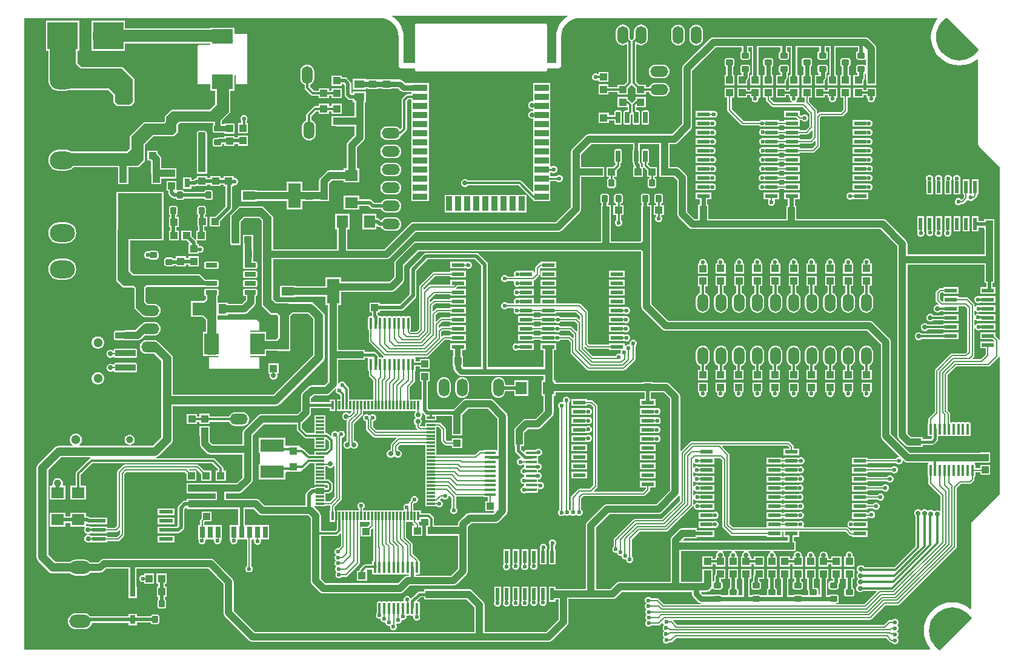
<source format=gtl>
G04*
G04 #@! TF.GenerationSoftware,Altium Limited,Altium Designer,23.0.1 (38)*
G04*
G04 Layer_Physical_Order=1*
G04 Layer_Color=255*
%FSLAX44Y44*%
%MOMM*%
G71*
G04*
G04 #@! TF.SameCoordinates,FF995E5F-5184-4AEF-B54D-418CE73C624A*
G04*
G04*
G04 #@! TF.FilePolarity,Positive*
G04*
G01*
G75*
%ADD10C,0.2000*%
%ADD11C,0.2500*%
%ADD13C,0.5000*%
%ADD19C,0.3000*%
%ADD22R,1.3300X1.3300*%
%ADD23R,2.0000X0.9000*%
%ADD24R,0.9000X2.0000*%
G04:AMPARAMS|DCode=25|XSize=1mm|YSize=0.8001mm|CornerRadius=0.12mm|HoleSize=0mm|Usage=FLASHONLY|Rotation=90.000|XOffset=0mm|YOffset=0mm|HoleType=Round|Shape=RoundedRectangle|*
%AMROUNDEDRECTD25*
21,1,1.0000,0.5601,0,0,90.0*
21,1,0.7600,0.8001,0,0,90.0*
1,1,0.2400,0.2800,0.3800*
1,1,0.2400,0.2800,-0.3800*
1,1,0.2400,-0.2800,-0.3800*
1,1,0.2400,-0.2800,0.3800*
%
%ADD25ROUNDEDRECTD25*%
%ADD26R,1.0000X1.0000*%
G04:AMPARAMS|DCode=27|XSize=1.6mm|YSize=0.61mm|CornerRadius=0.0153mm|HoleSize=0mm|Usage=FLASHONLY|Rotation=90.000|XOffset=0mm|YOffset=0mm|HoleType=Round|Shape=RoundedRectangle|*
%AMROUNDEDRECTD27*
21,1,1.6000,0.5795,0,0,90.0*
21,1,1.5695,0.6100,0,0,90.0*
1,1,0.0305,0.2898,0.7847*
1,1,0.0305,0.2898,-0.7847*
1,1,0.0305,-0.2898,-0.7847*
1,1,0.0305,-0.2898,0.7847*
%
%ADD27ROUNDEDRECTD27*%
G04:AMPARAMS|DCode=28|XSize=1.57mm|YSize=0.41mm|CornerRadius=0.0513mm|HoleSize=0mm|Usage=FLASHONLY|Rotation=90.000|XOffset=0mm|YOffset=0mm|HoleType=Round|Shape=RoundedRectangle|*
%AMROUNDEDRECTD28*
21,1,1.5700,0.3075,0,0,90.0*
21,1,1.4675,0.4100,0,0,90.0*
1,1,0.1025,0.1538,0.7338*
1,1,0.1025,0.1538,-0.7338*
1,1,0.1025,-0.1538,-0.7338*
1,1,0.1025,-0.1538,0.7338*
%
%ADD28ROUNDEDRECTD28*%
%ADD29R,1.7018X0.5334*%
%ADD30R,0.3200X1.2000*%
%ADD31R,1.2000X0.3200*%
%ADD32R,1.0000X1.0000*%
%ADD33R,0.8000X1.2000*%
%ADD34R,1.8034X0.5334*%
G04:AMPARAMS|DCode=35|XSize=1mm|YSize=0.8001mm|CornerRadius=0.12mm|HoleSize=0mm|Usage=FLASHONLY|Rotation=180.000|XOffset=0mm|YOffset=0mm|HoleType=Round|Shape=RoundedRectangle|*
%AMROUNDEDRECTD35*
21,1,1.0000,0.5601,0,0,180.0*
21,1,0.7600,0.8001,0,0,180.0*
1,1,0.2400,-0.3800,0.2800*
1,1,0.2400,0.3800,0.2800*
1,1,0.2400,0.3800,-0.2800*
1,1,0.2400,-0.3800,-0.2800*
%
%ADD35ROUNDEDRECTD35*%
%ADD36R,1.4000X1.1000*%
G04:AMPARAMS|DCode=37|XSize=1.6mm|YSize=0.61mm|CornerRadius=0.0153mm|HoleSize=0mm|Usage=FLASHONLY|Rotation=180.000|XOffset=0mm|YOffset=0mm|HoleType=Round|Shape=RoundedRectangle|*
%AMROUNDEDRECTD37*
21,1,1.6000,0.5795,0,0,180.0*
21,1,1.5695,0.6100,0,0,180.0*
1,1,0.0305,-0.7847,0.2898*
1,1,0.0305,0.7847,0.2898*
1,1,0.0305,0.7847,-0.2898*
1,1,0.0305,-0.7847,-0.2898*
%
%ADD37ROUNDEDRECTD37*%
%ADD38R,1.0000X2.7000*%
%ADD39R,6.2000X6.4000*%
%ADD40R,0.5334X1.7018*%
%ADD41R,4.2400X3.8100*%
%ADD42R,3.0000X2.0000*%
G04:AMPARAMS|DCode=43|XSize=1.57mm|YSize=0.41mm|CornerRadius=0.0513mm|HoleSize=0mm|Usage=FLASHONLY|Rotation=0.000|XOffset=0mm|YOffset=0mm|HoleType=Round|Shape=RoundedRectangle|*
%AMROUNDEDRECTD43*
21,1,1.5700,0.3075,0,0,0.0*
21,1,1.4675,0.4100,0,0,0.0*
1,1,0.1025,0.7338,-0.1538*
1,1,0.1025,-0.7338,-0.1538*
1,1,0.1025,-0.7338,0.1538*
1,1,0.1025,0.7338,0.1538*
%
%ADD43ROUNDEDRECTD43*%
%ADD44R,1.4700X1.1400*%
%ADD45R,0.7000X1.6000*%
%ADD46R,1.1999X1.6000*%
%ADD47R,1.4001X1.6000*%
%ADD48R,1.1999X2.1999*%
%ADD49R,1.8000X1.2000*%
%ADD50R,1.8000X3.5000*%
%ADD51R,1.9812X0.5334*%
%ADD52R,5.0000X2.5000*%
G04:AMPARAMS|DCode=53|XSize=0.9mm|YSize=2.8mm|CornerRadius=0.018mm|HoleSize=0mm|Usage=FLASHONLY|Rotation=270.000|XOffset=0mm|YOffset=0mm|HoleType=Round|Shape=RoundedRectangle|*
%AMROUNDEDRECTD53*
21,1,0.9000,2.7640,0,0,270.0*
21,1,0.8640,2.8000,0,0,270.0*
1,1,0.0360,-1.3820,-0.4320*
1,1,0.0360,-1.3820,0.4320*
1,1,0.0360,1.3820,0.4320*
1,1,0.0360,1.3820,-0.4320*
%
%ADD53ROUNDEDRECTD53*%
%ADD54R,3.3000X1.7000*%
%ADD55R,1.6000X1.8001*%
%ADD56R,1.1000X1.4000*%
%ADD57R,1.8001X1.6000*%
%ADD58R,2.0000X3.0000*%
%ADD103R,2.6200X3.5100*%
%ADD104C,0.4000*%
%ADD105C,1.0000*%
%ADD106C,0.8000*%
%ADD107C,1.2000*%
%ADD108C,0.3500*%
%ADD109C,0.6000*%
%ADD110C,0.7000*%
%ADD111O,2.5000X1.5000*%
%ADD112O,3.5000X2.5000*%
%ADD113O,3.0000X1.8000*%
%ADD114O,2.5000X1.5080*%
%ADD115O,1.5000X2.5000*%
%ADD116C,1.0000*%
%ADD117C,1.3000*%
%ADD118O,1.5080X2.5000*%
%ADD119C,0.6000*%
%ADD120C,0.7000*%
%ADD121C,0.8000*%
G36*
X1293245Y886755D02*
X1336755Y843245D01*
X1336999Y842000D01*
X1336314Y840882D01*
X1332999Y837001D01*
X1329118Y833686D01*
X1324766Y831019D01*
X1320051Y829066D01*
X1315088Y827875D01*
X1310000Y827474D01*
X1304912Y827875D01*
X1299949Y829066D01*
X1295234Y831019D01*
X1290882Y833686D01*
X1287001Y837001D01*
X1283686Y840882D01*
X1281019Y845234D01*
X1279066Y849949D01*
X1277875Y854912D01*
X1277474Y860000D01*
X1277875Y865088D01*
X1279066Y870051D01*
X1281019Y874766D01*
X1283686Y879118D01*
X1287001Y882999D01*
X1290882Y886314D01*
X1292000Y886999D01*
X1293245Y886755D01*
D02*
G37*
G36*
X762768Y888730D02*
X760248Y887186D01*
X756239Y883761D01*
X752814Y879752D01*
X750059Y875256D01*
X748041Y870384D01*
X746810Y865257D01*
X746396Y860000D01*
X746431D01*
Y823569D01*
X733689D01*
Y876900D01*
X733534Y877680D01*
X733092Y878342D01*
X732430Y878784D01*
X731650Y878939D01*
X551650D01*
X550870Y878784D01*
X550208Y878342D01*
X549766Y877680D01*
X549611Y876900D01*
Y823569D01*
X533569D01*
Y860000D01*
X533569Y860000D01*
X533604D01*
X533190Y865257D01*
X531959Y870384D01*
X529941Y875256D01*
X527186Y879752D01*
X523761Y883761D01*
X519752Y887186D01*
X517232Y888730D01*
X517590Y890000D01*
X762410D01*
X762768Y888730D01*
D02*
G37*
G36*
X780000Y886431D02*
X1279039D01*
X1279571Y885278D01*
X1277900Y883322D01*
X1274647Y878013D01*
X1272264Y872261D01*
X1270811Y866207D01*
X1270322Y860000D01*
X1270811Y853793D01*
X1272264Y847739D01*
X1274647Y841987D01*
X1277900Y836678D01*
X1281944Y831944D01*
X1286678Y827900D01*
X1291987Y824647D01*
X1297739Y822264D01*
X1303793Y820811D01*
X1310000Y820322D01*
X1316207Y820811D01*
X1322261Y822264D01*
X1328013Y824647D01*
X1333322Y827900D01*
X1335278Y829571D01*
X1336431Y829039D01*
Y710000D01*
X1336703Y708634D01*
X1336812Y708471D01*
X1336830Y708380D01*
X1337604Y707223D01*
X1366443Y678383D01*
X1366443Y437417D01*
X1365267Y436876D01*
X1365173Y436892D01*
X1364555Y437818D01*
X1364555Y437818D01*
X1360356Y442017D01*
Y446672D01*
X1339338D01*
Y437338D01*
X1356383D01*
X1358479Y435242D01*
X1357953Y433972D01*
X1339338D01*
Y424638D01*
X1346788D01*
Y416122D01*
X1340170Y409504D01*
X1328891D01*
X1328405Y410677D01*
X1330138Y412410D01*
X1330801Y413402D01*
X1331034Y414573D01*
X1331034Y414573D01*
Y452219D01*
X1332304Y452472D01*
X1332499Y452000D01*
X1333906Y450593D01*
X1335743Y449832D01*
X1337733D01*
X1338914Y450321D01*
X1339338Y450038D01*
Y450038D01*
X1360356D01*
Y459372D01*
X1339338D01*
Y459372D01*
X1339149Y459245D01*
X1337733Y459832D01*
X1335743D01*
X1333906Y459071D01*
X1332499Y457664D01*
X1332304Y457192D01*
X1331034Y457445D01*
Y464199D01*
X1332304Y464641D01*
X1333398Y463547D01*
X1335235Y462786D01*
X1337225D01*
X1338068Y463135D01*
X1339338Y462738D01*
Y462738D01*
X1339338Y462738D01*
X1360356D01*
Y472072D01*
X1339338D01*
X1339338Y472072D01*
X1338197Y472383D01*
X1337225Y472786D01*
X1335235D01*
X1333398Y472025D01*
X1332304Y470931D01*
X1331034Y471373D01*
Y476879D01*
X1332005Y477195D01*
X1332304Y477214D01*
X1333652Y475866D01*
X1335489Y475105D01*
X1337479D01*
X1338099Y475362D01*
X1339338Y475438D01*
X1339338Y475438D01*
X1339338Y475438D01*
X1360356D01*
Y484772D01*
X1339338D01*
X1339338Y484772D01*
Y484772D01*
X1338099Y484848D01*
X1337479Y485105D01*
X1335489D01*
X1333652Y484344D01*
X1332304Y482996D01*
X1332005Y483015D01*
X1331034Y483331D01*
Y485439D01*
X1331034Y485439D01*
X1330801Y486609D01*
X1330138Y487602D01*
X1322772Y494968D01*
X1321779Y495631D01*
X1320609Y495864D01*
X1320609Y495864D01*
X1308540D01*
Y497472D01*
X1287522D01*
Y490155D01*
X1286252Y489705D01*
X1282901Y493056D01*
Y500809D01*
X1284538Y502446D01*
X1287522D01*
Y500838D01*
X1308540D01*
Y510172D01*
X1287522D01*
Y508564D01*
X1283271D01*
X1283271Y508564D01*
X1282101Y508331D01*
X1281108Y507668D01*
X1277679Y504239D01*
X1277016Y503246D01*
X1276783Y502076D01*
X1276783Y502076D01*
Y491789D01*
X1276783Y491789D01*
X1277016Y490619D01*
X1277679Y489626D01*
X1280559Y486746D01*
X1280031Y485478D01*
X1278367D01*
X1276346Y484641D01*
X1274798Y483093D01*
X1273961Y481072D01*
Y478884D01*
X1274798Y476862D01*
X1276346Y475315D01*
X1278367Y474478D01*
X1280555D01*
X1282576Y475315D01*
X1283671Y476409D01*
X1287522D01*
Y475438D01*
X1308540D01*
Y483269D01*
X1318009D01*
X1320916Y480362D01*
Y420222D01*
X1318198Y417504D01*
X1299584D01*
X1299584Y417504D01*
X1298414Y417271D01*
X1297421Y416608D01*
X1297421Y416608D01*
X1296914Y416101D01*
X1296914Y416101D01*
X1277806Y396993D01*
X1276479Y395666D01*
X1275816Y394673D01*
X1275583Y393503D01*
X1275583Y393503D01*
Y335991D01*
X1267479Y327887D01*
X1266816Y326894D01*
X1266583Y325724D01*
X1266583Y325724D01*
Y320994D01*
X1266293Y320800D01*
X1265738Y319969D01*
X1265543Y318989D01*
Y304314D01*
X1265738Y303334D01*
X1266293Y302502D01*
X1267124Y301947D01*
X1268104Y301752D01*
X1271179D01*
X1272064Y301027D01*
Y299532D01*
X1270419Y297887D01*
X1258648D01*
Y300809D01*
X1252107D01*
X1251648Y300869D01*
X1242367D01*
X1237499Y305737D01*
Y541879D01*
X1345032D01*
Y523539D01*
X1345092Y523080D01*
Y516539D01*
X1347504D01*
Y510172D01*
X1339338D01*
Y500838D01*
X1360356D01*
Y510172D01*
X1356680D01*
Y516539D01*
X1359092D01*
Y523080D01*
X1359152Y523539D01*
Y546031D01*
Y597860D01*
X1358912Y599687D01*
X1358851Y599834D01*
Y605101D01*
X1344851D01*
Y602689D01*
X1336706D01*
Y609232D01*
X1327372D01*
Y588214D01*
X1336706D01*
Y593513D01*
X1344851D01*
Y591101D01*
X1345032D01*
Y555999D01*
X1237499D01*
Y570783D01*
X1237259Y572610D01*
X1236553Y574313D01*
X1235431Y575775D01*
X1207745Y603461D01*
X1206283Y604584D01*
X1204580Y605289D01*
X1202753Y605529D01*
X1082292D01*
Y617265D01*
X1082232Y617724D01*
Y624265D01*
X1080330D01*
Y633137D01*
X1087113D01*
Y642471D01*
X1065079D01*
Y633137D01*
X1070134D01*
Y624265D01*
X1068232D01*
Y617724D01*
X1068172Y617265D01*
Y605529D01*
X959158D01*
Y618954D01*
X959098Y619413D01*
Y625954D01*
X957194D01*
Y633137D01*
X963113D01*
Y642471D01*
X941079D01*
Y633137D01*
X946998D01*
Y625954D01*
X945098D01*
Y619413D01*
X945038Y618954D01*
Y605529D01*
X939866D01*
X929778Y615617D01*
Y662731D01*
X929538Y664558D01*
X928832Y666261D01*
X927710Y667723D01*
X919113Y676320D01*
X917651Y677442D01*
X915948Y678148D01*
X914121Y678388D01*
X905129D01*
Y710154D01*
X911669D01*
X913496Y710394D01*
X915199Y711099D01*
X916661Y712222D01*
X934695Y730256D01*
X935817Y731718D01*
X936523Y733421D01*
X936763Y735248D01*
Y812841D01*
X969457Y845536D01*
X1006197D01*
Y840189D01*
X1005737Y840097D01*
X1004679Y839390D01*
X1003971Y838332D01*
X1003723Y837083D01*
Y831482D01*
X1003971Y830234D01*
X1004679Y829175D01*
X1005737Y828468D01*
X1006986Y828219D01*
X1014585D01*
X1015834Y828468D01*
X1016893Y829175D01*
X1017600Y830234D01*
X1017848Y831482D01*
Y837083D01*
X1017600Y838332D01*
X1016893Y839390D01*
X1015834Y840097D01*
X1015374Y840189D01*
Y845536D01*
X1020260D01*
Y806704D01*
X1017848D01*
Y792704D01*
X1031848D01*
Y806704D01*
X1029436D01*
Y845536D01*
X1060260D01*
Y840189D01*
X1059800Y840097D01*
X1058741Y839390D01*
X1058034Y838332D01*
X1057785Y837083D01*
Y831482D01*
X1058034Y830234D01*
X1058741Y829175D01*
X1059800Y828468D01*
X1061048Y828219D01*
X1068648D01*
X1069897Y828468D01*
X1070955Y829175D01*
X1071662Y830234D01*
X1071911Y831482D01*
Y837083D01*
X1071662Y838332D01*
X1070955Y839390D01*
X1069897Y840097D01*
X1069436Y840189D01*
Y845536D01*
X1074260D01*
Y806704D01*
X1071848D01*
Y792704D01*
X1085848D01*
Y806704D01*
X1083436D01*
Y845536D01*
X1114260D01*
Y840189D01*
X1113800Y840097D01*
X1112741Y839390D01*
X1112034Y838332D01*
X1111785Y837083D01*
Y831482D01*
X1112034Y830234D01*
X1112741Y829175D01*
X1113800Y828468D01*
X1115048Y828219D01*
X1122648D01*
X1123897Y828468D01*
X1124955Y829175D01*
X1125662Y830234D01*
X1125911Y831482D01*
Y837083D01*
X1125662Y838332D01*
X1124955Y839390D01*
X1123897Y840097D01*
X1123436Y840189D01*
Y845536D01*
X1128260D01*
Y806704D01*
X1125848D01*
Y792704D01*
X1139848D01*
Y806704D01*
X1137436D01*
Y845536D01*
X1168260D01*
Y840189D01*
X1167800Y840097D01*
X1166741Y839390D01*
X1166034Y838332D01*
X1165785Y837083D01*
Y831482D01*
X1166034Y830234D01*
X1166741Y829175D01*
X1167800Y828468D01*
X1169048Y828219D01*
X1176648D01*
X1177897Y828468D01*
X1178518Y828883D01*
X1179788Y828309D01*
Y821257D01*
X1178518Y820683D01*
X1177897Y821098D01*
X1176648Y821347D01*
X1169048D01*
X1167800Y821098D01*
X1166741Y820391D01*
X1166034Y819332D01*
X1165785Y818084D01*
Y812483D01*
X1166034Y811234D01*
X1166741Y810176D01*
X1167750Y809502D01*
Y806704D01*
X1161848D01*
Y792704D01*
X1175848D01*
Y799494D01*
X1176453Y800099D01*
X1177558Y801753D01*
X1177946Y803704D01*
Y808778D01*
X1178518Y809151D01*
X1179788Y808462D01*
Y799704D01*
X1179848Y799245D01*
Y792704D01*
X1186389D01*
X1186848Y792644D01*
X1187307Y792704D01*
X1193848D01*
Y799245D01*
X1193908Y799704D01*
Y844244D01*
X1193668Y846071D01*
X1192963Y847774D01*
X1191841Y849236D01*
X1183488Y857589D01*
X1182026Y858710D01*
X1180323Y859416D01*
X1178496Y859656D01*
X966533D01*
X964706Y859416D01*
X963003Y858710D01*
X961541Y857589D01*
X924710Y820759D01*
X923588Y819296D01*
X922883Y817593D01*
X922643Y815766D01*
Y738173D01*
X908745Y724274D01*
X792543D01*
X790716Y724034D01*
X789013Y723328D01*
X787551Y722206D01*
X769389Y704045D01*
X768268Y702583D01*
X767562Y700880D01*
X767322Y699053D01*
Y671328D01*
Y622476D01*
X746184Y601338D01*
X547687D01*
X545860Y601098D01*
X544157Y600392D01*
X542695Y599271D01*
X506535Y563111D01*
X454704D01*
Y591199D01*
X457644D01*
Y613200D01*
X437644D01*
Y591199D01*
X440584D01*
Y563111D01*
X351098D01*
Y607740D01*
X350943Y608520D01*
X350501Y609182D01*
X337293Y622390D01*
X336631Y622832D01*
X335851Y622987D01*
X328600D01*
Y623000D01*
X306600D01*
Y622987D01*
X304101D01*
X303321Y622832D01*
X302659Y622390D01*
X302659Y622390D01*
X291737Y611468D01*
X291295Y610806D01*
X291140Y610026D01*
Y572180D01*
X291295Y571400D01*
X291670Y570838D01*
Y569260D01*
X298211D01*
X298670Y569200D01*
X299129Y569260D01*
X305670D01*
Y571118D01*
X305858Y571400D01*
X306013Y572180D01*
Y602196D01*
X310661Y606844D01*
X331831D01*
X334955Y603720D01*
Y485439D01*
X334955Y485439D01*
X335110Y484659D01*
X335552Y483997D01*
X335552Y483997D01*
X347109Y472440D01*
X347109Y472440D01*
X347771Y471998D01*
X348551Y471843D01*
X356215D01*
X358450Y469608D01*
Y439929D01*
X355707Y437186D01*
X340983D01*
Y447829D01*
X319504D01*
X318874Y449099D01*
X319239Y449579D01*
X331985D01*
Y460749D01*
X328168Y464566D01*
X273558D01*
X273501Y465812D01*
Y470597D01*
X287478D01*
Y472537D01*
X310597D01*
X312424Y472777D01*
X314127Y473483D01*
X315589Y474604D01*
X324992Y484008D01*
X326115Y485470D01*
X326820Y487173D01*
X327060Y489000D01*
Y497900D01*
X327687Y498025D01*
X328399Y498501D01*
X328875Y499213D01*
X329042Y500052D01*
Y505848D01*
X328875Y506687D01*
X328399Y507399D01*
X327687Y507875D01*
X326847Y508042D01*
X311152D01*
X310313Y507875D01*
X309601Y507399D01*
X309125Y506687D01*
X308958Y505848D01*
Y500052D01*
X309125Y499213D01*
X309601Y498501D01*
X310313Y498025D01*
X311152Y497858D01*
X312940D01*
Y491925D01*
X307673Y486657D01*
X287478D01*
Y488597D01*
X273501D01*
Y497988D01*
X273687Y498025D01*
X274399Y498501D01*
X274875Y499213D01*
X275042Y500052D01*
Y505848D01*
X274875Y506687D01*
X274399Y507399D01*
X273687Y507875D01*
X272847Y508042D01*
X257153D01*
X256313Y507875D01*
X255601Y507399D01*
X255125Y506687D01*
X254958Y505848D01*
Y500052D01*
X255125Y499213D01*
X255601Y498501D01*
X256313Y498025D01*
X257104Y497868D01*
Y493688D01*
X254014Y490597D01*
X236283D01*
Y488524D01*
X236276Y488487D01*
Y470707D01*
X236283Y470670D01*
Y468596D01*
X253544D01*
X257104Y465036D01*
X257104Y447829D01*
X252985D01*
Y413829D01*
X258177D01*
X258363Y413705D01*
X259143Y413550D01*
X271462Y413550D01*
X272242Y413705D01*
X272428Y413829D01*
X274464D01*
X275094Y412559D01*
X274729Y412079D01*
X261983D01*
Y395828D01*
X331985D01*
Y412079D01*
X319239D01*
X318874Y412559D01*
X319504Y413829D01*
X340983D01*
Y421177D01*
X357458D01*
Y420923D01*
X375458D01*
Y435923D01*
X375355D01*
Y469989D01*
X378517Y473151D01*
X399973D01*
X407030Y466095D01*
Y415756D01*
X351305Y360031D01*
X210824D01*
Y410763D01*
X210549Y412851D01*
X209743Y414798D01*
X208461Y416469D01*
X192586Y432344D01*
X190914Y433626D01*
X190576Y433766D01*
X189051Y434936D01*
X186740Y435894D01*
X184260Y436220D01*
X174260D01*
X171780Y435894D01*
X169469Y434936D01*
X167484Y433414D01*
X165962Y431429D01*
X165005Y429118D01*
X164678Y426638D01*
X165005Y424158D01*
X165962Y421847D01*
X167484Y419863D01*
X169469Y418340D01*
X171780Y417383D01*
X174260Y417056D01*
X184260D01*
X184959Y417148D01*
X194686Y407421D01*
Y351962D01*
Y300313D01*
X182649Y288276D01*
X80426D01*
X80085Y289546D01*
X80725Y289915D01*
X82308Y291498D01*
X83427Y293436D01*
X84006Y295598D01*
Y297836D01*
X83427Y299998D01*
X82308Y301936D01*
X80725Y303519D01*
X78787Y304638D01*
X76625Y305217D01*
X74387D01*
X72225Y304638D01*
X70287Y303519D01*
X68704Y301936D01*
X67585Y299998D01*
X67006Y297836D01*
Y295598D01*
X67585Y293436D01*
X68704Y291498D01*
X70287Y289915D01*
X70926Y289546D01*
X70586Y288276D01*
X51371D01*
X49283Y288001D01*
X47337Y287195D01*
X45665Y285913D01*
X23059Y263307D01*
X21777Y261635D01*
X20971Y259689D01*
X20696Y257601D01*
Y132506D01*
X20971Y130418D01*
X21777Y128471D01*
X23059Y126800D01*
X37502Y112357D01*
X39174Y111075D01*
X41120Y110269D01*
X43208Y109994D01*
X67776D01*
X69782Y108455D01*
X72458Y107346D01*
X75329Y106968D01*
X87330D01*
X90201Y107346D01*
X92877Y108455D01*
X95175Y110218D01*
X95777Y111003D01*
X109445D01*
X111272Y111243D01*
X112975Y111948D01*
X114437Y113071D01*
X117795Y116429D01*
X149014D01*
Y91306D01*
X148622D01*
Y75306D01*
X160622D01*
Y91306D01*
X160230D01*
Y116429D01*
X260791D01*
X281801Y95419D01*
Y54782D01*
X282041Y52955D01*
X282747Y51252D01*
X283869Y49790D01*
X317714Y15945D01*
X319176Y14823D01*
X320879Y14117D01*
X322706Y13877D01*
X735584D01*
X737411Y14117D01*
X739114Y14823D01*
X740576Y15945D01*
X761992Y37361D01*
X763114Y38823D01*
X763820Y40526D01*
X764060Y42353D01*
Y74190D01*
X825869D01*
X827696Y74430D01*
X829399Y75135D01*
X830861Y76258D01*
X838648Y84044D01*
X913701D01*
X914146Y84102D01*
X914590Y84044D01*
X936031D01*
Y81452D01*
X936497Y79111D01*
X937823Y77126D01*
X944873Y70076D01*
X946858Y68750D01*
X948715Y68381D01*
X948589Y67111D01*
X897189D01*
X889959Y74341D01*
X888967Y75004D01*
X887796Y75237D01*
X887796Y75237D01*
X879744D01*
X878560Y76420D01*
X876723Y77181D01*
X874733D01*
X872896Y76420D01*
X871489Y75013D01*
X870728Y73176D01*
Y71186D01*
X871489Y69349D01*
X872593Y68245D01*
X871362Y67014D01*
X870601Y65177D01*
Y63187D01*
X871362Y61350D01*
X872655Y60057D01*
X871616Y59018D01*
X870855Y57181D01*
Y55191D01*
X871616Y53354D01*
X872863Y52107D01*
X871776Y51020D01*
X871015Y49182D01*
Y47193D01*
X871776Y45355D01*
X872924Y44207D01*
X871737Y43020D01*
X870976Y41182D01*
Y39193D01*
X871737Y37355D01*
X873144Y35949D01*
X874981Y35188D01*
X876970D01*
X878808Y35949D01*
X879988Y37129D01*
X889836D01*
X889836Y37129D01*
X891006Y37362D01*
X891999Y38025D01*
X894320Y40346D01*
X895818Y40048D01*
X896254Y38996D01*
X897486Y37764D01*
X896127Y36405D01*
X895366Y34568D01*
Y32578D01*
X896127Y30741D01*
X896720Y30148D01*
X897519Y29318D01*
X896720Y28489D01*
X896127Y27896D01*
X895366Y26059D01*
Y24069D01*
X896127Y22232D01*
X897534Y20825D01*
X897560Y20693D01*
X896254Y19387D01*
X895493Y17550D01*
Y15560D01*
X896254Y13723D01*
X897661Y12316D01*
X899498Y11555D01*
X901488D01*
X903325Y12316D01*
X904505Y13496D01*
X907097D01*
X907097Y13496D01*
X908268Y13729D01*
X909260Y14392D01*
X914397Y19529D01*
X1207645D01*
X1213036Y14138D01*
X1214028Y13475D01*
X1215199Y13242D01*
X1216013D01*
X1217193Y12062D01*
X1219030Y11301D01*
X1221020D01*
X1222857Y12062D01*
X1224264Y13469D01*
X1225025Y15306D01*
Y17296D01*
X1224264Y19133D01*
X1223671Y19726D01*
X1222872Y20556D01*
X1223671Y21385D01*
X1224264Y21978D01*
X1225025Y23815D01*
Y25805D01*
X1224264Y27642D01*
X1223671Y28235D01*
X1222872Y29065D01*
X1223671Y29894D01*
X1224264Y30487D01*
X1225025Y32324D01*
Y34314D01*
X1224264Y36151D01*
X1222969Y37446D01*
X1224264Y38742D01*
X1225025Y40579D01*
Y42569D01*
X1224264Y44406D01*
X1222857Y45813D01*
X1221020Y46574D01*
X1219030D01*
X1217193Y45813D01*
X1216013Y44633D01*
X1212532D01*
X1211361Y44400D01*
X1210369Y43737D01*
X1210369Y43737D01*
X1204724Y38092D01*
X915921D01*
X910290Y43723D01*
X910604Y44777D01*
X910763Y44993D01*
X1185249D01*
X1185249Y44993D01*
X1186420Y45226D01*
X1187412Y45889D01*
X1206909Y65386D01*
X1224496D01*
X1224497Y65386D01*
X1225667Y65619D01*
X1226659Y66282D01*
X1305563Y145186D01*
X1305563Y145186D01*
X1306226Y146178D01*
X1306459Y147348D01*
X1306459Y147349D01*
Y229346D01*
X1312097Y234984D01*
X1324927D01*
X1324927Y234984D01*
X1326098Y235217D01*
X1327090Y235880D01*
X1330305Y239095D01*
X1330968Y240088D01*
X1331201Y241258D01*
Y244909D01*
X1331491Y245103D01*
X1332046Y245934D01*
X1332241Y246914D01*
Y251193D01*
X1339122D01*
Y247566D01*
X1353122D01*
Y261566D01*
X1339122D01*
Y257310D01*
X1332241D01*
Y261589D01*
X1332046Y262569D01*
X1331521Y263355D01*
X1331575Y263627D01*
X1331945Y264625D01*
X1345741D01*
X1347568Y264865D01*
X1348053Y265066D01*
X1353122D01*
Y271607D01*
X1353182Y272066D01*
X1353122Y272525D01*
Y279066D01*
X1346581D01*
X1346122Y279126D01*
X1345663Y279066D01*
X1339122D01*
Y278745D01*
X1241096D01*
X1214512Y305329D01*
Y433115D01*
X1214272Y434942D01*
X1213567Y436645D01*
X1212444Y438107D01*
X1189203Y461348D01*
X1187741Y462471D01*
X1186038Y463176D01*
X1184211Y463416D01*
X902529D01*
X879629Y486316D01*
Y567227D01*
Y617778D01*
X879569Y618237D01*
Y624778D01*
X875658D01*
Y627324D01*
X876177Y627671D01*
X876884Y628730D01*
X877133Y629978D01*
Y637578D01*
X876884Y638826D01*
X876177Y639885D01*
X875118Y640592D01*
X873870Y640841D01*
X868269D01*
X867020Y640592D01*
X865962Y639885D01*
X865255Y638826D01*
X865006Y637578D01*
Y629978D01*
X865255Y628730D01*
X865962Y627671D01*
X866481Y627324D01*
Y624778D01*
X865569D01*
Y618237D01*
X865508Y617778D01*
Y575258D01*
X864538Y574287D01*
X823129D01*
Y617778D01*
X823069Y618237D01*
Y624778D01*
X819157D01*
Y627324D01*
X819677Y627671D01*
X820384Y628730D01*
X820633Y629978D01*
Y637578D01*
X820384Y638826D01*
X819677Y639885D01*
X818618Y640592D01*
X817370Y640841D01*
X811769D01*
X810520Y640592D01*
X809462Y639885D01*
X808755Y638826D01*
X808506Y637578D01*
Y629978D01*
X808755Y628730D01*
X809462Y627671D01*
X809981Y627324D01*
Y624778D01*
X809069D01*
Y618237D01*
X809008Y617778D01*
Y574287D01*
X551497D01*
X549670Y574047D01*
X547967Y573341D01*
X546505Y572220D01*
X522374Y548089D01*
X521253Y546627D01*
X520547Y544924D01*
X520307Y543097D01*
Y524558D01*
X513518Y517770D01*
X445890D01*
Y523720D01*
X423890D01*
Y511280D01*
X382890D01*
Y512220D01*
X360890D01*
Y496220D01*
X382890D01*
Y497160D01*
X423890D01*
Y484720D01*
X427829D01*
Y414319D01*
Y377852D01*
X422970Y372992D01*
X405193D01*
X403366Y372752D01*
X401663Y372047D01*
X400201Y370924D01*
X392199Y362923D01*
X391077Y361461D01*
X390372Y359758D01*
X390131Y357930D01*
Y345485D01*
Y337741D01*
X384996Y332606D01*
X335089D01*
X333262Y332366D01*
X331559Y331660D01*
X330097Y330538D01*
X310539Y310980D01*
X309417Y309518D01*
X308711Y307815D01*
X308471Y305988D01*
Y290315D01*
X266513D01*
X262647Y294181D01*
Y307165D01*
X262407Y308992D01*
X262333Y309170D01*
Y315795D01*
X248333D01*
Y301795D01*
X248527D01*
Y291256D01*
X248767Y289429D01*
X249473Y287726D01*
X250595Y286264D01*
X258596Y278263D01*
X260058Y277141D01*
X261761Y276435D01*
X263588Y276195D01*
X308471D01*
Y244016D01*
X300550Y236094D01*
X237231D01*
X236772Y236034D01*
X230231D01*
Y229493D01*
X230170Y229034D01*
X230231Y228575D01*
Y222034D01*
X236772D01*
X237231Y221974D01*
X271006D01*
Y214089D01*
X237553D01*
X237094Y214029D01*
X230553D01*
Y211617D01*
X227748D01*
X225992Y211268D01*
X224504Y210273D01*
X219069Y204838D01*
X218074Y203350D01*
X217725Y201594D01*
Y176444D01*
X216602Y175321D01*
X213645D01*
Y175400D01*
X189833D01*
Y166066D01*
X213645D01*
Y166145D01*
X218503D01*
X220259Y166494D01*
X221747Y167489D01*
X225557Y171299D01*
X226552Y172787D01*
X226901Y174543D01*
Y199694D01*
X229283Y202075D01*
X230553Y201559D01*
Y200029D01*
X237094D01*
X237553Y199969D01*
X302454D01*
Y178624D01*
X301542Y177761D01*
X300272Y177761D01*
X290541D01*
Y157761D01*
X290541D01*
X291101Y156924D01*
X290973Y156615D01*
Y154625D01*
X291734Y152788D01*
X293141Y151381D01*
X294978Y150620D01*
X296968D01*
X298805Y151381D01*
X300212Y152788D01*
X300973Y154625D01*
Y156615D01*
X300917Y156750D01*
X301873Y157761D01*
X302812Y157761D01*
X314631D01*
Y120262D01*
X313451Y119082D01*
X312690Y117245D01*
Y115255D01*
X313451Y113418D01*
X314858Y112011D01*
X316695Y111250D01*
X318685D01*
X320522Y112011D01*
X321929Y113418D01*
X322690Y115255D01*
Y117245D01*
X321929Y119082D01*
X320749Y120262D01*
Y156863D01*
X321647Y157761D01*
X323842Y157761D01*
X324548Y156705D01*
X324247Y155980D01*
Y153990D01*
X325008Y152153D01*
X326415Y150746D01*
X328252Y149985D01*
X330242D01*
X332079Y150746D01*
X333486Y152153D01*
X334247Y153990D01*
Y155980D01*
X333930Y156744D01*
X334884Y157761D01*
X335811Y157761D01*
X345542D01*
Y177761D01*
X335811D01*
X334542Y177761D01*
X333272Y177761D01*
X324811D01*
X323541Y177761D01*
X322271Y177761D01*
X311630D01*
Y199969D01*
X323809D01*
X330809Y192968D01*
X332271Y191846D01*
X333974Y191141D01*
X335801Y190900D01*
X400456D01*
X403736Y187621D01*
Y165653D01*
Y99470D01*
X403977Y97643D01*
X404682Y95940D01*
X405804Y94478D01*
X416203Y84080D01*
X417665Y82957D01*
X419368Y82252D01*
X421195Y82012D01*
X528510D01*
X530337Y82252D01*
X532040Y82957D01*
X533502Y84080D01*
X542116Y92693D01*
X602564D01*
X604391Y92933D01*
X606094Y93638D01*
X607556Y94761D01*
X621259Y108464D01*
X622382Y109926D01*
X623087Y111629D01*
X623327Y113456D01*
Y170098D01*
Y175429D01*
X628209Y180310D01*
X661860D01*
X663687Y180550D01*
X665390Y181255D01*
X666852Y182378D01*
X676742Y192267D01*
X677864Y193730D01*
X678570Y195433D01*
X678810Y197260D01*
Y204000D01*
Y271698D01*
Y329626D01*
X678570Y331453D01*
X677864Y333156D01*
X676742Y334618D01*
X659232Y352128D01*
X657770Y353251D01*
X656067Y353956D01*
X654240Y354196D01*
X620966D01*
X619139Y353956D01*
X617436Y353251D01*
X615974Y352128D01*
X603257Y339412D01*
X602947Y339008D01*
X568653D01*
X567588Y340074D01*
Y378250D01*
X570000D01*
Y392250D01*
X556000D01*
Y378250D01*
X558412D01*
Y354010D01*
X557600Y353076D01*
X542059D01*
Y370733D01*
X548413Y377087D01*
X548413Y377087D01*
X549076Y378079D01*
X549309Y379250D01*
X549309Y379250D01*
Y392957D01*
X549599Y393151D01*
X550154Y393982D01*
X550349Y394963D01*
Y399181D01*
X556000D01*
Y395750D01*
X570000D01*
Y409750D01*
X556000D01*
Y406319D01*
X550349D01*
Y409637D01*
X550154Y410618D01*
X549725Y411260D01*
X549939Y412000D01*
X550266Y412530D01*
X565975D01*
X565975Y412530D01*
X567146Y412763D01*
X568138Y413426D01*
X591203Y436491D01*
X598231D01*
Y434883D01*
X620265D01*
Y444217D01*
X598231D01*
Y442609D01*
X589936D01*
X589936Y442609D01*
X588765Y442376D01*
X587773Y441713D01*
X587773Y441713D01*
X587232Y441172D01*
X586059Y441658D01*
Y447603D01*
X587647Y449191D01*
X598231D01*
Y447583D01*
X620265D01*
Y456917D01*
X598231D01*
Y455309D01*
X586380D01*
X586380Y455309D01*
X585209Y455076D01*
X584217Y454413D01*
X584217Y454413D01*
X583232Y453428D01*
X582059Y453914D01*
Y456733D01*
X587217Y461891D01*
X598231D01*
Y460283D01*
X620265D01*
Y469617D01*
X598231D01*
Y468009D01*
X585950D01*
X585950Y468009D01*
X584780Y467776D01*
X583787Y467113D01*
X579232Y462558D01*
X578059Y463044D01*
Y470733D01*
X581917Y474591D01*
X598231D01*
Y472983D01*
X620265D01*
Y482317D01*
X598231D01*
Y480709D01*
X580650D01*
X580650Y480709D01*
X579479Y480476D01*
X578487Y479813D01*
X578487Y479813D01*
X575232Y476558D01*
X574059Y477044D01*
Y483733D01*
X577617Y487291D01*
X598231D01*
Y485683D01*
X620265D01*
Y495017D01*
X598231D01*
Y493409D01*
X576350D01*
X575179Y493176D01*
X574187Y492513D01*
X574187Y492513D01*
X571232Y489558D01*
X570059Y490044D01*
Y492733D01*
X577317Y499991D01*
X598231D01*
Y498383D01*
X620265D01*
Y507717D01*
X607270D01*
X607235Y507760D01*
X606811Y508987D01*
X608907Y511083D01*
X620265D01*
Y520417D01*
X598231D01*
Y513898D01*
X570801D01*
X570801Y513898D01*
X569631Y513665D01*
X568638Y513002D01*
X568638Y513002D01*
X562460Y506824D01*
X561287Y507310D01*
Y509318D01*
X577360Y525391D01*
X598231D01*
Y523783D01*
X620265D01*
Y533117D01*
X598231D01*
Y531509D01*
X576093D01*
X574922Y531276D01*
X573930Y530613D01*
X573930Y530613D01*
X556065Y512748D01*
X555402Y511755D01*
X555169Y510585D01*
X555169Y510585D01*
Y451908D01*
X551373Y448112D01*
X543747D01*
X542809Y449050D01*
Y450357D01*
X543099Y450551D01*
X543654Y451382D01*
X543849Y452363D01*
Y467038D01*
X543654Y468018D01*
X543099Y468849D01*
X542268Y469404D01*
X541287Y469599D01*
X538213D01*
X537232Y469404D01*
X536500Y468915D01*
X535768Y469404D01*
X534787Y469599D01*
X531712D01*
X530732Y469404D01*
X530000Y468915D01*
X529268Y469404D01*
X528288Y469599D01*
X525213D01*
X524232Y469404D01*
X523500Y468915D01*
X522768Y469404D01*
X521787Y469599D01*
X518713D01*
X517732Y469404D01*
X517000Y468915D01*
X516268Y469404D01*
X515288Y469599D01*
X512212D01*
X511232Y469404D01*
X510500Y468915D01*
X509768Y469404D01*
X508787Y469599D01*
X505713D01*
X504732Y469404D01*
X504000Y468915D01*
X503268Y469404D01*
X502287Y469599D01*
X499212D01*
X498018Y470475D01*
X497969Y470548D01*
X497142Y471785D01*
Y474830D01*
X500064D01*
Y477242D01*
X529981D01*
X531737Y477591D01*
X533225Y478586D01*
X549915Y495276D01*
X550910Y496764D01*
X551259Y498520D01*
Y533381D01*
X566928Y549050D01*
X633036D01*
X642032Y540053D01*
Y398339D01*
X617364D01*
X616164Y399568D01*
X616168Y399734D01*
X616168D01*
Y413734D01*
X615131D01*
Y422183D01*
X620265D01*
Y431517D01*
X598231D01*
Y422183D01*
X603179D01*
Y413734D01*
X602168D01*
Y399734D01*
X603050D01*
Y396780D01*
X603516Y394439D01*
X604842Y392454D01*
X609401Y387895D01*
X611386Y386569D01*
X613727Y386104D01*
X729190D01*
Y380107D01*
X725995D01*
Y358106D01*
X728934D01*
Y337073D01*
X717609Y325748D01*
X704278D01*
X702451Y325508D01*
X700748Y324803D01*
X699286Y323680D01*
X690007Y314402D01*
X688885Y312940D01*
X688180Y311237D01*
X687940Y309410D01*
Y295000D01*
X688000Y294541D01*
Y288000D01*
X689215D01*
Y281813D01*
X689215Y281813D01*
X689525Y280252D01*
X690409Y278929D01*
X697003Y272335D01*
X696477Y271065D01*
X695854D01*
X694017Y270304D01*
X692610Y268897D01*
X691849Y267060D01*
Y265070D01*
X692610Y263233D01*
X694017Y261826D01*
X695854Y261065D01*
X697844D01*
X699681Y261826D01*
X700062Y262207D01*
X700439Y262300D01*
X700957Y262197D01*
X701801Y260904D01*
X701801Y260903D01*
Y257866D01*
X700968D01*
X699130Y257105D01*
X697723Y255698D01*
X696962Y253860D01*
Y251871D01*
X697723Y250033D01*
X699130Y248627D01*
X700968Y247866D01*
X701801D01*
Y244866D01*
X700968D01*
X699130Y244105D01*
X697723Y242698D01*
X696962Y240860D01*
Y238871D01*
X697723Y237034D01*
X699130Y235627D01*
X700968Y234866D01*
X701801D01*
Y231877D01*
X700945D01*
X699107Y231115D01*
X697701Y229709D01*
X696940Y227871D01*
Y225882D01*
X697701Y224044D01*
X699107Y222638D01*
X700945Y221877D01*
X702934D01*
X704772Y222638D01*
X704901Y222767D01*
X719037D01*
X720018Y222962D01*
X720849Y223517D01*
X721404Y224348D01*
X721599Y225328D01*
Y227367D01*
X722869Y228215D01*
X723465Y227969D01*
X725454D01*
X727292Y228730D01*
X728698Y230136D01*
X729459Y231974D01*
Y233963D01*
X728698Y235801D01*
X727292Y237207D01*
X725454Y237969D01*
X723465D01*
X722765Y237679D01*
X722137Y238029D01*
X721599Y238570D01*
Y241366D01*
X722629D01*
X724466Y242127D01*
X725873Y243533D01*
X726634Y245371D01*
Y247360D01*
X725873Y249198D01*
X724466Y250605D01*
X722629Y251366D01*
X721599D01*
Y254366D01*
X722432D01*
X724270Y255127D01*
X725676Y256534D01*
X726438Y258371D01*
Y260360D01*
X725676Y262198D01*
X724270Y263605D01*
X722432Y264366D01*
X721599D01*
Y267403D01*
X721404Y268384D01*
X720915Y269116D01*
X721404Y269848D01*
X721599Y270828D01*
Y273903D01*
X721678Y274000D01*
X722995D01*
X724832Y274761D01*
X726239Y276168D01*
X727000Y278005D01*
Y279995D01*
X726239Y281832D01*
X724832Y283239D01*
X722995Y284000D01*
X721005D01*
X719168Y283239D01*
X718894Y282965D01*
X704362D01*
X703382Y282770D01*
X702551Y282215D01*
X701996Y281384D01*
X701878Y280792D01*
X700638Y280236D01*
X697371Y283502D01*
Y288000D01*
X702000D01*
Y294541D01*
X702060Y295000D01*
Y306486D01*
X707203Y311628D01*
X720534D01*
X722361Y311868D01*
X724064Y312574D01*
X725526Y313696D01*
X740987Y329156D01*
X742109Y330619D01*
X742815Y332322D01*
X743055Y334149D01*
Y358106D01*
X745995D01*
Y362936D01*
X870010D01*
Y353817D01*
X863735D01*
Y344483D01*
X885769D01*
Y353817D01*
X879186D01*
Y362936D01*
X897188D01*
X905940Y354184D01*
Y226042D01*
X886774Y206876D01*
X818070D01*
X816243Y206636D01*
X814540Y205931D01*
X813077Y204809D01*
X790218Y181949D01*
X789096Y180486D01*
X788390Y178783D01*
X788150Y176956D01*
Y88310D01*
X762097D01*
X762063Y88317D01*
X745767D01*
Y91601D01*
X736433D01*
Y70583D01*
X745767D01*
Y73381D01*
X749940D01*
Y45278D01*
X732660Y27997D01*
X646568D01*
Y65704D01*
X646328Y67531D01*
X645622Y69234D01*
X644500Y70697D01*
X629454Y85743D01*
X627992Y86865D01*
X626289Y87570D01*
X624462Y87810D01*
X569000D01*
X568541Y87750D01*
X562000D01*
Y84828D01*
X555349D01*
X553788Y84518D01*
X552465Y83634D01*
X552465Y83634D01*
X544126Y75294D01*
X542880Y75542D01*
X542592Y76238D01*
X541185Y77645D01*
X539348Y78406D01*
X537358D01*
X535521Y77645D01*
X534114Y76238D01*
X533353Y74401D01*
Y72411D01*
X533480Y72105D01*
X532631Y70835D01*
X530887D01*
X529907Y70640D01*
X529175Y70151D01*
X528443Y70640D01*
X527463Y70835D01*
X524388D01*
X523407Y70640D01*
X522675Y70151D01*
X521943Y70640D01*
X520962Y70835D01*
X517887D01*
X516907Y70640D01*
X516175Y70151D01*
X515443Y70640D01*
X514463Y70835D01*
X511387D01*
X510407Y70640D01*
X509675Y70151D01*
X508943Y70640D01*
X507962Y70835D01*
X504888D01*
X503907Y70640D01*
X503175Y70151D01*
X502443Y70640D01*
X501463Y70835D01*
X498387D01*
X497407Y70640D01*
X496576Y70085D01*
X496021Y69254D01*
X495826Y68273D01*
Y54170D01*
X495686Y54030D01*
X494925Y52193D01*
Y50204D01*
X495686Y48366D01*
X497093Y46959D01*
X498930Y46198D01*
X500919D01*
X501561Y45089D01*
X502186Y43581D01*
X503593Y42174D01*
X505430Y41413D01*
X507420D01*
X508010Y40283D01*
X508686Y38651D01*
X510093Y37244D01*
X511930Y36483D01*
X513193D01*
X513920Y36483D01*
X514366Y35310D01*
Y34610D01*
X515127Y32773D01*
X516534Y31366D01*
X518371Y30605D01*
X520361D01*
X522198Y31366D01*
X523605Y32773D01*
X524366Y34610D01*
Y36600D01*
X523605Y38437D01*
X523177Y38865D01*
X523896Y39942D01*
X524975Y39495D01*
X526965D01*
X528802Y40256D01*
X530209Y41663D01*
X530970Y43500D01*
Y44211D01*
X531325Y44448D01*
X533315D01*
X535152Y45209D01*
X536559Y46616D01*
X537320Y48453D01*
Y49827D01*
X537355Y50461D01*
X538449Y51037D01*
X540462D01*
X541443Y51232D01*
X542175Y51721D01*
X542907Y51232D01*
X543887Y51037D01*
X545653D01*
X546624Y50061D01*
Y48072D01*
X547385Y46235D01*
X548792Y44828D01*
X550629Y44067D01*
X552619D01*
X554456Y44828D01*
X555863Y46235D01*
X556624Y48072D01*
Y50062D01*
X555863Y51899D01*
X555555Y52207D01*
X555829Y52618D01*
X556024Y53598D01*
Y68273D01*
X555829Y69254D01*
X555274Y70085D01*
X554443Y70640D01*
X553462Y70835D01*
X552861D01*
X552375Y72008D01*
X557038Y76672D01*
X562000D01*
Y73750D01*
X568541D01*
X569000Y73690D01*
X621538D01*
X632448Y62779D01*
Y27997D01*
X325630D01*
X295921Y57706D01*
Y98343D01*
X295681Y100170D01*
X294975Y101873D01*
X293853Y103336D01*
X268707Y128482D01*
X267245Y129604D01*
X265542Y130309D01*
X263715Y130549D01*
X114871D01*
X113044Y130309D01*
X111341Y129604D01*
X109879Y128482D01*
X106521Y125123D01*
X95777D01*
X95175Y125908D01*
X92877Y127671D01*
X90201Y128780D01*
X87330Y129158D01*
X75329D01*
X72458Y128780D01*
X69782Y127671D01*
X67776Y126132D01*
X46550D01*
X36834Y135848D01*
Y254259D01*
X54713Y272138D01*
X94738D01*
X95515Y270960D01*
X95504Y270868D01*
X94441Y270157D01*
X76280Y251996D01*
X75506Y250839D01*
X75234Y249473D01*
Y232991D01*
X67675D01*
Y212991D01*
X89677D01*
Y232991D01*
X82372D01*
Y247995D01*
X98442Y264065D01*
X265920D01*
X274497Y255488D01*
Y253534D01*
X271066D01*
Y239534D01*
X285066D01*
Y253534D01*
X281635D01*
Y256966D01*
X281363Y258332D01*
X280589Y259489D01*
X269921Y270157D01*
X268764Y270931D01*
X267398Y271203D01*
X188330D01*
X188079Y272413D01*
X190026Y273219D01*
X191697Y274501D01*
X208461Y291265D01*
X209743Y292936D01*
X210549Y294883D01*
X210824Y296971D01*
Y343893D01*
X354647D01*
X356735Y344168D01*
X358681Y344974D01*
X360353Y346256D01*
X420805Y406708D01*
X422087Y408380D01*
X422893Y410326D01*
X423168Y412414D01*
Y469437D01*
X422893Y471525D01*
X422087Y473471D01*
X420805Y475143D01*
X409021Y486926D01*
X407350Y488208D01*
X405404Y489014D01*
X403316Y489289D01*
X371890D01*
X371638Y489256D01*
X355365D01*
X351098Y493523D01*
Y548991D01*
X509460D01*
X511287Y549231D01*
X512990Y549936D01*
X514452Y551059D01*
X550611Y587218D01*
X749109D01*
X750936Y587458D01*
X752639Y588163D01*
X754101Y589286D01*
X779374Y614559D01*
X780497Y616021D01*
X781202Y617724D01*
X781442Y619551D01*
Y664268D01*
X806569D01*
X807028Y664328D01*
X813569D01*
Y670869D01*
X813629Y671328D01*
X813569Y671787D01*
Y678328D01*
X807028D01*
X806569Y678388D01*
X781442D01*
Y696128D01*
X795468Y710154D01*
X854081D01*
Y702520D01*
X853744Y702015D01*
X853577Y701176D01*
Y685480D01*
X853744Y684641D01*
X854081Y684136D01*
Y682838D01*
X854430Y681082D01*
X855425Y679594D01*
X854894Y678328D01*
X854069D01*
Y664328D01*
X868069D01*
X868069Y677334D01*
Y677337D01*
Y677338D01*
X868069Y677413D01*
X868104Y677441D01*
X868418Y677551D01*
Y677551D01*
X868419D01*
D01*
X869599Y677611D01*
X873569Y673642D01*
Y664328D01*
X877255D01*
Y662739D01*
X876520Y662592D01*
X875462Y661885D01*
X874754Y660826D01*
X874506Y659578D01*
Y651978D01*
X874754Y650730D01*
X875462Y649671D01*
X876520Y648964D01*
X877769Y648715D01*
X883369D01*
X884618Y648964D01*
X885676Y649671D01*
X886384Y650730D01*
X886632Y651978D01*
Y659578D01*
X886384Y660826D01*
X885676Y661885D01*
X884618Y662592D01*
X883883Y662739D01*
Y664328D01*
X887569D01*
Y678328D01*
X878255D01*
X874683Y681900D01*
Y683369D01*
X875106Y683453D01*
X875818Y683929D01*
X876294Y684641D01*
X876461Y685480D01*
Y701176D01*
X876294Y702015D01*
X875818Y702727D01*
X875106Y703203D01*
X874267Y703370D01*
X868472D01*
X867632Y703203D01*
X866920Y702727D01*
X866444Y702015D01*
X866277Y701176D01*
Y685480D01*
X866444Y684641D01*
X866920Y683929D01*
X867632Y683453D01*
X868055Y683369D01*
Y680528D01*
X868213Y679736D01*
X867717Y678651D01*
X867403Y678328D01*
X867232Y678328D01*
X867211Y678328D01*
X865657D01*
Y680438D01*
X865308Y682194D01*
X864313Y683682D01*
X863498Y684497D01*
X863594Y684641D01*
X863761Y685480D01*
Y701176D01*
X863594Y702015D01*
X863257Y702520D01*
Y710154D01*
X891009D01*
Y671328D01*
X891069Y670869D01*
Y664328D01*
X897610D01*
X898069Y664268D01*
X911197D01*
X915658Y659807D01*
Y612693D01*
X915898Y610866D01*
X916603Y609163D01*
X917726Y607701D01*
X931949Y593477D01*
X933412Y592355D01*
X935115Y591649D01*
X936942Y591409D01*
X1199828D01*
X1223379Y567859D01*
Y548939D01*
Y302813D01*
X1223619Y300986D01*
X1224324Y299283D01*
X1225446Y297821D01*
X1234451Y288817D01*
X1235913Y287694D01*
X1237616Y286989D01*
X1239443Y286749D01*
X1251648D01*
X1252107Y286809D01*
X1258648D01*
Y289731D01*
X1272108D01*
X1272108Y289731D01*
X1273669Y290041D01*
X1274992Y290925D01*
X1279026Y294959D01*
X1279910Y296282D01*
X1280220Y297843D01*
X1280220Y297843D01*
Y301027D01*
X1281104Y301752D01*
X1284180D01*
X1285160Y301947D01*
X1285892Y302437D01*
X1286624Y301947D01*
X1287605Y301752D01*
X1290679D01*
X1291660Y301947D01*
X1292392Y302437D01*
X1293124Y301947D01*
X1294104Y301752D01*
X1297180D01*
X1298160Y301947D01*
X1298892Y302437D01*
X1299624Y301947D01*
X1300605Y301752D01*
X1303680D01*
X1304660Y301947D01*
X1305392Y302437D01*
X1306124Y301947D01*
X1307104Y301752D01*
X1310179D01*
X1311160Y301947D01*
X1311892Y302437D01*
X1312624Y301947D01*
X1313604Y301752D01*
X1316680D01*
X1317660Y301947D01*
X1318392Y302437D01*
X1319124Y301947D01*
X1320105Y301752D01*
X1323179D01*
X1324160Y301947D01*
X1324991Y302502D01*
X1325546Y303334D01*
X1325741Y304314D01*
Y318989D01*
X1325546Y319969D01*
X1324991Y320800D01*
X1324160Y321356D01*
X1323179Y321551D01*
X1320105D01*
X1319124Y321356D01*
X1318392Y320866D01*
X1317660Y321356D01*
X1316680Y321551D01*
X1313604D01*
X1312624Y321356D01*
X1311892Y320866D01*
X1311160Y321356D01*
X1310179Y321551D01*
X1307104D01*
X1306124Y321356D01*
X1305392Y320866D01*
X1304660Y321356D01*
X1303680Y321551D01*
X1300605D01*
X1299624Y321356D01*
X1298892Y320866D01*
X1298160Y321356D01*
X1297251Y321536D01*
Y333109D01*
X1297251Y333109D01*
X1297018Y334279D01*
X1296355Y335272D01*
X1293701Y337926D01*
Y387265D01*
X1305822Y399386D01*
X1350518D01*
X1350518Y399386D01*
X1351689Y399619D01*
X1352681Y400282D01*
X1364555Y412156D01*
X1364555Y412156D01*
X1365173Y413082D01*
X1365267Y413098D01*
X1366443Y412557D01*
X1366443Y221109D01*
X1327604Y182269D01*
X1326830Y181112D01*
X1326558Y179746D01*
Y60707D01*
X1325405Y60175D01*
X1323449Y61846D01*
X1318140Y65099D01*
X1312388Y67482D01*
X1306334Y68935D01*
X1300127Y69424D01*
X1293920Y68935D01*
X1287866Y67482D01*
X1282114Y65099D01*
X1276805Y61846D01*
X1272070Y57803D01*
X1268027Y53068D01*
X1264774Y47759D01*
X1262391Y42007D01*
X1260938Y35953D01*
X1260449Y29746D01*
X1260938Y23539D01*
X1262391Y17485D01*
X1264774Y11733D01*
X1268027Y6424D01*
X1269481Y4722D01*
X1268949Y3569D01*
X3569D01*
X3568Y886431D01*
X500000D01*
X500223Y886476D01*
X505169Y885988D01*
X510140Y884481D01*
X514721Y882032D01*
X518737Y878737D01*
X522032Y874721D01*
X524481Y870140D01*
X525989Y865169D01*
X526476Y860223D01*
X526431Y860000D01*
Y820000D01*
X526703Y818634D01*
X527477Y817477D01*
X528634Y816703D01*
X530000Y816431D01*
X549611D01*
Y813900D01*
X549766Y813120D01*
X550208Y812458D01*
X550870Y812016D01*
X551650Y811861D01*
X731650D01*
X732430Y812016D01*
X733092Y812458D01*
X733534Y813120D01*
X733689Y813900D01*
Y816431D01*
X750000D01*
X751366Y816703D01*
X752523Y817477D01*
X753297Y818634D01*
X753569Y820000D01*
Y860000D01*
X753569Y860000D01*
X753569D01*
X753625Y861247D01*
X754012Y865169D01*
X755519Y870140D01*
X757968Y874721D01*
X761263Y878737D01*
X765279Y882032D01*
X769860Y884481D01*
X774831Y885988D01*
X779778Y886476D01*
X780000Y886431D01*
D02*
G37*
G36*
X876871Y574593D02*
Y559353D01*
X874966Y557448D01*
X867727D01*
X867727Y560496D01*
X865822Y562401D01*
X860996D01*
Y571028D01*
X861894Y571926D01*
X865060Y571926D01*
X867727Y574593D01*
Y577133D01*
X874331D01*
X876871Y574593D01*
D02*
G37*
G36*
X349059Y607740D02*
Y492678D01*
X354520Y487217D01*
X372427D01*
X372681Y486963D01*
X387360D01*
X387413Y486836D01*
Y475279D01*
X377761Y475279D01*
X373316Y470834D01*
Y426638D01*
X369887Y423209D01*
X327977Y423336D01*
Y435147D01*
X356552D01*
X360489Y439084D01*
Y470453D01*
X357060Y473882D01*
X348551D01*
X336994Y485439D01*
Y604565D01*
X332676Y608883D01*
X309816D01*
X303974Y603041D01*
Y572180D01*
X293179D01*
Y610026D01*
X304101Y620948D01*
X335851D01*
X349059Y607740D01*
D02*
G37*
G36*
X271462Y415589D02*
X259143Y415589D01*
X259143Y465881D01*
X254317Y470707D01*
X238315D01*
Y488487D01*
X254787D01*
X259143Y492843D01*
Y505970D01*
X271462D01*
Y415589D01*
D02*
G37*
G36*
X613092Y399333D02*
X605218D01*
Y429432D01*
X613092D01*
Y399333D01*
D02*
G37*
G36*
X741235Y388919D02*
X731202D01*
X731202Y429340D01*
X741235D01*
Y388919D01*
D02*
G37*
G36*
X483265Y411258D02*
X483786Y410317D01*
X483651Y409637D01*
Y394963D01*
X483846Y393982D01*
X484401Y393151D01*
X484691Y392957D01*
Y387261D01*
X484691Y387261D01*
X484924Y386091D01*
X485587Y385098D01*
X490941Y379744D01*
Y353076D01*
X457569D01*
Y367290D01*
X457297Y368656D01*
X456523Y369813D01*
X452611Y373726D01*
Y374166D01*
X451850Y376003D01*
X450443Y377410D01*
X448606Y378171D01*
X446616D01*
X444779Y377410D01*
X443372Y376003D01*
X443220Y375636D01*
X441950Y375888D01*
Y408605D01*
X472250D01*
X472709Y408666D01*
X479250D01*
Y411587D01*
X482966D01*
X483265Y411258D01*
D02*
G37*
G36*
X439151Y367408D02*
X438776Y366502D01*
Y364513D01*
X439537Y362675D01*
X440943Y361269D01*
X442781Y360508D01*
X443798D01*
X445431Y358874D01*
Y353076D01*
X440400D01*
Y337076D01*
X460843D01*
X460900Y335806D01*
X457679Y332584D01*
X457608Y332598D01*
X456060Y334146D01*
X454039Y334983D01*
X451851D01*
X449829Y334146D01*
X448282Y332598D01*
X447445Y330577D01*
Y328389D01*
X448282Y326367D01*
X449829Y324820D01*
X451851Y323983D01*
X453315D01*
X453522Y323848D01*
X454277Y322814D01*
X454278Y322810D01*
X454141Y322123D01*
X454141Y322123D01*
Y295297D01*
X453664D01*
X451643Y294459D01*
X450095Y292912D01*
X449258Y290891D01*
Y288703D01*
X450095Y286681D01*
X451643Y285134D01*
X453664Y284297D01*
X455852D01*
X457874Y285134D01*
X458610Y285870D01*
X459440Y286663D01*
X460269Y285870D01*
X461006Y285134D01*
X463027Y284297D01*
X465215D01*
X467237Y285134D01*
X468784Y286681D01*
X469621Y288703D01*
Y290891D01*
X468784Y292912D01*
X467237Y294459D01*
X465215Y295297D01*
X464259D01*
Y319199D01*
X476163Y331103D01*
X476826Y332095D01*
X477059Y333266D01*
Y337076D01*
X549643D01*
X550169Y335806D01*
X549247Y334884D01*
X548410Y332863D01*
Y330675D01*
X549247Y328653D01*
X550489Y327412D01*
X550414Y327034D01*
X548866Y325486D01*
X548029Y323465D01*
Y321277D01*
X548866Y319256D01*
X550414Y317708D01*
X550470Y317685D01*
Y315132D01*
X550470Y315132D01*
X550703Y313962D01*
X551366Y312969D01*
X552527Y311808D01*
X552041Y310635D01*
X495677D01*
X491056Y315256D01*
Y322703D01*
X491271D01*
X493108Y323464D01*
X494515Y324871D01*
X495276Y326708D01*
Y328698D01*
X494515Y330535D01*
X493108Y331942D01*
X491271Y332703D01*
X489282D01*
X487444Y331942D01*
X486792Y331290D01*
X485963Y330598D01*
X485133Y331290D01*
X484481Y331942D01*
X482644Y332703D01*
X480654D01*
X478817Y331942D01*
X477410Y330535D01*
X476649Y328698D01*
Y326708D01*
X477410Y324871D01*
X478817Y323464D01*
X480654Y322703D01*
X480938D01*
Y312332D01*
X480938Y312332D01*
X481171Y311162D01*
X481834Y310169D01*
X491190Y300813D01*
X491190Y300813D01*
X492183Y300150D01*
X493353Y299917D01*
X522794D01*
X523320Y298647D01*
X516124Y291451D01*
X515461Y290459D01*
X515228Y289288D01*
X515228Y289288D01*
Y282913D01*
X514462D01*
X512440Y282076D01*
X510893Y280529D01*
X510056Y278507D01*
Y276319D01*
X510893Y274298D01*
X512440Y272750D01*
X514462Y271913D01*
X516650D01*
X518671Y272750D01*
X519679Y273758D01*
X520509Y274158D01*
X521339Y273758D01*
X522346Y272750D01*
X524368Y271913D01*
X526556D01*
X528577Y272750D01*
X530125Y274298D01*
X530962Y276319D01*
Y278507D01*
X530125Y280529D01*
X528577Y282076D01*
X526556Y282913D01*
X525346D01*
Y286364D01*
X528499Y289517D01*
X563500D01*
Y283976D01*
Y273976D01*
Y263976D01*
Y253976D01*
Y243976D01*
Y233976D01*
Y223976D01*
Y213976D01*
Y203976D01*
X579500D01*
X580475Y203264D01*
X580542Y203197D01*
X582379Y202436D01*
X584369D01*
X586206Y203197D01*
X587613Y204604D01*
X588374Y206441D01*
Y208431D01*
X587613Y210268D01*
X586206Y211675D01*
X584794Y212260D01*
X584348Y213609D01*
X585911Y215172D01*
X587363D01*
X588543Y213992D01*
X590380Y213231D01*
X592370D01*
X594207Y213992D01*
X595614Y215399D01*
X596375Y217236D01*
Y218158D01*
X597645Y218684D01*
X600508Y215821D01*
Y201796D01*
X599328Y200616D01*
X598567Y198779D01*
Y196789D01*
X599328Y194952D01*
X600735Y193545D01*
X602572Y192784D01*
X604562D01*
X606399Y193545D01*
X607806Y194952D01*
X608567Y196789D01*
Y198779D01*
X607806Y200616D01*
X606626Y201796D01*
Y216116D01*
X607087Y217169D01*
X607866Y217307D01*
X644957D01*
X645151Y217017D01*
X645982Y216462D01*
X646962Y216267D01*
X651191D01*
Y211000D01*
X647250D01*
Y197000D01*
X659709D01*
X660235Y195730D01*
X658935Y194430D01*
X625284D01*
X623457Y194190D01*
X621754Y193484D01*
X620291Y192362D01*
X611274Y183346D01*
X610153Y181883D01*
X609447Y180180D01*
X609207Y178353D01*
Y176810D01*
X575823D01*
Y186552D01*
X575532Y188015D01*
X574704Y189256D01*
X571180Y192779D01*
X569939Y193608D01*
X568476Y193899D01*
X567195Y193644D01*
X557600D01*
Y198076D01*
X547059D01*
Y207181D01*
X547902Y208024D01*
X549571D01*
X551408Y208785D01*
X552815Y210192D01*
X553576Y212029D01*
Y214019D01*
X552815Y215856D01*
X551408Y217263D01*
X549571Y218024D01*
X547581D01*
X545744Y217263D01*
X544337Y215856D01*
X543576Y214019D01*
Y212350D01*
X541837Y210611D01*
X541174Y209618D01*
X540941Y208448D01*
X540941Y208448D01*
Y207924D01*
X539671Y207076D01*
X538995Y207356D01*
X537005D01*
X535168Y206595D01*
X533761Y205188D01*
X533000Y203351D01*
Y201361D01*
X533761Y199524D01*
X533939Y199346D01*
X533413Y198076D01*
X477059D01*
Y200349D01*
X478266Y201556D01*
X479027Y203393D01*
Y205383D01*
X478266Y207220D01*
X476859Y208627D01*
X475022Y209388D01*
X473032D01*
X471195Y208627D01*
X469788Y207220D01*
X469027Y205383D01*
Y203393D01*
X469788Y201556D01*
X470941Y200403D01*
Y198076D01*
X440400D01*
Y182076D01*
X440431D01*
Y171521D01*
X438132Y169222D01*
X417857D01*
Y190545D01*
X417617Y192372D01*
X416911Y194075D01*
X415789Y195537D01*
X408621Y202706D01*
X408877Y203637D01*
X409127Y203976D01*
X424500D01*
Y204517D01*
X430657D01*
X430941Y204170D01*
X430941Y204170D01*
Y198076D01*
X430400D01*
Y182076D01*
X437600D01*
Y198076D01*
X437059D01*
Y202903D01*
X446091Y211935D01*
X446091Y211935D01*
X446754Y212928D01*
X446987Y214098D01*
Y299337D01*
X447336D01*
X449173Y300098D01*
X450580Y301505D01*
X451341Y303342D01*
Y305332D01*
X450580Y307169D01*
X449173Y308576D01*
X447336Y309337D01*
X445346D01*
X443509Y308576D01*
X442662Y307729D01*
X442088Y307176D01*
X441003Y307729D01*
X440410Y308322D01*
X438573Y309083D01*
X436583D01*
X434746Y308322D01*
X433339Y306915D01*
X432578Y305078D01*
Y303099D01*
X432547Y303069D01*
X431494Y302387D01*
X428782Y305099D01*
X427624Y305873D01*
X426258Y306144D01*
X424500D01*
Y318976D01*
Y331176D01*
X408500D01*
Y318976D01*
Y306144D01*
X398272D01*
X391490Y312927D01*
Y319461D01*
X392913Y320554D01*
X402184Y329824D01*
X403306Y331286D01*
X404011Y332989D01*
X404252Y334817D01*
Y341407D01*
X430400D01*
Y337076D01*
X437600D01*
Y345137D01*
X437669Y345485D01*
X437600Y345833D01*
Y353076D01*
X430400D01*
Y349563D01*
X404252D01*
Y355006D01*
X408117Y358872D01*
X425894D01*
X427721Y359112D01*
X429424Y359818D01*
X430886Y360940D01*
X438074Y368127D01*
X439151Y367408D01*
D02*
G37*
G36*
X664690Y326702D02*
Y302701D01*
X664626D01*
Y288701D01*
X664690D01*
Y282644D01*
X663605Y282269D01*
X663420Y282234D01*
X662618Y282770D01*
X661637Y282965D01*
X646962D01*
X645982Y282770D01*
X645151Y282215D01*
X644957Y281925D01*
X640707D01*
X640707Y281925D01*
X639536Y281692D01*
X638544Y281029D01*
X633150Y275635D01*
X579500D01*
Y283976D01*
Y293976D01*
Y303976D01*
Y314517D01*
X582203D01*
X586157Y310563D01*
Y295574D01*
X586157Y295574D01*
X586390Y294403D01*
X587053Y293411D01*
X590627Y289837D01*
X590627Y289837D01*
X591619Y289174D01*
X592790Y288941D01*
X592790Y288941D01*
X601250D01*
Y285000D01*
X615250D01*
Y299000D01*
X601250D01*
Y295059D01*
X594057D01*
X592275Y296841D01*
Y311830D01*
X592275Y311830D01*
X592042Y313001D01*
X591379Y313993D01*
X585633Y319739D01*
X584641Y320402D01*
X583470Y320635D01*
X583470Y320635D01*
X579500D01*
Y321176D01*
X563500D01*
Y315635D01*
X557352D01*
X556588Y316399D01*
Y317685D01*
X556645Y317708D01*
X558192Y319256D01*
X559029Y321277D01*
Y323465D01*
X558192Y325486D01*
X556950Y326728D01*
X557025Y327106D01*
X558573Y328653D01*
X559410Y330675D01*
Y332863D01*
X558975Y333913D01*
X560051Y334633D01*
X562661Y332023D01*
X563500Y331176D01*
X563500D01*
X563500Y331176D01*
Y323976D01*
X579500D01*
Y329832D01*
X601190D01*
Y327197D01*
Y310000D01*
X601250Y309541D01*
Y303000D01*
X607791D01*
X608250Y302940D01*
X608709Y303000D01*
X615250D01*
Y309541D01*
X615310Y310000D01*
Y327197D01*
Y331496D01*
X623890Y340076D01*
X651316D01*
X664690Y326702D01*
D02*
G37*
G36*
X384352Y311449D02*
X384624Y310083D01*
X385398Y308926D01*
X394271Y300053D01*
X395429Y299279D01*
X396794Y299007D01*
X408500D01*
Y293976D01*
Y283976D01*
X424500D01*
Y288976D01*
Y297491D01*
X425770Y298017D01*
X428929Y294858D01*
Y284733D01*
X425653Y281457D01*
X424500Y281176D01*
X424500Y281176D01*
Y281176D01*
X424500Y281176D01*
X408500D01*
Y276144D01*
X401729D01*
X394004Y283870D01*
X392846Y284643D01*
X391480Y284915D01*
X390970D01*
X387539Y288347D01*
X369386D01*
X368305Y289428D01*
Y299300D01*
X331305D01*
Y278300D01*
X332359D01*
Y262302D01*
X331305D01*
Y241302D01*
X368305D01*
Y243845D01*
X368427Y243967D01*
Y250571D01*
X370332Y252476D01*
X372285D01*
Y252379D01*
X386285D01*
Y252476D01*
X389535D01*
X393057Y255998D01*
X393478Y256082D01*
X394635Y256856D01*
X401787Y264007D01*
X408500D01*
Y253976D01*
Y243976D01*
Y233976D01*
X424500D01*
Y234007D01*
X426280D01*
X427278Y233009D01*
Y229488D01*
X426829Y229039D01*
X424500D01*
Y231176D01*
X408500D01*
Y229677D01*
X406463D01*
X404707Y229328D01*
X403219Y228333D01*
X397758Y222872D01*
X396763Y221384D01*
X396414Y219628D01*
Y205021D01*
X360540D01*
Y205105D01*
X346540D01*
Y205021D01*
X338726D01*
X331725Y212021D01*
X330263Y213144D01*
X328560Y213849D01*
X326733Y214089D01*
X285126D01*
Y221974D01*
X303474D01*
X305301Y222214D01*
X307004Y222920D01*
X308466Y224042D01*
X320523Y236099D01*
X321646Y237561D01*
X322351Y239264D01*
X322591Y241091D01*
Y283255D01*
Y303064D01*
X338013Y318486D01*
X384352D01*
Y311449D01*
D02*
G37*
G36*
X865508Y559831D02*
Y483391D01*
X865749Y481564D01*
X866454Y479861D01*
X867576Y478399D01*
X894612Y451364D01*
X896074Y450242D01*
X897777Y449536D01*
X899604Y449296D01*
X1181286D01*
X1200392Y430191D01*
Y302405D01*
X1200632Y300578D01*
X1201338Y298875D01*
X1202459Y297413D01*
X1226095Y273777D01*
X1225569Y272507D01*
X1224618D01*
X1222781Y271746D01*
X1221388Y270353D01*
X1181897D01*
Y271961D01*
X1159863D01*
Y262627D01*
X1181897D01*
Y264235D01*
X1221814D01*
X1222781Y263268D01*
X1224618Y262507D01*
X1226608D01*
X1228445Y263268D01*
X1229852Y264675D01*
X1230613Y266512D01*
Y267463D01*
X1231883Y267989D01*
X1233180Y266693D01*
X1234642Y265571D01*
X1236345Y264865D01*
X1238172Y264625D01*
X1265839D01*
X1266209Y263627D01*
X1266263Y263355D01*
X1265738Y262569D01*
X1265543Y261589D01*
Y246914D01*
X1265738Y245934D01*
X1266293Y245103D01*
X1266583Y244909D01*
Y236178D01*
X1266583Y236178D01*
X1266816Y235007D01*
X1267479Y234015D01*
X1283768Y217726D01*
Y197948D01*
X1282595Y197461D01*
X1282511Y197545D01*
X1280490Y198382D01*
X1278302D01*
X1276281Y197545D01*
X1275874Y197138D01*
X1274114Y197174D01*
X1273378Y197910D01*
X1271356Y198748D01*
X1269168D01*
X1267147Y197910D01*
X1266917Y197681D01*
X1265174Y197733D01*
X1264398Y198510D01*
X1262376Y199347D01*
X1260188D01*
X1258167Y198510D01*
X1256846Y197189D01*
X1255398Y198637D01*
X1253377Y199474D01*
X1251189D01*
X1249167Y198637D01*
X1247620Y197090D01*
X1246783Y195068D01*
Y192880D01*
X1247620Y190858D01*
X1248714Y189764D01*
Y147972D01*
X1219037Y118295D01*
X1177437D01*
X1177141Y119009D01*
X1175594Y120556D01*
X1173572Y121394D01*
X1171384D01*
X1169363Y120556D01*
X1167816Y119009D01*
X1166979Y116988D01*
Y114800D01*
X1167816Y112778D01*
X1168035Y112559D01*
X1168015Y110861D01*
X1167186Y110031D01*
X1166348Y108010D01*
Y105822D01*
X1167186Y103800D01*
X1168682Y102304D01*
X1167412Y101034D01*
X1166574Y99012D01*
Y96825D01*
X1167412Y94803D01*
X1167610Y94605D01*
X1167540Y92879D01*
X1166721Y92060D01*
X1165884Y90039D01*
Y87851D01*
X1166721Y85829D01*
X1168269Y84282D01*
X1170290Y83445D01*
X1172478D01*
X1174500Y84282D01*
X1175594Y85376D01*
X1193961D01*
X1194447Y84203D01*
X1177355Y67111D01*
X1138264D01*
X1138139Y68381D01*
X1139176Y68587D01*
X1140235Y69294D01*
X1140942Y70353D01*
X1141191Y71602D01*
Y77202D01*
X1140942Y78451D01*
X1140235Y79509D01*
X1139176Y80217D01*
X1137928Y80465D01*
X1130328D01*
X1129080Y80217D01*
X1128021Y79509D01*
X1128015Y79500D01*
X1125226D01*
Y102149D01*
X1127128D01*
Y116149D01*
X1113128D01*
Y102149D01*
X1115030D01*
Y80395D01*
X1114063Y80062D01*
X1113171Y81003D01*
X1113191Y81101D01*
Y86702D01*
X1112942Y87950D01*
X1112235Y89009D01*
X1111177Y89716D01*
X1109928Y89965D01*
X1106716D01*
Y102151D01*
X1109128D01*
Y116152D01*
X1095128D01*
Y102151D01*
X1097540D01*
Y87901D01*
X1097889Y86146D01*
X1098884Y84657D01*
X1099065Y84475D01*
Y81101D01*
X1099131Y80770D01*
X1098138Y79500D01*
X1090241D01*
X1090235Y79509D01*
X1089176Y80217D01*
X1087928Y80465D01*
X1080328D01*
X1079080Y80217D01*
X1078021Y79509D01*
X1078016Y79502D01*
X1071226D01*
Y102149D01*
X1073128D01*
Y116149D01*
X1059128D01*
Y102149D01*
X1061030D01*
Y79502D01*
X1056055D01*
X1055062Y80772D01*
X1055128Y81104D01*
Y86704D01*
X1054880Y87953D01*
X1054173Y89011D01*
X1053114Y89719D01*
X1052654Y89810D01*
Y102151D01*
X1055066D01*
Y116152D01*
X1041066D01*
Y102151D01*
X1043477D01*
Y89810D01*
X1043017Y89719D01*
X1041958Y89011D01*
X1041251Y87953D01*
X1041003Y86704D01*
Y81104D01*
X1041069Y80772D01*
X1040076Y79502D01*
X1032179D01*
X1032172Y79512D01*
X1031114Y80219D01*
X1029865Y80468D01*
X1022266D01*
X1021017Y80219D01*
X1019958Y79512D01*
X1019950Y79500D01*
X1017163D01*
Y102149D01*
X1019065D01*
Y116149D01*
X1005066D01*
Y102149D01*
X1006967D01*
Y79500D01*
X1002118D01*
X1001125Y80770D01*
X1001191Y81101D01*
Y86702D01*
X1000942Y87950D01*
X1000235Y89009D01*
X999176Y89716D01*
X998716Y89808D01*
Y102151D01*
X1001128D01*
Y116152D01*
X987128D01*
Y102151D01*
X989540D01*
Y89808D01*
X989080Y89716D01*
X988021Y89009D01*
X987314Y87950D01*
X987065Y86702D01*
Y81101D01*
X987131Y80770D01*
X986138Y79500D01*
X978241D01*
X978235Y79509D01*
X977177Y80217D01*
X975928Y80465D01*
X972401D01*
X972128Y80519D01*
X951733D01*
X949479Y82774D01*
X950005Y84044D01*
X956373D01*
X958200Y84284D01*
X959903Y84990D01*
X961365Y86112D01*
X963120Y87867D01*
X964069Y89103D01*
X964556Y89200D01*
X964867Y89197D01*
X965507Y89063D01*
X966021Y88294D01*
X967079Y87586D01*
X968328Y87338D01*
X975928D01*
X977177Y87586D01*
X978235Y88294D01*
X978942Y89352D01*
X979191Y90601D01*
Y96201D01*
X978942Y97450D01*
X978235Y98509D01*
X977177Y99216D01*
X976716Y99307D01*
Y102149D01*
X983128D01*
Y116149D01*
X969128D01*
Y108638D01*
X968884Y108393D01*
X967889Y106905D01*
X967540Y105149D01*
Y99307D01*
X967079Y99216D01*
X966458Y98801D01*
X965188Y99375D01*
Y109149D01*
X965128Y109608D01*
Y116149D01*
X958587D01*
X958128Y116209D01*
X957669Y116149D01*
X951128D01*
Y109608D01*
X951068Y109149D01*
Y98164D01*
X920761D01*
Y141194D01*
X972523D01*
X972860Y140388D01*
X972912Y139924D01*
X971465Y138477D01*
X970628Y136455D01*
Y134268D01*
X970215Y133649D01*
X969128D01*
Y130218D01*
X965128D01*
Y133649D01*
X951128D01*
Y119649D01*
X965128D01*
Y123080D01*
X969128D01*
Y119649D01*
X983128D01*
Y133649D01*
X982041D01*
X981628Y134268D01*
Y136455D01*
X980791Y138477D01*
X979344Y139924D01*
X979396Y140388D01*
X979733Y141194D01*
X991818D01*
X992070Y139924D01*
X991296Y139603D01*
X989889Y138196D01*
X989128Y136358D01*
Y134369D01*
X988648Y133651D01*
X987128D01*
Y119651D01*
X1001128D01*
Y133651D01*
X999608D01*
X999128Y134369D01*
Y136358D01*
X998367Y138196D01*
X996960Y139603D01*
X996186Y139924D01*
X996438Y141194D01*
X1008460D01*
X1008798Y140388D01*
X1008849Y139924D01*
X1007403Y138477D01*
X1006565Y136455D01*
Y134268D01*
X1006152Y133649D01*
X1005066D01*
Y119649D01*
X1019065D01*
Y123080D01*
X1023065D01*
Y119649D01*
X1037066D01*
Y133649D01*
X1023065D01*
Y130218D01*
X1019065D01*
Y133649D01*
X1017979D01*
X1017566Y134268D01*
Y136455D01*
X1016728Y138477D01*
X1015282Y139924D01*
X1015333Y140388D01*
X1015671Y141194D01*
X1045755D01*
X1046008Y139924D01*
X1045233Y139603D01*
X1043827Y138196D01*
X1043065Y136358D01*
Y134369D01*
X1042586Y133651D01*
X1041066D01*
Y119651D01*
X1055066D01*
Y133651D01*
X1053545D01*
X1053065Y134369D01*
Y136358D01*
X1052304Y138196D01*
X1050898Y139603D01*
X1050123Y139924D01*
X1050376Y141194D01*
X1074242D01*
X1074701Y141254D01*
X1080071D01*
X1080072Y141254D01*
X1080072Y141254D01*
X1080663Y141254D01*
X1080963Y140199D01*
X1080972Y139984D01*
X1080961Y139973D01*
X1079465Y138477D01*
X1078628Y136455D01*
Y134268D01*
X1078215Y133649D01*
X1077128D01*
Y130218D01*
X1073128D01*
Y133649D01*
X1059128D01*
Y119649D01*
X1073128D01*
Y123080D01*
X1077128D01*
Y119649D01*
X1091128D01*
Y133649D01*
X1090041D01*
X1089628Y134268D01*
Y136455D01*
X1088791Y138477D01*
X1087243Y140024D01*
X1085222Y140862D01*
X1083403D01*
X1083034Y140862D01*
X1082184Y140543D01*
Y140543D01*
D01*
X1081242Y141494D01*
X1081242Y142284D01*
Y147795D01*
X1081302Y148254D01*
X1081242Y148713D01*
Y155254D01*
X1078320D01*
Y161027D01*
X1086393D01*
Y168302D01*
X1151074D01*
X1156267Y163109D01*
X1156267Y163109D01*
X1157260Y162446D01*
X1158430Y162213D01*
X1158430Y162213D01*
X1159863D01*
Y161027D01*
X1181897D01*
Y170361D01*
X1159863D01*
Y169961D01*
X1158593Y169435D01*
X1154504Y173524D01*
X1153512Y174187D01*
X1152341Y174420D01*
X1152341Y174420D01*
X1092853D01*
X1092386Y175690D01*
X1093092Y177395D01*
Y179384D01*
X1092331Y181222D01*
X1090925Y182628D01*
X1089087Y183389D01*
X1087098D01*
X1086305Y183061D01*
X1064359D01*
Y181453D01*
X1062897D01*
Y183061D01*
X1040863D01*
Y174420D01*
X993784D01*
X988962Y179242D01*
Y275696D01*
X988729Y276867D01*
X988066Y277859D01*
X988066Y277859D01*
X978711Y287214D01*
X979197Y288387D01*
X1069851D01*
X1072307Y285931D01*
X1072293Y284661D01*
X1064359D01*
Y275327D01*
X1086393D01*
Y284661D01*
X1078435D01*
Y287188D01*
X1078202Y288359D01*
X1077539Y289351D01*
X1073281Y293609D01*
X1072289Y294272D01*
X1071118Y294505D01*
X1071118Y294505D01*
X935862D01*
X934691Y294272D01*
X933699Y293609D01*
X933699Y293609D01*
X921330Y281240D01*
X920060Y281766D01*
Y357108D01*
X919820Y358935D01*
X919114Y360638D01*
X917992Y362100D01*
X905104Y374989D01*
X903642Y376110D01*
X901939Y376816D01*
X900112Y377056D01*
X881712D01*
Y377390D01*
X867712D01*
Y377056D01*
X745995D01*
Y380107D01*
X743310D01*
Y391967D01*
Y409000D01*
X743274Y409275D01*
Y422133D01*
X747017D01*
Y431467D01*
X724983D01*
Y422133D01*
X729163D01*
X729163Y398339D01*
X651208D01*
Y541954D01*
X650859Y543710D01*
X649864Y545198D01*
X638180Y556882D01*
X636692Y557877D01*
X634936Y558226D01*
X565028D01*
X563272Y557877D01*
X561783Y556882D01*
X543427Y538526D01*
X542432Y537037D01*
X542083Y535281D01*
Y500420D01*
X528081Y486418D01*
X500064D01*
Y488830D01*
X486064D01*
Y474830D01*
X488986D01*
Y470100D01*
X488986Y470100D01*
X488575Y469599D01*
X486213D01*
X485232Y469404D01*
X484401Y468849D01*
X483846Y468018D01*
X483651Y467038D01*
Y452363D01*
X483846Y451382D01*
X484401Y450551D01*
X484691Y450357D01*
Y435140D01*
X484691Y435140D01*
X484924Y433969D01*
X485587Y432977D01*
X505138Y413426D01*
X505191Y413391D01*
X504954Y412199D01*
X503806Y411645D01*
X503268Y412004D01*
X502287Y412199D01*
X499212D01*
X498328Y412925D01*
Y413292D01*
X498328Y413292D01*
X498018Y414853D01*
X497134Y416176D01*
X494760Y418550D01*
X493437Y419434D01*
X491876Y419744D01*
X491876Y419744D01*
X479250D01*
Y422666D01*
X472709D01*
X472250Y422726D01*
X441950D01*
Y484720D01*
X445890D01*
Y503650D01*
X516443D01*
X518270Y503890D01*
X519973Y504595D01*
X521435Y505718D01*
X532359Y516642D01*
X533481Y518104D01*
X534187Y519807D01*
X534427Y521634D01*
Y540173D01*
X554422Y560167D01*
X865173D01*
X865508Y559831D01*
D02*
G37*
G36*
X978844Y267888D02*
Y176318D01*
X978844Y176318D01*
X979077Y175147D01*
X979740Y174155D01*
X990364Y163531D01*
X990364Y163531D01*
X991357Y162868D01*
X992527Y162635D01*
X992527Y162635D01*
X1040863D01*
Y161027D01*
X1062897D01*
Y168302D01*
X1064359D01*
Y161027D01*
X1070164D01*
Y155314D01*
X924024D01*
X923538Y156488D01*
X926084Y159034D01*
X936128D01*
X936587Y159094D01*
X943128D01*
Y161106D01*
X945359D01*
Y161027D01*
X967393D01*
Y170361D01*
X945359D01*
Y170282D01*
X943128D01*
Y173094D01*
X936587D01*
X936128Y173154D01*
X923159D01*
X921332Y172914D01*
X919629Y172208D01*
X918167Y171086D01*
X908708Y161628D01*
X907587Y160166D01*
X906881Y158463D01*
X906641Y156636D01*
Y148254D01*
Y98164D01*
X835723D01*
X833896Y97924D01*
X832193Y97219D01*
X830731Y96096D01*
X822944Y88310D01*
X802270D01*
Y174032D01*
X820994Y192756D01*
X889698D01*
X891525Y192996D01*
X893228Y193701D01*
X894690Y194824D01*
X917992Y218125D01*
X918135Y218312D01*
X919405Y217880D01*
Y211196D01*
X894637Y186427D01*
X856925D01*
X856925Y186427D01*
X855755Y186194D01*
X854762Y185531D01*
X854182Y184951D01*
X854007Y184834D01*
X827963Y158789D01*
X827300Y157797D01*
X827067Y156627D01*
X827067Y156626D01*
Y147828D01*
X825887Y146648D01*
X825126Y144810D01*
Y142821D01*
X825887Y140983D01*
X827293Y139576D01*
X829131Y138815D01*
X831120D01*
X832057Y137829D01*
X832571Y136588D01*
X833978Y135181D01*
X835815Y134420D01*
X837804D01*
X837835Y134400D01*
Y133162D01*
X838596Y131325D01*
X840003Y129918D01*
X841840Y129157D01*
X843829D01*
X844689Y128328D01*
X845273Y126918D01*
X846680Y125512D01*
X848518Y124751D01*
X850507D01*
X852344Y125512D01*
X853751Y126918D01*
X854512Y128756D01*
Y130745D01*
X853751Y132583D01*
X852571Y133763D01*
Y157717D01*
X863163Y168309D01*
X900874D01*
X900874Y168309D01*
X902045Y168542D01*
X903037Y169205D01*
X937454Y203622D01*
X937454Y203622D01*
X937908Y204302D01*
X939178Y203935D01*
Y202799D01*
X939939Y200962D01*
X941346Y199555D01*
X943184Y198794D01*
X945173D01*
X945976Y199127D01*
X967393D01*
Y208461D01*
X945976D01*
X945173Y208794D01*
X943184D01*
X941346Y208033D01*
X939939Y206626D01*
X939620Y205855D01*
X938350Y206108D01*
Y213214D01*
X939232Y213546D01*
X939620Y213581D01*
X940946Y212255D01*
X942783Y211494D01*
X944772D01*
X945576Y211827D01*
X967393D01*
Y221161D01*
X945576D01*
X944772Y221494D01*
X942783D01*
X940946Y220733D01*
X939620Y219407D01*
X939232Y219442D01*
X938350Y219774D01*
Y225915D01*
X939232Y226246D01*
X939620Y226281D01*
X940946Y224955D01*
X942784Y224194D01*
X944773D01*
X945576Y224527D01*
X967393D01*
Y233861D01*
X945576D01*
X944773Y234194D01*
X942784D01*
X940946Y233433D01*
X939620Y232107D01*
X939232Y232141D01*
X938350Y232473D01*
Y237855D01*
X939620Y238381D01*
X940346Y237655D01*
X942183Y236894D01*
X944173D01*
X945213Y237325D01*
X945359Y237227D01*
Y237227D01*
X967393D01*
Y246561D01*
X945359D01*
Y246561D01*
X945213Y246463D01*
X944173Y246894D01*
X942183D01*
X940346Y246133D01*
X939620Y245407D01*
X938350Y245933D01*
Y250755D01*
X939620Y251281D01*
X940546Y250355D01*
X942383Y249594D01*
X944373D01*
X945289Y249974D01*
X945359Y249927D01*
Y249927D01*
X967393D01*
Y259261D01*
X945359D01*
Y259261D01*
X945289Y259214D01*
X944373Y259594D01*
X942383D01*
X940546Y258833D01*
X939620Y257907D01*
X938350Y258433D01*
Y263784D01*
X939620Y264181D01*
X940746Y263055D01*
X942583Y262294D01*
X944573D01*
X945376Y262627D01*
X967393D01*
Y271179D01*
X975553D01*
X978844Y267888D01*
D02*
G37*
G36*
X436869Y259910D02*
Y217022D01*
X430482Y210635D01*
X424500D01*
Y221901D01*
X428307D01*
X429673Y222173D01*
X430830Y222947D01*
X433370Y225487D01*
X434144Y226644D01*
X434416Y228010D01*
Y234487D01*
X434144Y235853D01*
X433370Y237010D01*
X430281Y240099D01*
X429124Y240873D01*
X427758Y241144D01*
X424500D01*
Y248976D01*
Y259517D01*
X426614D01*
X427732Y258399D01*
X429753Y257562D01*
X431941D01*
X433963Y258399D01*
X435510Y259946D01*
X435599Y260163D01*
X436869Y259910D01*
D02*
G37*
G36*
X568177Y184968D02*
Y176750D01*
X565000D01*
Y170209D01*
X564940Y169750D01*
X565000Y169291D01*
Y162750D01*
X571541D01*
X572000Y162690D01*
X609207D01*
Y116381D01*
X599640Y106813D01*
X550411D01*
X550267Y107216D01*
X551180Y108437D01*
X553462D01*
X554443Y108632D01*
X555274Y109187D01*
X555829Y110018D01*
X556024Y110998D01*
Y125673D01*
X555829Y126654D01*
X555274Y127485D01*
X554944Y127705D01*
X554751Y128677D01*
X554088Y129669D01*
X554088Y129669D01*
X546047Y137710D01*
Y150228D01*
X545814Y151398D01*
X545151Y152391D01*
X545151Y152391D01*
X537059Y160483D01*
Y182076D01*
X544729D01*
X545941Y181778D01*
X546174Y180608D01*
X546837Y179615D01*
X548537Y177916D01*
X548011Y176646D01*
X545420D01*
Y162646D01*
X559420D01*
Y176646D01*
X555479D01*
Y178358D01*
X555246Y179529D01*
X554583Y180521D01*
X554583Y180521D01*
X554202Y180903D01*
X554688Y182076D01*
X557600D01*
Y186507D01*
X566638D01*
X568177Y184968D01*
D02*
G37*
G36*
X485941Y178197D02*
X483178Y175434D01*
X473504D01*
Y161434D01*
X487504D01*
Y171108D01*
X489768Y173372D01*
X490941Y172886D01*
Y128047D01*
X490907Y128040D01*
X490076Y127485D01*
X489521Y126654D01*
X489326Y125673D01*
Y122479D01*
X480371D01*
X479005Y122208D01*
X477848Y121434D01*
X472647Y116233D01*
X471873Y115076D01*
X471601Y113710D01*
Y113585D01*
X468170D01*
Y99585D01*
X482170D01*
Y113585D01*
X482170D01*
X481969Y114855D01*
X482340Y115342D01*
X489326D01*
Y110998D01*
X489521Y110018D01*
X490076Y109187D01*
X490907Y108632D01*
X491888Y108437D01*
X494963D01*
X495943Y108632D01*
X496675Y109121D01*
X497407Y108632D01*
X498387Y108437D01*
X501463D01*
X502443Y108632D01*
X503175Y109121D01*
X503907Y108632D01*
X504888Y108437D01*
X507962D01*
X508943Y108632D01*
X509675Y109121D01*
X510407Y108632D01*
X511387Y108437D01*
X514463D01*
X515443Y108632D01*
X516175Y109121D01*
X516907Y108632D01*
X517887Y108437D01*
X520962D01*
X521943Y108632D01*
X522675Y109121D01*
X523407Y108632D01*
X524388Y108437D01*
X527463D01*
X528443Y108632D01*
X529175Y109121D01*
X529907Y108632D01*
X530887Y108437D01*
X533963D01*
X534943Y108632D01*
X535675Y109121D01*
X536407Y108632D01*
X537388Y108437D01*
X539670D01*
X540583Y107216D01*
X540438Y106813D01*
X539191D01*
X537364Y106573D01*
X535661Y105868D01*
X534199Y104746D01*
X525586Y96132D01*
X424119D01*
X417857Y102395D01*
Y162084D01*
X439610D01*
X440976Y162356D01*
X442133Y163130D01*
X444768Y165764D01*
X445941Y165278D01*
Y148497D01*
X442570Y145126D01*
X440901D01*
X439064Y144365D01*
X437657Y142958D01*
X436896Y141121D01*
Y139131D01*
X437657Y137294D01*
X439025Y135926D01*
X437911Y134812D01*
X437150Y132975D01*
Y130986D01*
X437911Y129148D01*
X439082Y127977D01*
X437918Y126812D01*
X437157Y124975D01*
Y122986D01*
X437918Y121148D01*
X439325Y119741D01*
X439326Y119735D01*
X438419Y118828D01*
X437658Y116991D01*
Y115001D01*
X438419Y113164D01*
X439826Y111757D01*
X439852Y111625D01*
X438927Y110700D01*
X438166Y108863D01*
Y106873D01*
X438927Y105036D01*
X440334Y103629D01*
X442171Y102868D01*
X444161D01*
X445998Y103629D01*
X447178Y104809D01*
X452818D01*
X452818Y104809D01*
X453988Y105042D01*
X454981Y105705D01*
X471163Y121887D01*
X471163Y121887D01*
X471826Y122879D01*
X472059Y124050D01*
X472059Y124050D01*
Y182076D01*
X485941D01*
Y178197D01*
D02*
G37*
G36*
X762063Y75420D02*
X738560D01*
Y86278D01*
X762063D01*
Y75420D01*
D02*
G37*
G36*
X1305215Y61871D02*
X1310178Y60680D01*
X1314893Y58727D01*
X1319245Y56060D01*
X1323126Y52745D01*
X1326441Y48864D01*
X1327126Y47746D01*
X1326503Y46751D01*
X1282374Y2623D01*
X1281366Y3297D01*
X1281164Y3337D01*
X1281009Y3432D01*
X1277128Y6747D01*
X1273813Y10628D01*
X1271146Y14980D01*
X1269193Y19695D01*
X1268002Y24658D01*
X1267601Y29746D01*
X1268002Y34834D01*
X1269193Y39797D01*
X1271146Y44512D01*
X1273813Y48864D01*
X1277128Y52745D01*
X1281009Y56060D01*
X1285361Y58727D01*
X1290076Y60680D01*
X1295039Y61871D01*
X1300127Y62272D01*
X1305215Y61871D01*
D02*
G37*
%LPC*%
G36*
X865019Y877592D02*
X862539Y877265D01*
X860228Y876308D01*
X858243Y874786D01*
X856721Y872801D01*
X855763Y870490D01*
X855437Y868010D01*
Y858475D01*
X853113Y856151D01*
X852008Y856006D01*
X851482Y856193D01*
X849201Y858475D01*
Y868010D01*
X848875Y870490D01*
X847917Y872801D01*
X846394Y874786D01*
X844410Y876308D01*
X842099Y877265D01*
X839619Y877592D01*
X837139Y877265D01*
X834828Y876308D01*
X832843Y874786D01*
X831321Y872801D01*
X830363Y870490D01*
X830037Y868010D01*
Y858010D01*
X830363Y855530D01*
X831321Y853219D01*
X832843Y851235D01*
X834828Y849712D01*
X837139Y848755D01*
X839619Y848428D01*
X842099Y848755D01*
X844410Y849712D01*
X844477Y849763D01*
X845616Y849202D01*
Y797586D01*
X841572Y793542D01*
X832619D01*
Y790111D01*
X819800D01*
Y793778D01*
X805800D01*
Y779778D01*
X819800D01*
Y782973D01*
X832619D01*
Y779542D01*
X846619D01*
Y788495D01*
X851346Y793223D01*
X852337Y793393D01*
X852977Y793197D01*
X857679Y788495D01*
Y779542D01*
X871679D01*
Y782987D01*
X876655D01*
X877162Y781765D01*
X878684Y779781D01*
X880669Y778258D01*
X882980Y777301D01*
X885460Y776974D01*
X895460D01*
X897940Y777301D01*
X900251Y778258D01*
X902235Y779781D01*
X903758Y781765D01*
X904715Y784076D01*
X905042Y786556D01*
X904715Y789036D01*
X903758Y791347D01*
X902235Y793332D01*
X900251Y794854D01*
X897940Y795811D01*
X895460Y796138D01*
X885460D01*
X882980Y795811D01*
X880669Y794854D01*
X878684Y793332D01*
X877162Y791347D01*
X876655Y790125D01*
X871679D01*
Y793542D01*
X862726D01*
X858809Y797459D01*
Y849365D01*
X859948Y849927D01*
X860228Y849712D01*
X862539Y848755D01*
X865019Y848428D01*
X867499Y848755D01*
X869810Y849712D01*
X871794Y851235D01*
X873317Y853219D01*
X874275Y855530D01*
X874601Y858010D01*
Y868010D01*
X874275Y870490D01*
X873317Y872801D01*
X871794Y874786D01*
X869810Y876308D01*
X867499Y877265D01*
X865019Y877592D01*
D02*
G37*
G36*
X942403Y877465D02*
X939923Y877139D01*
X937612Y876181D01*
X935628Y874659D01*
X934105Y872674D01*
X933148Y870363D01*
X932821Y867883D01*
Y857883D01*
X933148Y855403D01*
X934105Y853092D01*
X935628Y851107D01*
X937612Y849585D01*
X939923Y848627D01*
X942403Y848301D01*
X944883Y848627D01*
X947194Y849585D01*
X949178Y851107D01*
X950701Y853092D01*
X951658Y855403D01*
X951985Y857883D01*
Y867883D01*
X951658Y870363D01*
X950701Y872674D01*
X949178Y874659D01*
X947194Y876181D01*
X944883Y877139D01*
X942403Y877465D01*
D02*
G37*
G36*
X917003D02*
X914523Y877139D01*
X912212Y876181D01*
X910228Y874659D01*
X908705Y872674D01*
X907747Y870363D01*
X907421Y867883D01*
Y857883D01*
X907747Y855403D01*
X908705Y853092D01*
X910228Y851107D01*
X912212Y849585D01*
X914523Y848627D01*
X917003Y848301D01*
X919483Y848627D01*
X921794Y849585D01*
X923778Y851107D01*
X925301Y853092D01*
X926258Y855403D01*
X926585Y857883D01*
Y867883D01*
X926258Y870363D01*
X925301Y872674D01*
X923778Y874659D01*
X921794Y876181D01*
X919483Y877139D01*
X917003Y877465D01*
D02*
G37*
G36*
X819800Y811278D02*
X805800D01*
Y808855D01*
X805271Y808512D01*
X804530Y808223D01*
X802873Y808910D01*
X800883D01*
X799046Y808149D01*
X797639Y806742D01*
X796878Y804905D01*
Y802915D01*
X797639Y801078D01*
X799046Y799671D01*
X800883Y798910D01*
X802873D01*
X804530Y799596D01*
X805271Y799308D01*
X805800Y798965D01*
Y797278D01*
X819800D01*
Y811278D01*
D02*
G37*
G36*
X895460Y821538D02*
X885460D01*
X882980Y821211D01*
X880669Y820254D01*
X878684Y818732D01*
X877162Y816747D01*
X876205Y814436D01*
X875878Y811956D01*
X876205Y809476D01*
X877162Y807165D01*
X878684Y805181D01*
X880669Y803658D01*
X882980Y802701D01*
X885460Y802374D01*
X895460D01*
X897940Y802701D01*
X900251Y803658D01*
X902235Y805181D01*
X903758Y807165D01*
X904715Y809476D01*
X905042Y811956D01*
X904715Y814436D01*
X903758Y816747D01*
X902235Y818732D01*
X900251Y820254D01*
X897940Y821211D01*
X895460Y821538D01*
D02*
G37*
G36*
X144013Y882663D02*
X97613D01*
Y867970D01*
X97366Y867600D01*
X97211Y866820D01*
Y857422D01*
X97366Y856642D01*
X97613Y856272D01*
Y840563D01*
X144013D01*
Y851192D01*
X263352D01*
Y849100D01*
X262125Y848995D01*
X247396D01*
X245351Y846950D01*
Y794100D01*
X261602D01*
X262179Y794677D01*
X263352Y794191D01*
Y785102D01*
X270312D01*
Y766065D01*
X262489Y758242D01*
X209994D01*
X209214Y758087D01*
X208552Y757645D01*
X208552Y757645D01*
X200424Y749517D01*
X199982Y748855D01*
X199827Y748075D01*
X199827Y742697D01*
X197973Y740843D01*
X171259D01*
X170479Y740688D01*
X169817Y740246D01*
X169817Y740246D01*
X151402Y721831D01*
X151402Y721831D01*
X150960Y721169D01*
X150805Y720389D01*
Y703962D01*
X146792Y699949D01*
X69499Y699949D01*
X68891Y700416D01*
X65363Y701877D01*
X61578Y702375D01*
X51578D01*
X47793Y701877D01*
X44265Y700416D01*
X41237Y698092D01*
X38912Y695063D01*
X37451Y691535D01*
X36953Y687750D01*
X37451Y683965D01*
X38912Y680437D01*
X41237Y677409D01*
X44265Y675084D01*
X47793Y673623D01*
X51578Y673125D01*
X61578D01*
X65363Y673623D01*
X68891Y675084D01*
X71919Y677409D01*
X72237Y677822D01*
X134754Y677822D01*
Y654044D01*
X148754D01*
Y677822D01*
X161845D01*
X162626Y677977D01*
X163287Y678419D01*
X171558Y686690D01*
X171558Y686690D01*
X172000Y687351D01*
X172000Y687354D01*
X172049D01*
Y687598D01*
X172155Y688132D01*
X172155Y709257D01*
X183915Y721017D01*
X211264D01*
X212044Y721172D01*
X212706Y721614D01*
X212706Y721614D01*
X217659Y726567D01*
X217659Y726567D01*
X218101Y727229D01*
X218256Y728009D01*
Y736943D01*
X221126Y739813D01*
X267454Y739813D01*
Y737139D01*
X266758Y736097D01*
X266509Y734848D01*
Y729247D01*
X266758Y727999D01*
X267465Y726940D01*
X268524Y726233D01*
X269772Y725984D01*
X273299D01*
X273572Y725930D01*
X283004D01*
Y725073D01*
X297004D01*
Y739073D01*
X283004D01*
Y738165D01*
X279690D01*
Y743005D01*
X290557Y753872D01*
X290557Y753872D01*
X290999Y754534D01*
X291154Y755314D01*
Y785102D01*
X297352D01*
Y806581D01*
X298622Y807211D01*
X299102Y806846D01*
Y794100D01*
X315353D01*
Y864102D01*
X299102D01*
X298525Y863525D01*
X297352Y864012D01*
Y873100D01*
X263352D01*
Y872288D01*
X144013D01*
Y882663D01*
D02*
G37*
G36*
X1014585Y821347D02*
X1006986D01*
X1005737Y821098D01*
X1004679Y820391D01*
X1003971Y819332D01*
X1003723Y818084D01*
Y812483D01*
X1003971Y811234D01*
X1004679Y810176D01*
X1005688Y809502D01*
Y806706D01*
X999786D01*
Y792707D01*
X1013786D01*
Y799497D01*
X1014390Y800102D01*
X1015496Y801756D01*
X1015883Y803707D01*
Y809502D01*
X1016893Y810176D01*
X1017600Y811234D01*
X1017848Y812483D01*
Y818084D01*
X1017600Y819332D01*
X1016893Y820391D01*
X1015834Y821098D01*
X1014585Y821347D01*
D02*
G37*
G36*
X1154648Y830846D02*
X1147048D01*
X1145800Y830598D01*
X1144741Y829891D01*
X1144034Y828832D01*
X1143785Y827583D01*
Y821983D01*
X1144034Y820734D01*
X1144741Y819676D01*
X1145750Y819001D01*
Y806704D01*
X1143848D01*
Y792704D01*
X1157848D01*
Y806704D01*
X1155946D01*
Y819001D01*
X1156955Y819676D01*
X1157662Y820734D01*
X1157911Y821983D01*
Y827583D01*
X1157662Y828832D01*
X1156955Y829891D01*
X1155897Y830598D01*
X1154648Y830846D01*
D02*
G37*
G36*
X1122648Y821347D02*
X1115048D01*
X1113800Y821098D01*
X1112741Y820391D01*
X1112034Y819332D01*
X1111785Y818084D01*
Y812483D01*
X1112034Y811234D01*
X1112741Y810176D01*
X1113750Y809502D01*
Y806704D01*
X1107848D01*
Y792704D01*
X1121848D01*
Y799494D01*
X1122453Y800099D01*
X1123558Y801753D01*
X1123946Y803704D01*
Y809502D01*
X1124955Y810176D01*
X1125662Y811234D01*
X1125911Y812483D01*
Y818084D01*
X1125662Y819332D01*
X1124955Y820391D01*
X1123897Y821098D01*
X1122648Y821347D01*
D02*
G37*
G36*
X1100648Y830846D02*
X1093048D01*
X1091800Y830598D01*
X1090741Y829891D01*
X1090034Y828832D01*
X1089785Y827583D01*
Y821983D01*
X1090034Y820734D01*
X1090741Y819676D01*
X1091750Y819001D01*
Y806704D01*
X1089848D01*
Y792704D01*
X1103848D01*
Y806704D01*
X1101946D01*
Y819001D01*
X1102955Y819676D01*
X1103662Y820734D01*
X1103911Y821983D01*
Y827583D01*
X1103662Y828832D01*
X1102955Y829891D01*
X1101897Y830598D01*
X1100648Y830846D01*
D02*
G37*
G36*
X1068648Y821347D02*
X1061048D01*
X1059800Y821098D01*
X1058741Y820391D01*
X1058034Y819332D01*
X1057785Y818084D01*
Y812483D01*
X1058034Y811234D01*
X1058741Y810176D01*
X1059750Y809502D01*
Y806704D01*
X1053848D01*
Y792704D01*
X1067848D01*
Y799494D01*
X1068453Y800099D01*
X1069558Y801753D01*
X1069946Y803704D01*
Y809502D01*
X1070955Y810176D01*
X1071662Y811234D01*
X1071911Y812483D01*
Y818084D01*
X1071662Y819332D01*
X1070955Y820391D01*
X1069897Y821098D01*
X1068648Y821347D01*
D02*
G37*
G36*
X1046648Y830846D02*
X1039048D01*
X1037800Y830598D01*
X1036741Y829891D01*
X1036034Y828832D01*
X1035785Y827583D01*
Y821983D01*
X1036034Y820734D01*
X1036741Y819676D01*
X1037750Y819001D01*
Y806704D01*
X1035848D01*
Y792704D01*
X1049848D01*
Y806704D01*
X1047946D01*
Y819001D01*
X1048955Y819676D01*
X1049662Y820734D01*
X1049911Y821983D01*
Y827583D01*
X1049662Y828832D01*
X1048955Y829891D01*
X1047897Y830598D01*
X1046648Y830846D01*
D02*
G37*
G36*
X992585D02*
X984986D01*
X983737Y830598D01*
X982679Y829891D01*
X981971Y828832D01*
X981723Y827583D01*
Y821983D01*
X981971Y820734D01*
X982679Y819676D01*
X983688Y819001D01*
Y806704D01*
X981786D01*
Y792704D01*
X995786D01*
Y806704D01*
X993884D01*
Y819001D01*
X994893Y819676D01*
X995600Y820734D01*
X995848Y821983D01*
Y827583D01*
X995600Y828832D01*
X994893Y829891D01*
X993834Y830598D01*
X992585Y830846D01*
D02*
G37*
G36*
X1193848Y789204D02*
X1179848D01*
Y785773D01*
X1175848D01*
Y789204D01*
X1161848D01*
Y775204D01*
X1175848D01*
Y778635D01*
X1179848D01*
Y775204D01*
X1181368D01*
X1181848Y774486D01*
Y772497D01*
X1182609Y770659D01*
X1184016Y769253D01*
X1185854Y768492D01*
X1187843D01*
X1189680Y769253D01*
X1191087Y770659D01*
X1191848Y772497D01*
Y774486D01*
X1192328Y775204D01*
X1193848D01*
Y789204D01*
D02*
G37*
G36*
X1139848D02*
X1125848D01*
Y785773D01*
X1121848D01*
Y789204D01*
X1107848D01*
Y775204D01*
X1121848D01*
Y778635D01*
X1125848D01*
Y775204D01*
X1127324D01*
X1127848Y774419D01*
Y772430D01*
X1128609Y770593D01*
X1130016Y769186D01*
X1131853Y768425D01*
X1133843D01*
X1135680Y769186D01*
X1137087Y770593D01*
X1137848Y772430D01*
Y774419D01*
X1138372Y775204D01*
X1139848D01*
Y789204D01*
D02*
G37*
G36*
X399001Y821582D02*
X396511Y821255D01*
X394190Y820293D01*
X392197Y818764D01*
X390668Y816771D01*
X389707Y814451D01*
X389379Y811960D01*
Y802040D01*
X389707Y799550D01*
X390668Y797229D01*
X392197Y795236D01*
X394190Y793707D01*
X395433Y793192D01*
Y788938D01*
X395704Y787572D01*
X396478Y786414D01*
X404166Y778727D01*
X405323Y777953D01*
X406689Y777682D01*
X415000D01*
Y774500D01*
X429000D01*
Y777682D01*
X433000D01*
Y774250D01*
X447000D01*
Y788250D01*
X433000D01*
Y784819D01*
X429000D01*
Y788500D01*
X415000D01*
Y784819D01*
X408167D01*
X402570Y790416D01*
Y793192D01*
X403812Y793707D01*
X405805Y795236D01*
X407334Y797229D01*
X408296Y799550D01*
X408624Y802040D01*
Y811960D01*
X408296Y814451D01*
X407334Y816771D01*
X405805Y818764D01*
X403812Y820293D01*
X401492Y821255D01*
X399001Y821582D01*
D02*
G37*
G36*
X1013786Y789206D02*
X999786D01*
Y775207D01*
X1013786D01*
Y778638D01*
X1017848D01*
Y775204D01*
X1019368D01*
X1019848Y774486D01*
Y772497D01*
X1020609Y770659D01*
X1022016Y769253D01*
X1023854Y768492D01*
X1025843D01*
X1027680Y769253D01*
X1029087Y770659D01*
X1029848Y772497D01*
Y774486D01*
X1030328Y775204D01*
X1031848D01*
Y789204D01*
X1017848D01*
Y785775D01*
X1013786D01*
Y789206D01*
D02*
G37*
G36*
X871679Y776042D02*
X857679D01*
Y772454D01*
X857102Y772339D01*
X855945Y771565D01*
X852516Y768136D01*
X852232Y768109D01*
X848775Y771565D01*
X847618Y772339D01*
X846619Y772538D01*
Y776042D01*
X832619D01*
Y762042D01*
X846378D01*
Y757370D01*
X843072D01*
X842232Y757203D01*
X841520Y756727D01*
X841044Y756015D01*
X840877Y755175D01*
Y739481D01*
X841044Y738641D01*
X841520Y737929D01*
X842232Y737453D01*
X843072Y737286D01*
X848867D01*
X849706Y737453D01*
X850418Y737929D01*
X850894Y738641D01*
X851061Y739481D01*
Y751254D01*
X852470Y752664D01*
X852572Y752674D01*
X853577Y751866D01*
Y739481D01*
X853744Y738641D01*
X854220Y737929D01*
X854932Y737453D01*
X855771Y737286D01*
X861566D01*
X862406Y737453D01*
X863118Y737929D01*
X863594Y738641D01*
X863761Y739481D01*
Y755175D01*
X863594Y756015D01*
X863118Y756727D01*
X862406Y757203D01*
X861566Y757370D01*
X858608D01*
Y762042D01*
X871679D01*
Y776042D01*
D02*
G37*
G36*
X447000Y766750D02*
X433000D01*
Y763319D01*
X429000D01*
Y766750D01*
X415000D01*
Y763319D01*
X409750D01*
X408384Y763047D01*
X407227Y762273D01*
X398478Y753525D01*
X397704Y752367D01*
X397433Y751001D01*
Y743808D01*
X396190Y743293D01*
X394197Y741764D01*
X392668Y739771D01*
X391707Y737450D01*
X391379Y734960D01*
Y725040D01*
X391707Y722550D01*
X392668Y720229D01*
X394197Y718236D01*
X396190Y716707D01*
X398511Y715746D01*
X401001Y715418D01*
X403492Y715746D01*
X405812Y716707D01*
X407805Y718236D01*
X409334Y720229D01*
X410296Y722550D01*
X410624Y725040D01*
Y734960D01*
X410296Y737450D01*
X409334Y739771D01*
X407805Y741764D01*
X405812Y743293D01*
X404570Y743808D01*
Y749523D01*
X411228Y756181D01*
X415000D01*
Y752750D01*
X429000D01*
Y756181D01*
X433000D01*
Y752750D01*
X447000D01*
Y766750D01*
D02*
G37*
G36*
X80313Y882663D02*
X33913D01*
Y840563D01*
X37013D01*
Y800780D01*
X37077Y800456D01*
X36953Y799512D01*
X37451Y795727D01*
X38912Y792200D01*
X41237Y789171D01*
X44265Y786847D01*
X47793Y785386D01*
X51578Y784887D01*
X61578D01*
X65363Y785386D01*
X66638Y785914D01*
X120884D01*
X128072Y778726D01*
X128072Y772914D01*
X128062Y772840D01*
X128072Y772766D01*
X128072Y769157D01*
X128227Y768377D01*
X128669Y767715D01*
X128669Y767715D01*
X132606Y763778D01*
X132606Y763778D01*
X133268Y763336D01*
X134048Y763181D01*
X151066Y763181D01*
X151066Y763181D01*
X151846Y763336D01*
X152508Y763778D01*
X152508Y763778D01*
X156699Y767969D01*
X157141Y768631D01*
X157296Y769411D01*
Y800654D01*
X157141Y801434D01*
X156699Y802095D01*
X156699Y802095D01*
X141205Y817589D01*
X141205Y817589D01*
X140544Y818031D01*
X139763Y818186D01*
X83077Y818186D01*
X77667Y823596D01*
Y840563D01*
X80313D01*
Y882663D01*
D02*
G37*
G36*
X967528Y757139D02*
X965538D01*
X964383Y756660D01*
X963113Y756771D01*
X963113Y756771D01*
X963113Y756771D01*
X941079D01*
Y747437D01*
X963113D01*
X963113Y747437D01*
Y747437D01*
X964383Y747618D01*
X965538Y747139D01*
X967528D01*
X969365Y747900D01*
X970772Y749307D01*
X971533Y751144D01*
Y753134D01*
X970772Y754971D01*
X969365Y756378D01*
X967528Y757139D01*
D02*
G37*
G36*
X1157848Y789204D02*
X1143848D01*
Y775204D01*
X1147789D01*
Y758270D01*
X1144590Y755071D01*
X1115504D01*
X1114333Y754838D01*
X1113341Y754175D01*
X1113341Y754175D01*
X1112335Y753169D01*
X1111162Y753655D01*
Y757127D01*
X1111162Y757127D01*
X1110929Y758298D01*
X1110266Y759290D01*
X1110266Y759290D01*
X1099907Y769649D01*
Y775204D01*
X1103848D01*
Y789204D01*
X1089848D01*
Y775204D01*
X1093789D01*
Y769146D01*
X1093781Y769128D01*
X1092625Y768206D01*
X1092556Y768195D01*
X1092136Y768279D01*
X1092136Y768279D01*
X1082395D01*
X1081976Y769549D01*
X1083087Y770659D01*
X1083848Y772497D01*
Y774486D01*
X1084328Y775204D01*
X1085848D01*
Y789204D01*
X1071848D01*
Y785773D01*
X1067848D01*
Y789204D01*
X1053848D01*
Y775204D01*
X1067848D01*
Y778635D01*
X1071848D01*
Y775204D01*
X1073368D01*
X1073848Y774486D01*
Y772497D01*
X1074609Y770659D01*
X1075720Y769549D01*
X1075301Y768279D01*
X1051112D01*
X1045907Y773484D01*
Y775204D01*
X1049848D01*
Y789204D01*
X1035848D01*
Y775204D01*
X1039789D01*
Y772217D01*
X1039789Y772217D01*
X1040022Y771046D01*
X1040685Y770054D01*
X1047682Y763057D01*
X1047682Y763057D01*
X1048674Y762394D01*
X1049845Y762161D01*
X1049845Y762161D01*
X1090869D01*
X1100507Y752523D01*
Y734991D01*
X1095279Y729763D01*
X1087113D01*
Y731371D01*
X1065079D01*
Y729763D01*
X1058617D01*
Y731371D01*
X1037264D01*
X1036123Y731844D01*
X1034133D01*
X1032296Y731083D01*
X1030889Y729676D01*
X1030128Y727839D01*
Y725849D01*
X1030889Y724012D01*
X1032296Y722605D01*
X1034133Y721844D01*
X1036123D01*
X1036589Y722037D01*
X1058617D01*
Y723645D01*
X1065079D01*
Y722037D01*
X1087113D01*
Y723645D01*
X1096546D01*
X1096546Y723645D01*
X1097717Y723878D01*
X1098709Y724541D01*
X1103871Y729703D01*
X1105044Y729217D01*
Y720478D01*
X1101629Y717063D01*
X1087113D01*
Y718671D01*
X1065079D01*
Y717063D01*
X1058617D01*
Y718671D01*
X1037086D01*
X1036283Y719004D01*
X1034293D01*
X1032456Y718243D01*
X1031049Y716836D01*
X1030288Y714999D01*
Y713009D01*
X1031049Y711172D01*
X1032456Y709765D01*
X1034293Y709004D01*
X1036283D01*
X1037086Y709337D01*
X1058617D01*
Y710945D01*
X1065079D01*
Y709337D01*
X1087113D01*
Y710945D01*
X1102896D01*
X1102896Y710945D01*
X1104066Y711178D01*
X1105059Y711841D01*
X1107871Y714653D01*
X1109044Y714167D01*
Y709238D01*
X1104169Y704363D01*
X1087113D01*
Y705971D01*
X1065079D01*
Y704363D01*
X1058617D01*
Y705971D01*
X1037002D01*
X1036198Y706304D01*
X1034209D01*
X1032371Y705543D01*
X1030965Y704136D01*
X1030203Y702299D01*
Y700309D01*
X1030965Y698472D01*
X1032371Y697065D01*
X1034209Y696304D01*
X1036198D01*
X1037002Y696637D01*
X1058617D01*
Y698245D01*
X1065079D01*
Y696637D01*
X1087113D01*
Y698245D01*
X1105436D01*
X1105436Y698245D01*
X1106607Y698478D01*
X1107599Y699141D01*
X1114266Y705808D01*
X1114266Y705808D01*
X1114929Y706801D01*
X1115162Y707971D01*
X1115162Y707971D01*
Y747344D01*
X1116771Y748953D01*
X1145857D01*
X1145857Y748953D01*
X1147028Y749186D01*
X1148020Y749849D01*
X1153011Y754840D01*
X1153674Y755833D01*
X1153907Y757003D01*
X1153907Y757003D01*
Y775204D01*
X1157848D01*
Y789204D01*
D02*
G37*
G36*
X836167Y757370D02*
X830371D01*
X829532Y757203D01*
X828820Y756727D01*
X828344Y756015D01*
X828177Y755175D01*
Y750641D01*
X819990D01*
Y754072D01*
X805990D01*
Y740072D01*
X819990D01*
Y743503D01*
X828177D01*
Y739481D01*
X828344Y738641D01*
X828820Y737929D01*
X829532Y737453D01*
X830371Y737286D01*
X836167D01*
X837006Y737453D01*
X837718Y737929D01*
X838194Y738641D01*
X838361Y739481D01*
Y755175D01*
X838194Y756015D01*
X837718Y756727D01*
X837006Y757203D01*
X836167Y757370D01*
D02*
G37*
G36*
X966563Y744404D02*
X964573D01*
X963364Y743903D01*
X963113Y744071D01*
Y744071D01*
X941079D01*
Y734737D01*
X963113D01*
Y734737D01*
X963364Y734905D01*
X964573Y734404D01*
X966563D01*
X968400Y735165D01*
X969807Y736572D01*
X970568Y738409D01*
Y740399D01*
X969807Y742236D01*
X968400Y743643D01*
X966563Y744404D01*
D02*
G37*
G36*
X995786Y789204D02*
X981786D01*
Y775204D01*
X985727D01*
Y758081D01*
X985727Y758080D01*
X985960Y756910D01*
X986623Y755918D01*
X1005299Y737241D01*
X1006292Y736578D01*
X1007462Y736345D01*
X1007462Y736345D01*
X1030676D01*
X1031856Y735165D01*
X1033693Y734404D01*
X1035683D01*
X1036546Y734762D01*
X1036583Y734737D01*
Y734737D01*
X1058617D01*
Y736345D01*
X1065079D01*
Y734737D01*
X1087113D01*
X1087113Y743816D01*
X1087183Y743873D01*
X1087183Y743873D01*
X1087377Y743873D01*
X1089902D01*
X1091082Y742693D01*
X1092919Y741932D01*
X1094909D01*
X1096746Y742693D01*
X1098153Y744100D01*
X1098914Y745937D01*
Y747927D01*
X1098153Y749764D01*
X1096746Y751171D01*
X1094909Y751932D01*
X1092919D01*
X1091082Y751171D01*
X1089902Y749991D01*
X1088450D01*
X1087113Y751328D01*
Y756771D01*
X1065079D01*
Y747437D01*
X1082352D01*
X1084448Y745341D01*
X1083922Y744071D01*
X1065079D01*
Y742463D01*
X1058617D01*
Y744071D01*
X1036583D01*
Y744071D01*
X1036546Y744046D01*
X1035683Y744404D01*
X1033693D01*
X1031856Y743643D01*
X1030676Y742463D01*
X1008729D01*
X991844Y759347D01*
Y775204D01*
X995786D01*
Y789204D01*
D02*
G37*
G36*
X874267Y757370D02*
X868472D01*
X867632Y757203D01*
X866920Y756727D01*
X866444Y756015D01*
X866277Y755175D01*
Y739481D01*
X866444Y738641D01*
X866920Y737929D01*
X867632Y737453D01*
X868472Y737286D01*
X874267D01*
X875106Y737453D01*
X875818Y737929D01*
X876294Y738641D01*
X876461Y739481D01*
Y755175D01*
X876294Y756015D01*
X875818Y756727D01*
X875106Y757203D01*
X874267Y757370D01*
D02*
G37*
G36*
X1184682Y744404D02*
X1182693D01*
X1181889Y744071D01*
X1160583D01*
Y734737D01*
X1181889D01*
X1182693Y734404D01*
X1184682D01*
X1186520Y735165D01*
X1187927Y736572D01*
X1188688Y738409D01*
Y740399D01*
X1187927Y742236D01*
X1186520Y743643D01*
X1184682Y744404D01*
D02*
G37*
G36*
X965983Y731704D02*
X963993D01*
X963142Y731351D01*
X963113Y731371D01*
Y731371D01*
X941079D01*
Y722037D01*
X963113D01*
Y722037D01*
X963142Y722057D01*
X963993Y721704D01*
X965983D01*
X967820Y722465D01*
X969227Y723872D01*
X969988Y725709D01*
Y727699D01*
X969227Y729536D01*
X967820Y730943D01*
X965983Y731704D01*
D02*
G37*
G36*
X311319Y750662D02*
X309329D01*
X307492Y749901D01*
X306085Y748494D01*
X305324Y746657D01*
Y744667D01*
X306085Y742830D01*
X306755Y742160D01*
Y739568D01*
X301927D01*
Y725568D01*
X315927D01*
Y739568D01*
X313893D01*
Y742160D01*
X314563Y742830D01*
X315324Y744667D01*
Y746657D01*
X314563Y748494D01*
X313156Y749901D01*
X311319Y750662D01*
D02*
G37*
G36*
X1184983Y731704D02*
X1182993D01*
X1182189Y731371D01*
X1160583D01*
Y722037D01*
X1182189D01*
X1182993Y721704D01*
X1184983D01*
X1186820Y722465D01*
X1188227Y723872D01*
X1188988Y725709D01*
Y727699D01*
X1188227Y729536D01*
X1186820Y730943D01*
X1184983Y731704D01*
D02*
G37*
G36*
X315927Y722068D02*
X301927D01*
Y719656D01*
X297004D01*
Y721573D01*
X283004D01*
Y719656D01*
X275592D01*
X273836Y719307D01*
X273543Y719112D01*
X269772D01*
X268524Y718863D01*
X267465Y718156D01*
X266758Y717097D01*
X266509Y715849D01*
Y710248D01*
X266758Y708999D01*
X267465Y707941D01*
X268524Y707234D01*
X269772Y706985D01*
X277372D01*
X278620Y707234D01*
X279679Y707941D01*
X280386Y708999D01*
X280635Y710248D01*
Y710480D01*
X283004D01*
Y707573D01*
X297004D01*
Y710480D01*
X301927D01*
Y708068D01*
X315927D01*
Y722068D01*
D02*
G37*
G36*
X965963Y719004D02*
X963973D01*
X963135Y718657D01*
X963113Y718671D01*
Y718671D01*
X941079D01*
Y709337D01*
X963113D01*
Y709337D01*
X963135Y709352D01*
X963973Y709004D01*
X965963D01*
X967800Y709765D01*
X969207Y711172D01*
X969968Y713009D01*
Y714999D01*
X969207Y716836D01*
X967800Y718243D01*
X965963Y719004D01*
D02*
G37*
G36*
X1184963D02*
X1182973D01*
X1182169Y718671D01*
X1160583D01*
Y709337D01*
X1182169D01*
X1182973Y709004D01*
X1184963D01*
X1186800Y709765D01*
X1188207Y711172D01*
X1188968Y713009D01*
Y714999D01*
X1188207Y716836D01*
X1186800Y718243D01*
X1184963Y719004D01*
D02*
G37*
G36*
X1184663Y706304D02*
X1182673D01*
X1181870Y705971D01*
X1160583D01*
Y696637D01*
X1181870D01*
X1182673Y696304D01*
X1184663D01*
X1186500Y697065D01*
X1187907Y698472D01*
X1188668Y700309D01*
Y702299D01*
X1187907Y704136D01*
X1186500Y705543D01*
X1184663Y706304D01*
D02*
G37*
G36*
X965583D02*
X963593D01*
X962790Y705971D01*
X941079D01*
Y696637D01*
X962790D01*
X963593Y696304D01*
X965583D01*
X967420Y697065D01*
X968827Y698472D01*
X969588Y700309D01*
Y702299D01*
X968827Y704136D01*
X967420Y705543D01*
X965583Y706304D01*
D02*
G37*
G36*
X520683Y709651D02*
X510683D01*
X508203Y709324D01*
X505892Y708367D01*
X503908Y706844D01*
X502385Y704860D01*
X501427Y702549D01*
X501101Y700069D01*
X501427Y697589D01*
X502385Y695278D01*
X503908Y693294D01*
X505892Y691771D01*
X508203Y690814D01*
X510683Y690487D01*
X520683D01*
X523163Y690814D01*
X525474Y691771D01*
X527458Y693294D01*
X528981Y695278D01*
X529939Y697589D01*
X530265Y700069D01*
X529939Y702549D01*
X528981Y704860D01*
X527458Y706844D01*
X525474Y708367D01*
X523163Y709324D01*
X520683Y709651D01*
D02*
G37*
G36*
X1036363Y693604D02*
X1034373D01*
X1032536Y692843D01*
X1031129Y691436D01*
X1030368Y689599D01*
Y687609D01*
X1031129Y685772D01*
X1032536Y684365D01*
X1034373Y683604D01*
X1036363D01*
X1037167Y683937D01*
X1058617D01*
Y685545D01*
X1065079D01*
Y683937D01*
X1087113D01*
Y693271D01*
X1065079D01*
Y691663D01*
X1058617D01*
Y693271D01*
X1037167D01*
X1036363Y693604D01*
D02*
G37*
G36*
X1184883D02*
X1182893D01*
X1182089Y693271D01*
X1160583D01*
Y683937D01*
X1182089D01*
X1182893Y683604D01*
X1184883D01*
X1186720Y684365D01*
X1188127Y685772D01*
X1188888Y687609D01*
Y689599D01*
X1188127Y691436D01*
X1186720Y692843D01*
X1184883Y693604D01*
D02*
G37*
G36*
X965882D02*
X963893D01*
X963090Y693271D01*
X941079D01*
Y683937D01*
X963090D01*
X963893Y683604D01*
X965882D01*
X967720Y684365D01*
X969127Y685772D01*
X969888Y687609D01*
Y689599D01*
X969127Y691436D01*
X967720Y692843D01*
X965882Y693604D01*
D02*
G37*
G36*
X966063Y680904D02*
X964073D01*
X963173Y680531D01*
X963113Y680571D01*
Y680571D01*
X941079D01*
Y671237D01*
X963113D01*
Y671237D01*
X963173Y671277D01*
X964073Y670904D01*
X966063D01*
X967900Y671665D01*
X969307Y673072D01*
X970068Y674909D01*
Y676899D01*
X969307Y678736D01*
X967900Y680143D01*
X966063Y680904D01*
D02*
G37*
G36*
X1036062D02*
X1034073D01*
X1032236Y680143D01*
X1030829Y678736D01*
X1030068Y676899D01*
Y674909D01*
X1030829Y673072D01*
X1032236Y671665D01*
X1034073Y670904D01*
X1036062D01*
X1036867Y671237D01*
X1058617D01*
Y672845D01*
X1065079D01*
Y671237D01*
X1087113D01*
Y680571D01*
X1065079D01*
Y678963D01*
X1058617D01*
Y680571D01*
X1036867D01*
X1036062Y680904D01*
D02*
G37*
G36*
X1185063D02*
X1183073D01*
X1182270Y680571D01*
X1160583D01*
Y671237D01*
X1182270D01*
X1183073Y670904D01*
X1185063D01*
X1186900Y671665D01*
X1188307Y673072D01*
X1189068Y674909D01*
Y676899D01*
X1188307Y678736D01*
X1186900Y680143D01*
X1185063Y680904D01*
D02*
G37*
G36*
X738650Y795800D02*
X714650D01*
Y782800D01*
Y771067D01*
X714008Y769958D01*
X711820D01*
X709799Y769121D01*
X708251Y767573D01*
X707414Y765552D01*
Y763364D01*
X708251Y761342D01*
X709799Y759795D01*
X711820Y758958D01*
X714008D01*
X714650Y758529D01*
Y757669D01*
X714262Y756496D01*
X712074D01*
X710052Y755659D01*
X708505Y754111D01*
X707668Y752090D01*
Y749902D01*
X708505Y747880D01*
X710052Y746333D01*
X712074Y745496D01*
X714262D01*
X714650Y744323D01*
Y732000D01*
Y719300D01*
Y706600D01*
Y693900D01*
Y681200D01*
Y668500D01*
Y655800D01*
Y643581D01*
X713412Y643023D01*
X698038Y658396D01*
X696881Y659170D01*
X695515Y659442D01*
X623271D01*
X622177Y660536D01*
X620155Y661373D01*
X617967D01*
X615946Y660536D01*
X614398Y658988D01*
X613561Y656967D01*
Y654779D01*
X614398Y652757D01*
X615946Y651210D01*
X617967Y650373D01*
X620155D01*
X622177Y651210D01*
X623271Y652304D01*
X694037D01*
X711965Y634377D01*
X713122Y633603D01*
X714488Y633331D01*
X714650D01*
Y630400D01*
X738650D01*
Y643100D01*
Y655800D01*
Y658986D01*
X747003D01*
X747928Y658061D01*
X749765Y657300D01*
X751755D01*
X753592Y658061D01*
X754999Y659468D01*
X755760Y661305D01*
Y663295D01*
X754999Y665132D01*
X753592Y666539D01*
X751755Y667300D01*
X749765D01*
X747928Y666539D01*
X747003Y665614D01*
X738650D01*
Y670496D01*
X739920Y671022D01*
X740181Y670761D01*
X742018Y670000D01*
X744008D01*
X745845Y670761D01*
X747252Y672168D01*
X748013Y674006D01*
Y675995D01*
X747252Y677832D01*
X745845Y679239D01*
X744008Y680000D01*
X742018D01*
X740181Y679239D01*
X739920Y678978D01*
X738650Y679504D01*
Y693900D01*
Y706600D01*
Y719300D01*
Y732000D01*
Y744700D01*
Y757400D01*
Y770100D01*
Y782800D01*
Y795800D01*
D02*
G37*
G36*
X255372Y728611D02*
X247772D01*
X246523Y728363D01*
X245465Y727655D01*
X244758Y726597D01*
X244509Y725348D01*
Y719748D01*
X244512Y719736D01*
Y676118D01*
X244650Y675067D01*
Y669040D01*
X258650D01*
Y683040D01*
X258632D01*
Y719736D01*
X258635Y719748D01*
Y725348D01*
X258386Y726597D01*
X257679Y727655D01*
X256621Y728363D01*
X255372Y728611D01*
D02*
G37*
G36*
X520683Y684251D02*
X510683D01*
X508203Y683924D01*
X505892Y682967D01*
X503908Y681444D01*
X502385Y679460D01*
X501427Y677149D01*
X501101Y674669D01*
X501427Y672189D01*
X502385Y669878D01*
X503908Y667894D01*
X505892Y666371D01*
X508203Y665414D01*
X510683Y665087D01*
X520683D01*
X523163Y665414D01*
X525474Y666371D01*
X527458Y667894D01*
X528981Y669878D01*
X529939Y672189D01*
X530265Y674669D01*
X529939Y677149D01*
X528981Y679460D01*
X527458Y681444D01*
X525474Y682967D01*
X523163Y683924D01*
X520683Y684251D01*
D02*
G37*
G36*
X277700Y665680D02*
X263700D01*
Y663128D01*
X258650D01*
Y665540D01*
X244650D01*
Y662588D01*
X244000D01*
X242244Y662239D01*
X240756Y661244D01*
X240100Y660588D01*
X237330D01*
Y664000D01*
X225330D01*
Y648000D01*
X237330D01*
Y651412D01*
X242000D01*
X243380Y651686D01*
X244650Y651540D01*
Y651540D01*
X244650Y651540D01*
X258650D01*
Y653952D01*
X263700D01*
Y651680D01*
X277700D01*
Y653445D01*
X282000D01*
Y651250D01*
X284662D01*
Y623400D01*
X270261Y609000D01*
X262750D01*
Y595000D01*
X276750D01*
Y602511D01*
X292494Y618256D01*
X293489Y619744D01*
X293838Y621500D01*
Y651250D01*
X296000D01*
Y652696D01*
X296502Y653032D01*
X298492D01*
X300329Y653793D01*
X301736Y655200D01*
X302497Y657037D01*
Y659027D01*
X301736Y660864D01*
X300329Y662271D01*
X298492Y663032D01*
X296502D01*
X296000Y663368D01*
Y665250D01*
X282000D01*
Y662622D01*
X277700D01*
Y665680D01*
D02*
G37*
G36*
X1035762Y668204D02*
X1033773D01*
X1031936Y667443D01*
X1030529Y666036D01*
X1029768Y664199D01*
Y662209D01*
X1030529Y660372D01*
X1031936Y658965D01*
X1033773Y658204D01*
X1035762D01*
X1036577Y658541D01*
X1036583Y658537D01*
Y658537D01*
X1058617D01*
Y660145D01*
X1065079D01*
Y658537D01*
X1087113D01*
Y667871D01*
X1065079D01*
Y666263D01*
X1058617D01*
Y667871D01*
X1036583D01*
Y667871D01*
X1036577Y667867D01*
X1035762Y668204D01*
D02*
G37*
G36*
X1184763D02*
X1182773D01*
X1181970Y667871D01*
X1160583D01*
Y658537D01*
X1181970D01*
X1182773Y658204D01*
X1184763D01*
X1186600Y658965D01*
X1188007Y660372D01*
X1188768Y662209D01*
Y664199D01*
X1188007Y666036D01*
X1186600Y667443D01*
X1184763Y668204D01*
D02*
G37*
G36*
X965763D02*
X963773D01*
X962970Y667871D01*
X941079D01*
Y658537D01*
X962970D01*
X963773Y658204D01*
X965763D01*
X967600Y658965D01*
X969007Y660372D01*
X969768Y662209D01*
Y664199D01*
X969007Y666036D01*
X967600Y667443D01*
X965763Y668204D01*
D02*
G37*
G36*
X447000Y805750D02*
X433000D01*
Y791750D01*
X447000D01*
Y794162D01*
X449772D01*
X451278Y792656D01*
Y779571D01*
X451627Y777815D01*
X452622Y776327D01*
X455584Y773365D01*
X457072Y772370D01*
X458828Y772021D01*
X462015D01*
Y768909D01*
X464940D01*
Y749310D01*
X440000D01*
X439541Y749250D01*
X433000D01*
Y742709D01*
X432940Y742250D01*
X433000Y741791D01*
Y735250D01*
X439541D01*
X440000Y735190D01*
X464940D01*
Y722683D01*
X456007Y713752D01*
X454885Y712289D01*
X454180Y710586D01*
X453940Y708759D01*
Y676508D01*
X449818D01*
Y673568D01*
X430433D01*
X428606Y673328D01*
X426903Y672622D01*
X425440Y671500D01*
X417135Y663195D01*
X416013Y661733D01*
X415308Y660030D01*
X415067Y658203D01*
Y645060D01*
X391600D01*
Y657500D01*
X369600D01*
Y645060D01*
X328600D01*
Y646000D01*
X306600D01*
Y630000D01*
X328600D01*
Y630940D01*
X369600D01*
Y618500D01*
X391600D01*
Y630940D01*
X394710D01*
Y630580D01*
X408710D01*
Y630940D01*
X415127D01*
Y630699D01*
X419397D01*
X420760Y630520D01*
X421896Y630669D01*
X422127Y630639D01*
X422586Y630699D01*
X429128D01*
Y637240D01*
X429188Y637699D01*
Y655278D01*
X433357Y659448D01*
X449818D01*
Y656508D01*
X471819D01*
Y676508D01*
X468060D01*
Y705835D01*
X476992Y714767D01*
X478115Y716229D01*
X478820Y717932D01*
X479060Y719759D01*
Y742000D01*
Y768909D01*
X480715D01*
Y784309D01*
X462015D01*
Y781197D01*
X460728D01*
X460454Y781471D01*
Y794557D01*
X460105Y796313D01*
X459110Y797801D01*
X454917Y801994D01*
X453429Y802989D01*
X451673Y803338D01*
X447000D01*
Y805750D01*
D02*
G37*
G36*
X182549Y701414D02*
X182090Y701354D01*
X175549D01*
Y694813D01*
X175489Y694354D01*
X175549Y693895D01*
Y687354D01*
X179564D01*
X180694Y686225D01*
Y669544D01*
X180754Y669085D01*
Y654044D01*
X194754D01*
Y662262D01*
X209105D01*
X209564Y662322D01*
X216105D01*
Y668863D01*
X216165Y669322D01*
X216105Y669781D01*
Y676322D01*
X209564D01*
X209105Y676382D01*
X194814D01*
Y689149D01*
X194574Y690976D01*
X193868Y692679D01*
X192746Y694141D01*
X189549Y697339D01*
Y701354D01*
X183008D01*
X182549Y701414D01*
D02*
G37*
G36*
X836167Y703370D02*
X830371D01*
X829532Y703203D01*
X828820Y702727D01*
X828344Y702015D01*
X828177Y701176D01*
Y685480D01*
X828344Y684641D01*
X828820Y683929D01*
X829532Y683453D01*
X829955Y683369D01*
Y681901D01*
X826383Y678328D01*
X817069D01*
Y664328D01*
X820755D01*
Y662739D01*
X820020Y662592D01*
X818961Y661885D01*
X818254Y660826D01*
X818006Y659578D01*
Y651978D01*
X818254Y650730D01*
X818961Y649671D01*
X820020Y648964D01*
X821269Y648715D01*
X826869D01*
X828118Y648964D01*
X829176Y649671D01*
X829884Y650730D01*
X830132Y651978D01*
Y659578D01*
X829884Y660826D01*
X829176Y661885D01*
X828118Y662592D01*
X827383Y662739D01*
Y664328D01*
X831069D01*
Y673642D01*
X835612Y678185D01*
X836330Y679260D01*
X836583Y680528D01*
Y683369D01*
X837006Y683453D01*
X837718Y683929D01*
X838194Y684641D01*
X838361Y685480D01*
Y701176D01*
X838194Y702015D01*
X837718Y702727D01*
X837006Y703203D01*
X836167Y703370D01*
D02*
G37*
G36*
X1035782Y655504D02*
X1033793D01*
X1031956Y654743D01*
X1030549Y653336D01*
X1029788Y651499D01*
Y649509D01*
X1030549Y647672D01*
X1031956Y646265D01*
X1033793Y645504D01*
X1035782D01*
X1036587Y645837D01*
X1058617D01*
Y647445D01*
X1065079D01*
Y645837D01*
X1087113D01*
Y655171D01*
X1065079D01*
Y653563D01*
X1058617D01*
Y655171D01*
X1036587D01*
X1035782Y655504D01*
D02*
G37*
G36*
X1184782D02*
X1182793D01*
X1181990Y655171D01*
X1160583D01*
Y645837D01*
X1181990D01*
X1182793Y645504D01*
X1184782D01*
X1186620Y646265D01*
X1188027Y647672D01*
X1188788Y649509D01*
Y651499D01*
X1188027Y653336D01*
X1186620Y654743D01*
X1184782Y655504D01*
D02*
G37*
G36*
X965782D02*
X963793D01*
X962990Y655171D01*
X941079D01*
Y645837D01*
X962990D01*
X963793Y645504D01*
X965782D01*
X967620Y646265D01*
X969027Y647672D01*
X969788Y649509D01*
Y651499D01*
X969027Y653336D01*
X967620Y654743D01*
X965782Y655504D01*
D02*
G37*
G36*
X1336706Y661048D02*
X1327372D01*
Y641055D01*
X1327191Y640934D01*
X1325202D01*
X1325062Y640876D01*
X1324006Y641581D01*
Y661048D01*
X1314672D01*
Y640030D01*
X1316280D01*
Y635804D01*
X1313088Y632612D01*
X1312556D01*
X1311376Y633792D01*
X1309539Y634553D01*
X1307549D01*
X1305712Y633792D01*
X1304305Y632385D01*
X1303544Y630548D01*
Y628559D01*
X1304305Y626721D01*
X1305712Y625314D01*
X1307549Y624553D01*
X1309539D01*
X1311376Y625314D01*
X1312556Y626494D01*
X1314355D01*
X1314355Y626494D01*
X1315526Y626727D01*
X1316518Y627390D01*
X1321502Y632374D01*
X1322580Y632480D01*
X1323365Y631695D01*
X1325202Y630934D01*
X1327192D01*
X1329029Y631695D01*
X1330323Y632989D01*
X1330923Y633108D01*
X1331916Y633771D01*
X1334202Y636057D01*
X1334202Y636057D01*
X1334865Y637049D01*
X1335098Y638220D01*
Y640030D01*
X1336706D01*
Y661048D01*
D02*
G37*
G36*
X1307634Y667350D02*
X1305644D01*
X1303807Y666589D01*
X1302400Y665182D01*
X1301639Y663345D01*
Y661355D01*
X1301972Y660552D01*
Y640030D01*
X1311306D01*
Y660552D01*
X1311639Y661355D01*
Y663345D01*
X1310878Y665182D01*
X1309471Y666589D01*
X1307634Y667350D01*
D02*
G37*
G36*
X1295188D02*
X1293198D01*
X1291361Y666589D01*
X1289954Y665182D01*
X1289193Y663345D01*
Y661355D01*
X1289302Y661093D01*
X1289272Y661048D01*
X1289272D01*
Y640030D01*
X1298606D01*
Y659938D01*
X1299193Y661355D01*
Y663345D01*
X1298432Y665182D01*
X1297025Y666589D01*
X1295188Y667350D01*
D02*
G37*
G36*
X1282234D02*
X1280244D01*
X1278407Y666589D01*
X1277000Y665182D01*
X1276239Y663345D01*
Y661355D01*
X1276572Y660552D01*
Y640030D01*
X1285906D01*
Y660552D01*
X1286239Y661355D01*
Y663345D01*
X1285478Y665182D01*
X1284071Y666589D01*
X1282234Y667350D01*
D02*
G37*
G36*
X1269280D02*
X1267290D01*
X1265453Y666589D01*
X1264046Y665182D01*
X1263285Y663345D01*
Y661355D01*
X1263872Y659938D01*
Y640030D01*
X1273206D01*
Y661048D01*
X1273206D01*
X1273176Y661093D01*
X1273285Y661355D01*
Y663345D01*
X1272524Y665182D01*
X1271117Y666589D01*
X1269280Y667350D01*
D02*
G37*
G36*
X520683Y658851D02*
X510683D01*
X508203Y658524D01*
X505892Y657567D01*
X503908Y656044D01*
X502385Y654060D01*
X501427Y651749D01*
X501101Y649269D01*
X501427Y646789D01*
X502385Y644478D01*
X503908Y642494D01*
X505892Y640971D01*
X508203Y640014D01*
X510683Y639687D01*
X520683D01*
X523163Y640014D01*
X525474Y640971D01*
X527458Y642494D01*
X528981Y644478D01*
X529939Y646789D01*
X530265Y649269D01*
X529939Y651749D01*
X528981Y654060D01*
X527458Y656044D01*
X525474Y657567D01*
X523163Y658524D01*
X520683Y658851D01*
D02*
G37*
G36*
X1158282Y642712D02*
X1156292D01*
X1154455Y641951D01*
X1153048Y640544D01*
X1152287Y638707D01*
Y636717D01*
X1153048Y634880D01*
X1154455Y633473D01*
X1156292Y632712D01*
X1158282D01*
X1159313Y633139D01*
X1160583Y633137D01*
X1160583Y633137D01*
X1160583Y633137D01*
X1182617D01*
Y642471D01*
X1160583D01*
X1160583Y642471D01*
Y642471D01*
X1159313Y642285D01*
X1158282Y642712D01*
D02*
G37*
G36*
X216105Y658822D02*
X202105D01*
Y644822D01*
X204517D01*
Y642538D01*
X204866Y640782D01*
X205861Y639294D01*
X209339Y635816D01*
X210827Y634821D01*
X212583Y634472D01*
X215264D01*
X215355Y634011D01*
X216063Y632953D01*
X217121Y632246D01*
X218370Y631997D01*
X223970D01*
X225219Y632246D01*
X226278Y632953D01*
X226985Y634011D01*
X227076Y634472D01*
X254634D01*
X254725Y634011D01*
X255432Y632953D01*
X256491Y632246D01*
X257740Y631997D01*
X263340D01*
X264589Y632246D01*
X265648Y632953D01*
X266355Y634011D01*
X266603Y635260D01*
Y642860D01*
X266355Y644109D01*
X265648Y645167D01*
X264589Y645874D01*
X263340Y646123D01*
X257740D01*
X256491Y645874D01*
X255432Y645167D01*
X254725Y644109D01*
X254634Y643648D01*
X227076D01*
X226985Y644109D01*
X226278Y645167D01*
X225219Y645874D01*
X223970Y646123D01*
X218370D01*
X217375Y645925D01*
X216105Y646607D01*
Y658822D01*
D02*
G37*
G36*
X480715Y802109D02*
X462015D01*
Y786709D01*
X480715D01*
Y788291D01*
X483545D01*
Y787159D01*
X497545D01*
Y788291D01*
X502545D01*
Y787159D01*
X516545D01*
Y788291D01*
X525870D01*
X529187Y784974D01*
X531172Y783648D01*
X533513Y783183D01*
X544650D01*
Y780169D01*
X539001D01*
X537635Y779897D01*
X536478Y779123D01*
X531956Y774601D01*
X531182Y773444D01*
X530910Y772078D01*
Y732789D01*
X529402Y731281D01*
X528134Y731364D01*
X527458Y732244D01*
X525474Y733767D01*
X523163Y734725D01*
X520683Y735051D01*
X510683D01*
X508203Y734725D01*
X505892Y733767D01*
X503908Y732244D01*
X502385Y730260D01*
X501427Y727949D01*
X501101Y725469D01*
X501427Y722989D01*
X502385Y720678D01*
X503908Y718694D01*
X505892Y717171D01*
X508203Y716214D01*
X510683Y715887D01*
X520683D01*
X523163Y716214D01*
X525474Y717171D01*
X527458Y718694D01*
X528981Y720678D01*
X529748Y722528D01*
X530511Y722680D01*
X531668Y723454D01*
X537002Y728788D01*
X537776Y729945D01*
X538048Y731311D01*
Y770600D01*
X540479Y773031D01*
X544650D01*
Y757400D01*
Y744700D01*
Y732000D01*
Y719300D01*
Y706600D01*
Y693900D01*
Y681200D01*
Y668500D01*
Y655800D01*
Y643100D01*
Y630400D01*
X568650D01*
Y643100D01*
Y655800D01*
Y668500D01*
Y681200D01*
Y693900D01*
Y706600D01*
Y719300D01*
Y732000D01*
Y744700D01*
Y757400D01*
Y770100D01*
Y782800D01*
Y795800D01*
X544650D01*
Y795418D01*
X536047D01*
X532730Y798735D01*
X530745Y800061D01*
X528404Y800527D01*
X516545D01*
Y801159D01*
X502545D01*
Y800527D01*
X497545D01*
Y801159D01*
X483545D01*
Y800527D01*
X480715D01*
Y802109D01*
D02*
G37*
G36*
X1058617Y642471D02*
X1036583D01*
Y633137D01*
X1042890D01*
X1043378Y631867D01*
X1042686Y630198D01*
Y628208D01*
X1043447Y626371D01*
X1044854Y624964D01*
X1046691Y624203D01*
X1048681D01*
X1050518Y624964D01*
X1051925Y626371D01*
X1052686Y628208D01*
Y630198D01*
X1051994Y631867D01*
X1052482Y633137D01*
X1058617D01*
Y642471D01*
D02*
G37*
G36*
X705300Y638900D02*
X590700D01*
Y614900D01*
X705300D01*
Y638900D01*
D02*
G37*
G36*
X471819Y638507D02*
X449818D01*
Y618507D01*
X471819D01*
Y623919D01*
X484380D01*
X487674Y620625D01*
X489162Y619630D01*
X490918Y619281D01*
X502301D01*
X502385Y619078D01*
X503908Y617094D01*
X505892Y615571D01*
X508203Y614614D01*
X510683Y614287D01*
X520683D01*
X523163Y614614D01*
X525474Y615571D01*
X527458Y617094D01*
X528981Y619078D01*
X529939Y621389D01*
X530265Y623869D01*
X529939Y626349D01*
X528981Y628660D01*
X527458Y630644D01*
X525474Y632167D01*
X523163Y633125D01*
X520683Y633451D01*
X510683D01*
X508203Y633125D01*
X505892Y632167D01*
X503908Y630644D01*
X502385Y628660D01*
X502301Y628457D01*
X492818D01*
X489524Y631751D01*
X488036Y632746D01*
X486280Y633095D01*
X471819D01*
Y638507D01*
D02*
G37*
G36*
X892869Y640841D02*
X887268D01*
X886020Y640592D01*
X884961Y639885D01*
X884254Y638826D01*
X884005Y637578D01*
Y629978D01*
X884254Y628730D01*
X884961Y627671D01*
X886020Y626964D01*
X886755Y626817D01*
Y624778D01*
X883069D01*
Y610778D01*
X886245D01*
X886544Y609508D01*
X885830Y608794D01*
X885069Y606957D01*
Y604967D01*
X885830Y603130D01*
X887236Y601723D01*
X889074Y600962D01*
X891063D01*
X892901Y601723D01*
X894307Y603130D01*
X895069Y604967D01*
Y606957D01*
X894307Y608794D01*
X893594Y609508D01*
X893893Y610778D01*
X897069D01*
Y624778D01*
X893382D01*
Y626817D01*
X894118Y626964D01*
X895176Y627671D01*
X895883Y628730D01*
X896132Y629978D01*
Y637578D01*
X895883Y638826D01*
X895176Y639885D01*
X894118Y640592D01*
X892869Y640841D01*
D02*
G37*
G36*
X836369D02*
X830768D01*
X829520Y640592D01*
X828461Y639885D01*
X827754Y638826D01*
X827505Y637578D01*
Y629978D01*
X827754Y628730D01*
X828461Y627671D01*
X829520Y626964D01*
X830255Y626817D01*
Y624778D01*
X826569D01*
Y610778D01*
X830377D01*
Y604258D01*
X829452Y603333D01*
X828691Y601496D01*
Y599506D01*
X829452Y597669D01*
X830859Y596262D01*
X832696Y595501D01*
X834686D01*
X836523Y596262D01*
X837930Y597669D01*
X838691Y599506D01*
Y601496D01*
X837930Y603333D01*
X837005Y604258D01*
Y610778D01*
X840569D01*
Y624778D01*
X836882D01*
Y626817D01*
X837618Y626964D01*
X838676Y627671D01*
X839383Y628730D01*
X839632Y629978D01*
Y637578D01*
X839383Y638826D01*
X838676Y639885D01*
X837618Y640592D01*
X836369Y640841D01*
D02*
G37*
G36*
X495645Y613200D02*
X475645D01*
Y591199D01*
X495645D01*
Y594992D01*
X496818Y595478D01*
X497072Y595225D01*
X498560Y594230D01*
X500316Y593881D01*
X502301D01*
X502385Y593678D01*
X503908Y591694D01*
X505892Y590171D01*
X508203Y589214D01*
X510683Y588887D01*
X520683D01*
X523163Y589214D01*
X525474Y590171D01*
X527458Y591694D01*
X528981Y593678D01*
X529939Y595989D01*
X530265Y598469D01*
X529939Y600949D01*
X528981Y603260D01*
X527458Y605244D01*
X525474Y606767D01*
X523163Y607724D01*
X520683Y608051D01*
X510683D01*
X508203Y607724D01*
X505892Y606767D01*
X503908Y605244D01*
X503003Y604066D01*
X501348Y603925D01*
X499830Y605443D01*
X498342Y606438D01*
X496586Y606787D01*
X495645D01*
Y613200D01*
D02*
G37*
G36*
X1324006Y609232D02*
X1314672D01*
Y588214D01*
X1324006D01*
Y609232D01*
D02*
G37*
G36*
X1311306D02*
X1301972D01*
Y588214D01*
X1311306D01*
Y609232D01*
D02*
G37*
G36*
X1273206D02*
X1263872D01*
Y588214D01*
X1263872D01*
X1263972Y588064D01*
X1263730Y587481D01*
Y585491D01*
X1264491Y583654D01*
X1265898Y582247D01*
X1267735Y581486D01*
X1269725D01*
X1271562Y582247D01*
X1272969Y583654D01*
X1273730Y585491D01*
Y587481D01*
X1273206Y588746D01*
Y609232D01*
D02*
G37*
G36*
X1298606D02*
X1289272D01*
Y588214D01*
X1289272D01*
X1289359Y588084D01*
X1288812Y586764D01*
Y584774D01*
X1289573Y582937D01*
X1290980Y581530D01*
X1292817Y580769D01*
X1294807D01*
X1296644Y581530D01*
X1298051Y582937D01*
X1298812Y584774D01*
Y586764D01*
X1298362Y587849D01*
X1298606Y588214D01*
X1298606D01*
Y609232D01*
D02*
G37*
G36*
X1285906D02*
X1276572D01*
Y588214D01*
X1276572D01*
X1276691Y588035D01*
X1276112Y586637D01*
Y584647D01*
X1276873Y582810D01*
X1278280Y581403D01*
X1280117Y580642D01*
X1282107D01*
X1283944Y581403D01*
X1285351Y582810D01*
X1286112Y584647D01*
Y586637D01*
X1285630Y587801D01*
X1285906Y588214D01*
X1285906D01*
Y609232D01*
D02*
G37*
G36*
X1260506D02*
X1251172D01*
Y588214D01*
X1251172D01*
X1251527Y587683D01*
X1251093Y586637D01*
Y584647D01*
X1251854Y582810D01*
X1253261Y581403D01*
X1255098Y580642D01*
X1257088D01*
X1258925Y581403D01*
X1260332Y582810D01*
X1261093Y584647D01*
Y586637D01*
X1260465Y588153D01*
X1260506Y588214D01*
X1260506D01*
Y609232D01*
D02*
G37*
G36*
X253841Y624123D02*
X248240D01*
X246991Y623874D01*
X245933Y623167D01*
X245226Y622108D01*
X244977Y620860D01*
Y613260D01*
X245226Y612011D01*
X245933Y610953D01*
X246452Y610606D01*
Y609000D01*
X245250D01*
Y595000D01*
X245932D01*
Y589340D01*
X243520D01*
Y577025D01*
X242250Y576499D01*
X236920Y581829D01*
Y589340D01*
X222920D01*
Y575340D01*
X230431D01*
X233848Y571923D01*
X233362Y570750D01*
X233000D01*
Y556750D01*
X247000D01*
Y557884D01*
X247607Y558290D01*
X249597D01*
X251434Y559051D01*
X252841Y560458D01*
X253602Y562295D01*
Y564285D01*
X252841Y566122D01*
X251434Y567529D01*
X249597Y568290D01*
X247607D01*
X247000Y568696D01*
Y570750D01*
X244588D01*
Y572260D01*
X244239Y574016D01*
X244203Y574070D01*
X244881Y575340D01*
X257520D01*
Y589340D01*
X255108D01*
Y595000D01*
X259250D01*
Y609000D01*
X255629D01*
Y610606D01*
X256148Y610953D01*
X256855Y612011D01*
X257104Y613260D01*
Y620860D01*
X256855Y622108D01*
X256148Y623167D01*
X255089Y623874D01*
X253841Y624123D01*
D02*
G37*
G36*
X214471D02*
X208870D01*
X207621Y623874D01*
X206563Y623167D01*
X205856Y622108D01*
X205607Y620860D01*
Y613260D01*
X205856Y612011D01*
X206563Y610953D01*
X207082Y610606D01*
Y608390D01*
X205420D01*
Y594390D01*
X207082D01*
Y589340D01*
X205420D01*
Y575340D01*
X219420D01*
Y589340D01*
X216259D01*
Y594390D01*
X219420D01*
Y608390D01*
X216259D01*
Y610606D01*
X216778Y610953D01*
X217485Y612011D01*
X217734Y613260D01*
Y620860D01*
X217485Y622108D01*
X216778Y623167D01*
X215719Y623874D01*
X214471Y624123D01*
D02*
G37*
G36*
X61578Y600775D02*
X51578D01*
X47793Y600277D01*
X44265Y598816D01*
X41237Y596492D01*
X38912Y593463D01*
X37451Y589935D01*
X36953Y586150D01*
X37451Y582365D01*
X38912Y578838D01*
X41237Y575808D01*
X44265Y573484D01*
X47793Y572023D01*
X51578Y571525D01*
X61578D01*
X65363Y572023D01*
X68891Y573484D01*
X71919Y575808D01*
X74244Y578838D01*
X75705Y582365D01*
X76203Y586150D01*
X75705Y589935D01*
X74244Y593463D01*
X71919Y596492D01*
X68891Y598816D01*
X65363Y600277D01*
X61578Y600775D01*
D02*
G37*
G36*
X187800Y561063D02*
X180200D01*
X178951Y560815D01*
X177893Y560107D01*
X177596Y559663D01*
X176699Y560035D01*
X174709D01*
X172872Y559274D01*
X171465Y557867D01*
X170704Y556030D01*
Y554040D01*
X171465Y552203D01*
X172872Y550796D01*
X174709Y550035D01*
X176699D01*
X177560Y550392D01*
X177893Y549893D01*
X178951Y549185D01*
X180200Y548937D01*
X187800D01*
X189049Y549185D01*
X190107Y549893D01*
X190814Y550951D01*
X191063Y552200D01*
Y557800D01*
X190814Y559049D01*
X190107Y560107D01*
X189049Y560815D01*
X187800Y561063D01*
D02*
G37*
G36*
X247000Y553250D02*
X233000D01*
Y550838D01*
X229000D01*
Y553250D01*
X215000D01*
Y550089D01*
X212454D01*
X212107Y550608D01*
X211049Y551315D01*
X209800Y551564D01*
X202200D01*
X200951Y551315D01*
X199893Y550608D01*
X199186Y549549D01*
X198937Y548301D01*
Y542700D01*
X199186Y541451D01*
X199893Y540393D01*
X200951Y539686D01*
X202200Y539437D01*
X209800D01*
X211049Y539686D01*
X212107Y540393D01*
X212454Y540912D01*
X215000D01*
Y539250D01*
X229000D01*
Y541662D01*
X233000D01*
Y539250D01*
X247000D01*
Y553250D01*
D02*
G37*
G36*
X624628Y546192D02*
X622638D01*
X621535Y545735D01*
X620265Y545817D01*
X620265Y545817D01*
X620265Y545817D01*
X598231D01*
Y536483D01*
X620265D01*
X620265Y536483D01*
Y536483D01*
X621535Y536649D01*
X622638Y536192D01*
X624628D01*
X626465Y536953D01*
X627872Y538360D01*
X628633Y540197D01*
Y542187D01*
X627872Y544024D01*
X626465Y545431D01*
X624628Y546192D01*
D02*
G37*
G36*
X321246Y583363D02*
X311213D01*
X310694Y583260D01*
X309170D01*
Y569260D01*
X309174D01*
Y544860D01*
X309125Y544787D01*
X308958Y543947D01*
Y538153D01*
X309125Y537313D01*
X309601Y536601D01*
X310313Y536125D01*
X311152Y535958D01*
X326847D01*
X327687Y536125D01*
X328399Y536601D01*
X328875Y537313D01*
X329042Y538153D01*
Y543947D01*
X328875Y544787D01*
X328399Y545499D01*
X327687Y545975D01*
X326847Y546142D01*
X323285D01*
Y550210D01*
X323310D01*
Y564210D01*
X323285D01*
Y581324D01*
X323170Y581903D01*
Y583260D01*
X321765D01*
X321246Y583363D01*
D02*
G37*
G36*
X272847Y546142D02*
X257153D01*
X256313Y545975D01*
X255601Y545499D01*
X255125Y544787D01*
X254958Y543947D01*
Y538153D01*
X255125Y537313D01*
X255601Y536601D01*
X256313Y536125D01*
X257153Y535958D01*
X272847D01*
X273687Y536125D01*
X274399Y536601D01*
X274875Y537313D01*
X275042Y538153D01*
Y543947D01*
X274875Y544787D01*
X274399Y545499D01*
X273687Y545975D01*
X272847Y546142D01*
D02*
G37*
G36*
X1181569Y550019D02*
X1179580D01*
X1177742Y549258D01*
X1176336Y547851D01*
X1175575Y546014D01*
Y544025D01*
X1175095Y543307D01*
X1173575D01*
Y529307D01*
X1187575D01*
Y543307D01*
X1186054D01*
X1185575Y544025D01*
Y546014D01*
X1184814Y547851D01*
X1183407Y549258D01*
X1181569Y550019D01*
D02*
G37*
G36*
X1155569D02*
X1153580D01*
X1151742Y549258D01*
X1150336Y547851D01*
X1149575Y546014D01*
Y544025D01*
X1149095Y543307D01*
X1147575D01*
Y529307D01*
X1161575D01*
Y543307D01*
X1160054D01*
X1159575Y544025D01*
Y546014D01*
X1158813Y547851D01*
X1157407Y549258D01*
X1155569Y550019D01*
D02*
G37*
G36*
X1130569D02*
X1128580D01*
X1126742Y549258D01*
X1125336Y547851D01*
X1124575Y546014D01*
Y544025D01*
X1124095Y543307D01*
X1122575D01*
Y529307D01*
X1136575D01*
Y543307D01*
X1135054D01*
X1134575Y544025D01*
Y546014D01*
X1133813Y547851D01*
X1132407Y549258D01*
X1130569Y550019D01*
D02*
G37*
G36*
X1104569D02*
X1102580D01*
X1100742Y549258D01*
X1099336Y547851D01*
X1098575Y546014D01*
Y544025D01*
X1098095Y543307D01*
X1096575D01*
Y529307D01*
X1110575D01*
Y543307D01*
X1109054D01*
X1108575Y544025D01*
Y546014D01*
X1107813Y547851D01*
X1106407Y549258D01*
X1104569Y550019D01*
D02*
G37*
G36*
X1079569D02*
X1077580D01*
X1075742Y549258D01*
X1074336Y547851D01*
X1073575Y546014D01*
Y544025D01*
X1073095Y543307D01*
X1071575D01*
Y529307D01*
X1085575D01*
Y543307D01*
X1084054D01*
X1083575Y544025D01*
Y546014D01*
X1082813Y547851D01*
X1081407Y549258D01*
X1079569Y550019D01*
D02*
G37*
G36*
X1053569D02*
X1051580D01*
X1049742Y549258D01*
X1048336Y547851D01*
X1047575Y546014D01*
Y544025D01*
X1047095Y543307D01*
X1045575D01*
Y529307D01*
X1059575D01*
Y543307D01*
X1058054D01*
X1057575Y544025D01*
Y546014D01*
X1056814Y547851D01*
X1055407Y549258D01*
X1053569Y550019D01*
D02*
G37*
G36*
X1028569D02*
X1026580D01*
X1024742Y549258D01*
X1023336Y547851D01*
X1022575Y546014D01*
Y544025D01*
X1022095Y543307D01*
X1020575D01*
Y529307D01*
X1034575D01*
Y543307D01*
X1033054D01*
X1032575Y544025D01*
Y546014D01*
X1031814Y547851D01*
X1030407Y549258D01*
X1028569Y550019D01*
D02*
G37*
G36*
X1003569D02*
X1001580D01*
X999742Y549258D01*
X998336Y547851D01*
X997575Y546014D01*
Y544025D01*
X997095Y543307D01*
X995575D01*
Y529307D01*
X1009575D01*
Y540011D01*
X1009633Y540307D01*
X1009575Y540602D01*
Y543307D01*
X1008054D01*
X1007575Y544025D01*
Y546014D01*
X1006814Y547851D01*
X1005407Y549258D01*
X1003569Y550019D01*
D02*
G37*
G36*
X977569D02*
X975580D01*
X973742Y549258D01*
X972336Y547851D01*
X971575Y546014D01*
Y544025D01*
X971095Y543307D01*
X969575D01*
Y529307D01*
X983575D01*
Y543307D01*
X982054D01*
X981575Y544025D01*
Y546014D01*
X980814Y547851D01*
X979407Y549258D01*
X977569Y550019D01*
D02*
G37*
G36*
X952569Y549769D02*
X950580D01*
X948742Y549008D01*
X947336Y547601D01*
X946575Y545764D01*
Y543774D01*
X946095Y543056D01*
X944575D01*
Y529057D01*
X958575D01*
Y543056D01*
X957054D01*
X956575Y543774D01*
Y545764D01*
X955814Y547601D01*
X954407Y549008D01*
X952569Y549769D01*
D02*
G37*
G36*
X326847Y533442D02*
X311152D01*
X310313Y533275D01*
X309601Y532799D01*
X309125Y532087D01*
X308958Y531247D01*
Y525452D01*
X309125Y524613D01*
X309601Y523901D01*
X310313Y523425D01*
X311152Y523258D01*
X326847D01*
X327687Y523425D01*
X328399Y523901D01*
X328875Y524613D01*
X329042Y525452D01*
Y531247D01*
X328875Y532087D01*
X328399Y532799D01*
X327687Y533275D01*
X326847Y533442D01*
D02*
G37*
G36*
X61578Y549975D02*
X51578D01*
X47793Y549477D01*
X44265Y548016D01*
X41237Y545691D01*
X38912Y542663D01*
X37451Y539135D01*
X36953Y535350D01*
X37451Y531565D01*
X38912Y528037D01*
X41237Y525009D01*
X44265Y522684D01*
X47793Y521223D01*
X51578Y520725D01*
X61578D01*
X65363Y521223D01*
X68891Y522684D01*
X71919Y525009D01*
X74244Y528037D01*
X75705Y531565D01*
X76203Y535350D01*
X75705Y539135D01*
X74244Y542663D01*
X71919Y545691D01*
X68891Y548016D01*
X65363Y549477D01*
X61578Y549975D01*
D02*
G37*
G36*
X326847Y520742D02*
X311152D01*
X310313Y520575D01*
X309601Y520099D01*
X309125Y519387D01*
X308958Y518548D01*
Y512752D01*
X309125Y511913D01*
X309601Y511201D01*
X310313Y510725D01*
X311152Y510558D01*
X326847D01*
X327687Y510725D01*
X328399Y511201D01*
X328875Y511913D01*
X329042Y512752D01*
Y518548D01*
X328875Y519387D01*
X328399Y520099D01*
X327687Y520575D01*
X326847Y520742D01*
D02*
G37*
G36*
X197754Y643544D02*
X131754D01*
Y575544D01*
X131755D01*
Y520364D01*
X131755Y520364D01*
X131910Y519584D01*
X132352Y518922D01*
X132352Y518922D01*
X140734Y510540D01*
X141396Y510098D01*
X142176Y509943D01*
X155555D01*
X157028Y508470D01*
X157028Y481883D01*
X157028Y481883D01*
X157183Y481103D01*
X157625Y480441D01*
X157625Y480441D01*
X167912Y470154D01*
X168574Y469712D01*
X168776Y469672D01*
X169469Y469140D01*
X171780Y468183D01*
X174260Y467856D01*
X184260D01*
X186740Y468183D01*
X189051Y469140D01*
X191035Y470663D01*
X192558Y472647D01*
X193515Y474958D01*
X193842Y477438D01*
X193515Y479918D01*
X192609Y482107D01*
X192574Y482282D01*
X192132Y482944D01*
X192132Y482944D01*
X191606Y483470D01*
X191035Y484213D01*
X190292Y484784D01*
X190100Y484976D01*
X190100Y484976D01*
X189650Y485276D01*
X189051Y485736D01*
X186740Y486693D01*
X184260Y487020D01*
X176372D01*
X172917Y490475D01*
X172917Y508978D01*
X174517Y510578D01*
X257052D01*
X257153Y510558D01*
X272847D01*
X273687Y510725D01*
X274399Y511201D01*
X274875Y511913D01*
X275042Y512752D01*
Y518548D01*
X274875Y519387D01*
X274399Y520099D01*
X273687Y520575D01*
X272847Y520742D01*
X272278D01*
X271589Y520879D01*
X256178Y520879D01*
X249409Y527648D01*
X248747Y528090D01*
X247967Y528245D01*
X156102D01*
X151200Y533147D01*
X151200Y575544D01*
X197754D01*
Y643544D01*
D02*
G37*
G36*
X1337225Y497932D02*
X1335235D01*
X1333398Y497171D01*
X1331991Y495764D01*
X1331230Y493927D01*
Y491937D01*
X1331991Y490100D01*
X1333398Y488693D01*
X1335235Y487932D01*
X1337225D01*
X1338068Y488281D01*
X1339338Y488138D01*
X1339338Y488138D01*
X1339338Y488138D01*
X1360356D01*
Y497472D01*
X1339338D01*
X1339338Y497472D01*
Y497472D01*
X1338107Y497566D01*
X1337225Y497932D01*
D02*
G37*
G36*
X1187575Y525807D02*
X1173575D01*
Y511807D01*
X1177006D01*
Y502916D01*
X1175137Y502142D01*
X1173153Y500620D01*
X1171630Y498635D01*
X1170673Y496324D01*
X1170346Y493844D01*
Y483844D01*
X1170673Y481364D01*
X1171630Y479053D01*
X1173153Y477068D01*
X1175137Y475546D01*
X1177448Y474589D01*
X1179928Y474262D01*
X1182408Y474589D01*
X1184719Y475546D01*
X1186703Y477068D01*
X1188226Y479053D01*
X1189184Y481364D01*
X1189510Y483844D01*
Y493844D01*
X1189184Y496324D01*
X1188226Y498635D01*
X1186703Y500620D01*
X1184719Y502142D01*
X1184143Y502381D01*
Y511807D01*
X1187575D01*
Y525807D01*
D02*
G37*
G36*
X1161575D02*
X1147575D01*
Y511807D01*
X1150959D01*
Y502649D01*
X1149737Y502142D01*
X1147753Y500620D01*
X1146230Y498635D01*
X1145273Y496324D01*
X1144946Y493844D01*
Y483844D01*
X1145273Y481364D01*
X1146230Y479053D01*
X1147753Y477068D01*
X1149737Y475546D01*
X1152048Y474589D01*
X1154528Y474262D01*
X1157008Y474589D01*
X1159319Y475546D01*
X1161303Y477068D01*
X1162826Y479053D01*
X1163783Y481364D01*
X1164110Y483844D01*
Y493844D01*
X1163783Y496324D01*
X1162826Y498635D01*
X1161303Y500620D01*
X1159319Y502142D01*
X1158097Y502649D01*
Y511807D01*
X1161575D01*
Y525807D01*
D02*
G37*
G36*
X1136575D02*
X1122575D01*
Y511807D01*
X1126006D01*
Y502834D01*
X1124337Y502142D01*
X1122353Y500620D01*
X1120830Y498635D01*
X1119873Y496324D01*
X1119546Y493844D01*
Y483844D01*
X1119873Y481364D01*
X1120830Y479053D01*
X1122353Y477068D01*
X1124337Y475546D01*
X1126648Y474589D01*
X1129128Y474262D01*
X1131608Y474589D01*
X1133919Y475546D01*
X1135903Y477068D01*
X1137426Y479053D01*
X1138383Y481364D01*
X1138710Y483844D01*
Y493844D01*
X1138383Y496324D01*
X1137426Y498635D01*
X1135903Y500620D01*
X1133919Y502142D01*
X1133143Y502463D01*
Y511807D01*
X1136575D01*
Y525807D01*
D02*
G37*
G36*
X1110575D02*
X1096575D01*
Y511807D01*
X1100006D01*
Y502585D01*
X1098937Y502142D01*
X1096953Y500620D01*
X1095430Y498635D01*
X1094473Y496324D01*
X1094146Y493844D01*
Y483844D01*
X1094473Y481364D01*
X1095430Y479053D01*
X1096953Y477068D01*
X1098937Y475546D01*
X1101248Y474589D01*
X1103728Y474262D01*
X1106208Y474589D01*
X1108519Y475546D01*
X1110503Y477068D01*
X1112026Y479053D01*
X1112983Y481364D01*
X1113310Y483844D01*
Y493844D01*
X1112983Y496324D01*
X1112026Y498635D01*
X1110503Y500620D01*
X1108519Y502142D01*
X1107143Y502712D01*
Y511807D01*
X1110575D01*
Y525807D01*
D02*
G37*
G36*
X1085575D02*
X1071575D01*
Y511807D01*
X1074759D01*
Y502649D01*
X1073537Y502142D01*
X1071553Y500620D01*
X1070030Y498635D01*
X1069073Y496324D01*
X1068746Y493844D01*
Y483844D01*
X1069073Y481364D01*
X1070030Y479053D01*
X1071553Y477068D01*
X1073537Y475546D01*
X1075848Y474589D01*
X1078328Y474262D01*
X1080808Y474589D01*
X1083119Y475546D01*
X1085104Y477068D01*
X1086626Y479053D01*
X1087583Y481364D01*
X1087910Y483844D01*
Y493844D01*
X1087583Y496324D01*
X1086626Y498635D01*
X1085104Y500620D01*
X1083119Y502142D01*
X1081897Y502649D01*
Y511807D01*
X1085575D01*
Y525807D01*
D02*
G37*
G36*
X1059575D02*
X1045575D01*
Y511807D01*
X1049359D01*
Y502649D01*
X1048137Y502142D01*
X1046153Y500620D01*
X1044630Y498635D01*
X1043673Y496324D01*
X1043346Y493844D01*
Y483844D01*
X1043673Y481364D01*
X1044630Y479053D01*
X1046153Y477068D01*
X1048137Y475546D01*
X1050448Y474589D01*
X1052928Y474262D01*
X1055408Y474589D01*
X1057719Y475546D01*
X1059704Y477068D01*
X1061226Y479053D01*
X1062184Y481364D01*
X1062510Y483844D01*
Y493844D01*
X1062184Y496324D01*
X1061226Y498635D01*
X1059704Y500620D01*
X1057719Y502142D01*
X1056497Y502649D01*
Y511807D01*
X1059575D01*
Y525807D01*
D02*
G37*
G36*
X1034575D02*
X1020575D01*
Y511807D01*
X1023959D01*
Y502649D01*
X1022737Y502142D01*
X1020753Y500620D01*
X1019230Y498635D01*
X1018273Y496324D01*
X1017946Y493844D01*
Y483844D01*
X1018273Y481364D01*
X1019230Y479053D01*
X1020753Y477068D01*
X1022737Y475546D01*
X1025048Y474589D01*
X1027528Y474262D01*
X1030008Y474589D01*
X1032319Y475546D01*
X1034304Y477068D01*
X1035826Y479053D01*
X1036784Y481364D01*
X1037110Y483844D01*
Y493844D01*
X1036784Y496324D01*
X1035826Y498635D01*
X1034304Y500620D01*
X1032319Y502142D01*
X1031097Y502649D01*
Y511807D01*
X1034575D01*
Y525807D01*
D02*
G37*
G36*
X1009575D02*
X995575D01*
Y511807D01*
X998559D01*
Y502649D01*
X997337Y502142D01*
X995353Y500620D01*
X993830Y498635D01*
X992873Y496324D01*
X992546Y493844D01*
Y483844D01*
X992873Y481364D01*
X993830Y479053D01*
X995353Y477068D01*
X997337Y475546D01*
X999648Y474589D01*
X1002128Y474262D01*
X1004608Y474589D01*
X1006919Y475546D01*
X1008904Y477068D01*
X1010426Y479053D01*
X1011384Y481364D01*
X1011710Y483844D01*
Y493844D01*
X1011384Y496324D01*
X1010426Y498635D01*
X1008904Y500620D01*
X1006919Y502142D01*
X1005697Y502649D01*
Y511807D01*
X1009575D01*
Y525807D01*
D02*
G37*
G36*
X983575D02*
X969575D01*
Y511807D01*
X973159D01*
Y502649D01*
X971937Y502142D01*
X969953Y500620D01*
X968430Y498635D01*
X967473Y496324D01*
X967146Y493844D01*
Y483844D01*
X967473Y481364D01*
X968430Y479053D01*
X969953Y477068D01*
X971937Y475546D01*
X974248Y474589D01*
X976728Y474262D01*
X979208Y474589D01*
X981519Y475546D01*
X983503Y477068D01*
X985026Y479053D01*
X985984Y481364D01*
X986310Y483844D01*
Y493844D01*
X985984Y496324D01*
X985026Y498635D01*
X983503Y500620D01*
X981519Y502142D01*
X980297Y502649D01*
Y511807D01*
X983575D01*
Y525807D01*
D02*
G37*
G36*
X958575Y525556D02*
X944575D01*
Y511557D01*
X947759D01*
Y502649D01*
X946537Y502142D01*
X944553Y500620D01*
X943030Y498635D01*
X942073Y496324D01*
X941746Y493844D01*
Y483844D01*
X942073Y481364D01*
X943030Y479053D01*
X944553Y477068D01*
X946537Y475546D01*
X948848Y474589D01*
X951328Y474262D01*
X953808Y474589D01*
X956119Y475546D01*
X958103Y477068D01*
X959626Y479053D01*
X960583Y481364D01*
X960910Y483844D01*
Y493844D01*
X960583Y496324D01*
X959626Y498635D01*
X958103Y500620D01*
X956119Y502142D01*
X954897Y502649D01*
Y511557D01*
X958575D01*
Y525556D01*
D02*
G37*
G36*
X1270522Y472778D02*
X1268334D01*
X1266312Y471941D01*
X1264765Y470393D01*
X1263928Y468372D01*
Y466184D01*
X1264765Y464162D01*
X1266312Y462615D01*
X1268334Y461778D01*
X1270522D01*
X1272543Y462615D01*
X1273638Y463709D01*
X1287522D01*
Y462738D01*
X1308540D01*
Y472072D01*
X1287522D01*
Y470847D01*
X1273638D01*
X1272543Y471941D01*
X1270522Y472778D01*
D02*
G37*
G36*
X1262775Y459951D02*
X1260587D01*
X1258566Y459114D01*
X1257018Y457566D01*
X1256181Y455545D01*
Y453357D01*
X1257018Y451335D01*
X1258566Y449788D01*
X1260587Y448951D01*
X1262775D01*
X1264797Y449788D01*
X1265891Y450882D01*
X1287522D01*
Y450038D01*
X1308540D01*
Y459372D01*
X1287522D01*
Y458020D01*
X1265891D01*
X1264797Y459114D01*
X1262775Y459951D01*
D02*
G37*
G36*
X184260Y461620D02*
X174260D01*
X171780Y461293D01*
X169469Y460336D01*
X167484Y458814D01*
X166811Y457935D01*
X165632Y457030D01*
X158523Y449921D01*
X144735D01*
X142908Y449681D01*
X142239Y449404D01*
X130915D01*
X130064Y449235D01*
X129343Y448753D01*
X128862Y448032D01*
X128692Y447181D01*
Y438541D01*
X128862Y437690D01*
X129343Y436969D01*
X130064Y436488D01*
X130915Y436318D01*
X142239D01*
X142908Y436041D01*
X144735Y435801D01*
X161447D01*
X163274Y436041D01*
X164977Y436746D01*
X166439Y437869D01*
X171478Y442907D01*
X171780Y442783D01*
X174260Y442456D01*
X184260D01*
X186740Y442783D01*
X189051Y443740D01*
X191035Y445263D01*
X192558Y447247D01*
X193515Y449558D01*
X193842Y452038D01*
X193515Y454518D01*
X192558Y456829D01*
X191035Y458814D01*
X189051Y460336D01*
X186740Y461293D01*
X184260Y461620D01*
D02*
G37*
G36*
X1254266Y446997D02*
X1252078D01*
X1250057Y446160D01*
X1248509Y444613D01*
X1247672Y442591D01*
Y440403D01*
X1248509Y438382D01*
X1250057Y436834D01*
X1252078Y435997D01*
X1254266D01*
X1256288Y436834D01*
X1257382Y437928D01*
X1287522D01*
Y437338D01*
X1308540D01*
Y446672D01*
X1287522D01*
Y445066D01*
X1257382D01*
X1256288Y446160D01*
X1254266Y446997D01*
D02*
G37*
G36*
X107354Y441361D02*
X105116D01*
X102954Y440782D01*
X101016Y439663D01*
X99433Y438080D01*
X98314Y436142D01*
X97735Y433980D01*
Y431742D01*
X98314Y429580D01*
X99433Y427642D01*
X101016Y426059D01*
X102954Y424940D01*
X105116Y424361D01*
X107354D01*
X109516Y424940D01*
X111454Y426059D01*
X113037Y427642D01*
X114156Y429580D01*
X114735Y431742D01*
Y433980D01*
X114156Y436142D01*
X113037Y438080D01*
X111454Y439663D01*
X109516Y440782D01*
X107354Y441361D01*
D02*
G37*
G36*
X158555Y424404D02*
X130915D01*
X130064Y424235D01*
X129343Y423753D01*
X128862Y423032D01*
X128692Y422181D01*
Y422010D01*
X127422Y421484D01*
X127003Y421903D01*
X124982Y422740D01*
X122794D01*
X120772Y421903D01*
X119225Y420355D01*
X118388Y418334D01*
Y416146D01*
X119225Y414124D01*
X120772Y412577D01*
X122794Y411740D01*
X124982D01*
X127003Y412577D01*
X127492Y413066D01*
X128859Y412691D01*
X128882Y412660D01*
X129343Y411969D01*
X130064Y411488D01*
X130915Y411318D01*
X158555D01*
X159406Y411488D01*
X160127Y411969D01*
X160609Y412690D01*
X160778Y413541D01*
Y422181D01*
X160609Y423032D01*
X160127Y423753D01*
X159406Y424235D01*
X158555Y424404D01*
D02*
G37*
G36*
Y404404D02*
X130915D01*
X130064Y404235D01*
X129343Y403753D01*
X128862Y403032D01*
X128716Y402301D01*
X128365Y402083D01*
X127422Y401799D01*
X127003Y402218D01*
X124982Y403055D01*
X122794D01*
X120772Y402218D01*
X119225Y400671D01*
X118388Y398649D01*
Y396461D01*
X119225Y394440D01*
X120772Y392892D01*
X122794Y392055D01*
X124982D01*
X127003Y392892D01*
X127457Y393346D01*
X128818Y392910D01*
X128862Y392690D01*
X129343Y391969D01*
X130064Y391488D01*
X130915Y391318D01*
X158555D01*
X159406Y391488D01*
X160127Y391969D01*
X160609Y392690D01*
X160778Y393541D01*
Y402181D01*
X160609Y403032D01*
X160127Y403753D01*
X159406Y404235D01*
X158555Y404404D01*
D02*
G37*
G36*
X358739Y403539D02*
X344739D01*
Y389539D01*
X345707D01*
X346412Y388483D01*
X346099Y387727D01*
Y385539D01*
X346936Y383517D01*
X348484Y381970D01*
X350505Y381133D01*
X352693D01*
X354715Y381970D01*
X356262Y383517D01*
X357099Y385539D01*
Y387727D01*
X356786Y388483D01*
X357491Y389539D01*
X358739D01*
Y403539D01*
D02*
G37*
G36*
X107354Y391361D02*
X105116D01*
X102954Y390782D01*
X101016Y389663D01*
X99433Y388080D01*
X98314Y386142D01*
X97735Y383980D01*
Y381742D01*
X98314Y379580D01*
X99433Y377642D01*
X101016Y376059D01*
X102954Y374940D01*
X105116Y374361D01*
X107354D01*
X109516Y374940D01*
X111454Y376059D01*
X113037Y377642D01*
X114156Y379580D01*
X114735Y381742D01*
Y383980D01*
X114156Y386142D01*
X113037Y388080D01*
X111454Y389663D01*
X109516Y390782D01*
X107354Y391361D01*
D02*
G37*
G36*
X665924Y384324D02*
X663444Y383997D01*
X661133Y383040D01*
X659148Y381517D01*
X657626Y379533D01*
X656668Y377222D01*
X656342Y374742D01*
Y364742D01*
X656668Y362262D01*
X657626Y359951D01*
X659148Y357966D01*
X661133Y356444D01*
X663444Y355486D01*
X665924Y355160D01*
X668404Y355486D01*
X670715Y356444D01*
X672699Y357966D01*
X674222Y359951D01*
X675179Y362262D01*
X675477Y364519D01*
X687994D01*
Y358106D01*
X707994D01*
Y380107D01*
X687994D01*
Y373695D01*
X675506D01*
Y374742D01*
X675179Y377222D01*
X674222Y379533D01*
X672699Y381517D01*
X670715Y383040D01*
X668404Y383997D01*
X665924Y384324D01*
D02*
G37*
G36*
X615124D02*
X612644Y383997D01*
X610333Y383040D01*
X608349Y381517D01*
X606826Y379533D01*
X605868Y377222D01*
X605542Y374742D01*
Y364742D01*
X605868Y362262D01*
X606826Y359951D01*
X608349Y357966D01*
X610333Y356444D01*
X612644Y355486D01*
X615124Y355160D01*
X617604Y355486D01*
X619915Y356444D01*
X621899Y357966D01*
X623422Y359951D01*
X624379Y362262D01*
X624706Y364742D01*
Y374742D01*
X624379Y377222D01*
X623422Y379533D01*
X621899Y381517D01*
X619915Y383040D01*
X617604Y383997D01*
X615124Y384324D01*
D02*
G37*
G36*
X589724D02*
X587244Y383997D01*
X584933Y383040D01*
X582948Y381517D01*
X581426Y379533D01*
X580468Y377222D01*
X580142Y374742D01*
Y364742D01*
X580468Y362262D01*
X581426Y359951D01*
X582948Y357966D01*
X584933Y356444D01*
X587244Y355486D01*
X589724Y355160D01*
X592204Y355486D01*
X594515Y356444D01*
X596499Y357966D01*
X598022Y359951D01*
X598979Y362262D01*
X599306Y364742D01*
Y374742D01*
X598979Y377222D01*
X598022Y379533D01*
X596499Y381517D01*
X594515Y383040D01*
X592204Y383997D01*
X589724Y384324D01*
D02*
G37*
G36*
X761926Y357204D02*
X759937D01*
X758100Y356443D01*
X756693Y355036D01*
X755932Y353199D01*
Y351210D01*
X756270Y350394D01*
X755298Y349422D01*
X755184Y349469D01*
X753194D01*
X751357Y348708D01*
X749950Y347301D01*
X749189Y345464D01*
Y343474D01*
X749950Y341637D01*
X750876Y340711D01*
Y199002D01*
X749696Y197822D01*
X748935Y195985D01*
Y193995D01*
X749696Y192158D01*
X751103Y190751D01*
X752940Y189990D01*
X754930D01*
X756767Y190751D01*
X758057Y192041D01*
X759221Y190878D01*
X761058Y190117D01*
X763047D01*
X764885Y190878D01*
X766122Y192115D01*
X767359Y190878D01*
X769196Y190117D01*
X771186D01*
X773023Y190878D01*
X773633Y191488D01*
X775374Y191499D01*
X775741Y191132D01*
X777578Y190371D01*
X779568D01*
X781405Y191132D01*
X782812Y192539D01*
X783573Y194376D01*
Y196366D01*
X782812Y198203D01*
X781632Y199383D01*
Y215186D01*
X784412Y217966D01*
X868743D01*
X868743Y217966D01*
X869913Y218199D01*
X870906Y218862D01*
X876915Y224871D01*
X876915Y224871D01*
X877578Y225863D01*
X877811Y227034D01*
X877811Y227034D01*
Y230183D01*
X885769D01*
Y239517D01*
X863735D01*
Y230183D01*
X871693D01*
Y228301D01*
X867476Y224084D01*
X799809D01*
X799323Y225257D01*
X803596Y229530D01*
X803596Y229530D01*
X804259Y230522D01*
X804492Y231693D01*
Y343834D01*
X804492Y343834D01*
X804259Y345005D01*
X803596Y345997D01*
X803596Y345997D01*
X798280Y351313D01*
X797288Y351976D01*
X796117Y352209D01*
X796117Y352209D01*
X790265D01*
Y353817D01*
X768231D01*
Y344483D01*
X790265D01*
Y346091D01*
X794850D01*
X798374Y342567D01*
Y232960D01*
X793498Y228084D01*
X779017D01*
X779017Y228084D01*
X777847Y227851D01*
X776854Y227188D01*
X768028Y218362D01*
X767365Y217369D01*
X767132Y216199D01*
X767132Y216199D01*
Y199129D01*
X766122Y198119D01*
X764885Y199356D01*
X764233Y199626D01*
Y348434D01*
X765171Y349372D01*
X765932Y351210D01*
Y353199D01*
X765171Y355036D01*
X763764Y356443D01*
X761926Y357204D01*
D02*
G37*
G36*
X888545Y341450D02*
X886555D01*
X885751Y341117D01*
X863735D01*
Y331783D01*
X885751D01*
X886555Y331450D01*
X888545D01*
X890382Y332211D01*
X891789Y333618D01*
X892550Y335456D01*
Y337445D01*
X891789Y339282D01*
X890382Y340689D01*
X888545Y341450D01*
D02*
G37*
G36*
X792544D02*
X790555D01*
X789752Y341117D01*
X768231D01*
Y331783D01*
X789752D01*
X790555Y331450D01*
X792544D01*
X794382Y332211D01*
X795789Y333618D01*
X796550Y335456D01*
Y337445D01*
X795789Y339282D01*
X794382Y340689D01*
X792544Y341450D01*
D02*
G37*
G36*
X308426Y335204D02*
X298506D01*
X296015Y334876D01*
X293695Y333915D01*
X291702Y332386D01*
X290173Y330393D01*
X289658Y329150D01*
X262333D01*
Y333295D01*
X248333D01*
Y329150D01*
X244553D01*
Y332914D01*
X230553D01*
Y318914D01*
X244553D01*
Y322013D01*
X248333D01*
Y319295D01*
X262333D01*
Y322013D01*
X289658D01*
X290173Y320770D01*
X291702Y318778D01*
X293695Y317248D01*
X296015Y316287D01*
X298506Y315959D01*
X308426D01*
X310916Y316287D01*
X313237Y317248D01*
X315230Y318778D01*
X316759Y320770D01*
X317720Y323091D01*
X318048Y325582D01*
X317720Y328072D01*
X316759Y330393D01*
X315230Y332386D01*
X313237Y333915D01*
X310916Y334876D01*
X308426Y335204D01*
D02*
G37*
G36*
X888745Y328750D02*
X886756D01*
X885839Y328370D01*
X885769Y328417D01*
Y328417D01*
X863735D01*
Y319083D01*
X885769D01*
Y319083D01*
X885839Y319130D01*
X886756Y318750D01*
X888745D01*
X890582Y319511D01*
X891989Y320918D01*
X892750Y322756D01*
Y324745D01*
X891989Y326582D01*
X890582Y327989D01*
X888745Y328750D01*
D02*
G37*
G36*
X792745D02*
X790755D01*
X789951Y328417D01*
X768231D01*
Y319083D01*
X789951D01*
X790755Y318750D01*
X792745D01*
X794582Y319511D01*
X795989Y320918D01*
X796750Y322756D01*
Y324745D01*
X795989Y326582D01*
X794582Y327989D01*
X792745Y328750D01*
D02*
G37*
G36*
X887945Y316050D02*
X885955D01*
X885152Y315717D01*
X867031D01*
X866735Y315776D01*
X866439Y315717D01*
X863735D01*
Y313013D01*
X863676Y312717D01*
X863735Y312421D01*
Y306383D01*
X885152D01*
X885955Y306050D01*
X887945D01*
X889782Y306811D01*
X891189Y308218D01*
X891950Y310056D01*
Y312045D01*
X891189Y313882D01*
X889782Y315289D01*
X887945Y316050D01*
D02*
G37*
G36*
X792268Y316195D02*
X790278D01*
X789125Y315717D01*
X768231D01*
Y306383D01*
X789825D01*
X790278Y306195D01*
X792268D01*
X794105Y306956D01*
X795512Y308363D01*
X796273Y310200D01*
Y312190D01*
X795512Y314027D01*
X794105Y315434D01*
X792268Y316195D01*
D02*
G37*
G36*
X888645Y303350D02*
X886655D01*
X885801Y302996D01*
X885769Y303017D01*
Y303017D01*
X863735D01*
Y293683D01*
X885769D01*
Y293683D01*
X885801Y293704D01*
X886655Y293350D01*
X888645D01*
X890482Y294111D01*
X891889Y295518D01*
X892650Y297355D01*
Y299345D01*
X891889Y301182D01*
X890482Y302589D01*
X888645Y303350D01*
D02*
G37*
G36*
X792903Y303749D02*
X790913D01*
X789146Y303017D01*
X768231D01*
Y293683D01*
X790265D01*
Y293683D01*
X790574Y293890D01*
X790913Y293749D01*
X792903D01*
X794740Y294510D01*
X796147Y295917D01*
X796908Y297754D01*
Y299744D01*
X796147Y301581D01*
X794740Y302988D01*
X792903Y303749D01*
D02*
G37*
G36*
X151428Y303717D02*
X149584D01*
X147804Y303240D01*
X146208Y302318D01*
X144905Y301015D01*
X143983Y299419D01*
X143506Y297639D01*
Y295795D01*
X143983Y294015D01*
X144905Y292419D01*
X146208Y291116D01*
X147804Y290194D01*
X149584Y289717D01*
X151428D01*
X153208Y290194D01*
X154804Y291116D01*
X156107Y292419D01*
X157029Y294015D01*
X157506Y295795D01*
Y297639D01*
X157029Y299419D01*
X156107Y301015D01*
X154804Y302318D01*
X153208Y303240D01*
X151428Y303717D01*
D02*
G37*
G36*
X885769Y290317D02*
X863735D01*
Y280983D01*
X885769D01*
Y290317D01*
D02*
G37*
G36*
X790265D02*
X768231D01*
Y280983D01*
X790265D01*
Y290317D01*
D02*
G37*
G36*
X885769Y277617D02*
X863735D01*
Y268283D01*
X885769D01*
Y277617D01*
D02*
G37*
G36*
X790265D02*
X768231D01*
Y268283D01*
X790265D01*
Y277617D01*
D02*
G37*
G36*
X245184Y262057D02*
X245184Y262057D01*
X143631D01*
X143631Y262057D01*
X142461Y261824D01*
X141468Y261161D01*
X141468Y261161D01*
X134108Y253801D01*
X133445Y252808D01*
X133212Y251638D01*
X133212Y251638D01*
Y176509D01*
X130495Y173792D01*
X119665D01*
Y175400D01*
X95884D01*
X95761Y175523D01*
X93740Y176360D01*
X91552D01*
X90732Y176021D01*
X89677Y176726D01*
Y178732D01*
X90947Y179411D01*
X91271Y179194D01*
X93027Y178845D01*
X95853D01*
Y178766D01*
X119665D01*
Y188100D01*
X95853D01*
X95853Y188100D01*
X94655Y188274D01*
X93226Y189229D01*
X91470Y189578D01*
X89677D01*
Y194990D01*
X67675D01*
Y189578D01*
X60974D01*
Y194990D01*
X38974D01*
Y174990D01*
X60974D01*
Y180402D01*
X67675D01*
Y174990D01*
X87339D01*
X87878Y173720D01*
X87146Y171954D01*
Y169766D01*
X87983Y167745D01*
X89530Y166197D01*
X91552Y165360D01*
X93740D01*
X94642Y165734D01*
X95853Y166066D01*
X95853Y166066D01*
X95853Y166066D01*
X119665D01*
Y167674D01*
X131762D01*
X131762Y167674D01*
X132933Y167907D01*
X133925Y168570D01*
X136039Y170684D01*
X137212Y170198D01*
Y165396D01*
X132908Y161092D01*
X119665D01*
Y162700D01*
X96138D01*
X95889Y162950D01*
X93867Y163787D01*
X91679D01*
X89657Y162950D01*
X88110Y161402D01*
X87273Y159381D01*
Y157193D01*
X88110Y155171D01*
X89657Y153624D01*
X91679Y152787D01*
X93867D01*
X95628Y153516D01*
X95853Y153366D01*
Y153366D01*
X119665D01*
Y154974D01*
X134175D01*
X134175Y154974D01*
X135345Y155207D01*
X136338Y155870D01*
X142434Y161966D01*
X142434Y161966D01*
X143097Y162959D01*
X143330Y164129D01*
Y248714D01*
X146237Y251621D01*
X227818D01*
X230231Y249208D01*
Y239534D01*
X244231D01*
Y253534D01*
X234557D01*
X233325Y254766D01*
X233811Y255939D01*
X243918D01*
X250648Y249208D01*
Y239534D01*
X264648D01*
Y253534D01*
X254974D01*
X247347Y261161D01*
X246355Y261824D01*
X245184Y262057D01*
D02*
G37*
G36*
X885769Y264917D02*
X863735D01*
Y255583D01*
X885769D01*
Y264917D01*
D02*
G37*
G36*
X790265D02*
X768231D01*
Y255583D01*
X790265D01*
Y264917D01*
D02*
G37*
G36*
X885769Y252217D02*
X863735D01*
Y242883D01*
X885769D01*
Y252217D01*
D02*
G37*
G36*
X790265D02*
X768231D01*
Y242883D01*
X790265D01*
Y252217D01*
D02*
G37*
G36*
X51150Y243265D02*
X49306D01*
X47526Y242788D01*
X45930Y241866D01*
X44627Y240563D01*
X43705Y238967D01*
X43228Y237187D01*
Y235343D01*
X43518Y234261D01*
X42665Y232991D01*
X38974D01*
Y212991D01*
X60974D01*
Y232991D01*
X57791D01*
X56938Y234261D01*
X57228Y235343D01*
Y237187D01*
X56751Y238967D01*
X55829Y240563D01*
X54526Y241866D01*
X52930Y242788D01*
X51150Y243265D01*
D02*
G37*
G36*
X213645Y200800D02*
X189833D01*
Y191466D01*
X213645D01*
Y200800D01*
D02*
G37*
G36*
Y188100D02*
X189833D01*
Y178766D01*
X213645D01*
Y188100D01*
D02*
G37*
G36*
Y162700D02*
X189833D01*
Y153366D01*
X213645D01*
Y162700D01*
D02*
G37*
G36*
X265127Y196530D02*
X251127D01*
Y186627D01*
X249878Y185378D01*
X249215Y184386D01*
X248982Y183215D01*
X248982Y183215D01*
Y177761D01*
X246541D01*
Y157761D01*
X246541D01*
X247012Y157056D01*
X246777Y156488D01*
Y154498D01*
X247538Y152661D01*
X248945Y151254D01*
X250782Y150493D01*
X252772D01*
X254609Y151254D01*
X256016Y152661D01*
X256777Y154498D01*
Y156488D01*
X256687Y156705D01*
X257393Y157761D01*
X258811Y157761D01*
X267826D01*
X268531Y156705D01*
X268494Y156615D01*
Y154625D01*
X269255Y152788D01*
X270662Y151381D01*
X272499Y150620D01*
X274489D01*
X276326Y151381D01*
X277733Y152788D01*
X278494Y154625D01*
Y156615D01*
X278456Y156705D01*
X279162Y157761D01*
X279540D01*
Y177761D01*
X258811D01*
X257542Y177761D01*
X255998Y177761D01*
X255100Y178659D01*
Y181948D01*
X255682Y182530D01*
X265127D01*
Y196530D01*
D02*
G37*
G36*
X742357Y157445D02*
X740367D01*
X738530Y156684D01*
X737123Y155277D01*
X736362Y153440D01*
Y151450D01*
X737123Y149613D01*
X737532Y149204D01*
Y143417D01*
X736433D01*
Y122399D01*
X745767D01*
Y143417D01*
X744669D01*
Y148681D01*
X745601Y149613D01*
X746362Y151450D01*
Y153440D01*
X745601Y155277D01*
X744194Y156684D01*
X742357Y157445D01*
D02*
G37*
G36*
X729784Y151095D02*
X727794D01*
X725957Y150334D01*
X724550Y148927D01*
X723789Y147090D01*
Y145100D01*
X724198Y144113D01*
X723733Y143417D01*
X723733D01*
Y122399D01*
X733067D01*
Y143357D01*
X733789Y145100D01*
Y147090D01*
X733028Y148927D01*
X731621Y150334D01*
X729784Y151095D01*
D02*
G37*
G36*
X694967Y143417D02*
X685633D01*
Y122399D01*
X685633D01*
X685744Y122233D01*
X685308Y121182D01*
Y119192D01*
X686069Y117355D01*
X687476Y115948D01*
X689313Y115187D01*
X691303D01*
X693140Y115948D01*
X694547Y117355D01*
X695308Y119192D01*
Y121182D01*
X694866Y122248D01*
X694967Y122399D01*
X694967D01*
Y143417D01*
D02*
G37*
G36*
X720367D02*
X711033D01*
Y122399D01*
X711033D01*
X711163Y122205D01*
X710581Y120801D01*
Y118811D01*
X711342Y116974D01*
X712749Y115567D01*
X714586Y114806D01*
X716576D01*
X718413Y115567D01*
X719820Y116974D01*
X720581Y118811D01*
Y120801D01*
X720090Y121985D01*
X720367Y122399D01*
X720367D01*
Y143417D01*
D02*
G37*
G36*
X707667D02*
X698333D01*
Y122399D01*
X698333D01*
X698417Y122274D01*
X697754Y120674D01*
Y118684D01*
X698515Y116847D01*
X699922Y115440D01*
X701759Y114679D01*
X703749D01*
X705586Y115440D01*
X706993Y116847D01*
X707754Y118684D01*
Y120674D01*
X707280Y121819D01*
X707667Y122399D01*
X707667D01*
Y143417D01*
D02*
G37*
G36*
X682267D02*
X672933D01*
Y122399D01*
X672933Y122399D01*
X672563Y121282D01*
X672100Y120166D01*
Y118176D01*
X672861Y116339D01*
X674268Y114932D01*
X676105Y114171D01*
X678095D01*
X679932Y114932D01*
X681339Y116339D01*
X682100Y118176D01*
Y120166D01*
X681701Y121129D01*
X682267Y122399D01*
X682267D01*
Y143417D01*
D02*
G37*
G36*
X184635Y109759D02*
X170635D01*
Y108238D01*
X169917Y107759D01*
X167928D01*
X166090Y106997D01*
X164684Y105591D01*
X163923Y103753D01*
Y101764D01*
X164684Y99926D01*
X166090Y98520D01*
X167928Y97759D01*
X169917D01*
X170635Y97279D01*
Y95759D01*
X184635D01*
Y109759D01*
D02*
G37*
G36*
X720367Y91601D02*
X711033D01*
Y71193D01*
X710700Y70389D01*
Y68400D01*
X711461Y66563D01*
X712868Y65156D01*
X714706Y64395D01*
X716695D01*
X718532Y65156D01*
X719939Y66563D01*
X720700Y68400D01*
Y70389D01*
X720367Y71193D01*
Y91601D01*
D02*
G37*
G36*
X733067D02*
X723733D01*
Y71051D01*
X723400Y70247D01*
Y68257D01*
X724161Y66420D01*
X725568Y65013D01*
X727405Y64252D01*
X729395D01*
X731232Y65013D01*
X732639Y66420D01*
X733400Y68257D01*
Y70247D01*
X733067Y71051D01*
Y91601D01*
D02*
G37*
G36*
X707667D02*
X698333D01*
Y70670D01*
X698000Y69866D01*
Y67877D01*
X698761Y66039D01*
X700168Y64632D01*
X702005Y63871D01*
X703995D01*
X705832Y64632D01*
X707239Y66039D01*
X708000Y67877D01*
Y69866D01*
X707667Y70670D01*
Y91601D01*
D02*
G37*
G36*
X694967D02*
X685633D01*
Y70670D01*
X685300Y69866D01*
Y67877D01*
X686061Y66039D01*
X687468Y64632D01*
X689305Y63871D01*
X691295D01*
X693132Y64632D01*
X694539Y66039D01*
X695300Y67877D01*
Y69866D01*
X694967Y70670D01*
Y91601D01*
D02*
G37*
G36*
X669567D02*
X660233D01*
Y70583D01*
X660233D01*
X660246Y70563D01*
X659908Y69747D01*
Y67757D01*
X660669Y65920D01*
X662076Y64513D01*
X663913Y63752D01*
X665903D01*
X667740Y64513D01*
X669147Y65920D01*
X669908Y67757D01*
Y69747D01*
X669564Y70578D01*
X669567Y70583D01*
X669567D01*
Y91601D01*
D02*
G37*
G36*
X682267D02*
X672933D01*
Y70637D01*
X672354Y69239D01*
Y67249D01*
X673115Y65412D01*
X674522Y64005D01*
X676359Y63244D01*
X678349D01*
X680186Y64005D01*
X681593Y65412D01*
X682354Y67249D01*
Y69239D01*
X681977Y70149D01*
X682267Y70583D01*
X682267D01*
Y91601D01*
D02*
G37*
G36*
X202135Y109759D02*
X188135D01*
Y95759D01*
X190547D01*
Y91246D01*
X188376D01*
Y77246D01*
X190801D01*
Y74063D01*
X190282Y73716D01*
X189574Y72657D01*
X189326Y71409D01*
Y63809D01*
X189574Y62561D01*
X190282Y61502D01*
X191340Y60795D01*
X192589Y60546D01*
X198189D01*
X199438Y60795D01*
X200497Y61502D01*
X201204Y62561D01*
X201452Y63809D01*
Y71409D01*
X201204Y72657D01*
X200497Y73716D01*
X199977Y74063D01*
Y77246D01*
X202376D01*
Y91246D01*
X199723D01*
Y95759D01*
X202135D01*
Y109759D01*
D02*
G37*
G36*
X87330Y54158D02*
X75329D01*
X72458Y53780D01*
X69782Y52671D01*
X67484Y50908D01*
X65721Y48611D01*
X64613Y45935D01*
X64234Y43063D01*
X64613Y40191D01*
X65721Y37515D01*
X67484Y35218D01*
X69782Y33454D01*
X72458Y32346D01*
X75329Y31968D01*
X87330D01*
X90201Y32346D01*
X92877Y33454D01*
X95175Y35218D01*
X96938Y37515D01*
X98046Y40191D01*
X98116Y40720D01*
X148622D01*
Y37308D01*
X160622D01*
Y41021D01*
X179983D01*
X180075Y40560D01*
X180782Y39502D01*
X181840Y38795D01*
X183089Y38546D01*
X188690D01*
X189938Y38795D01*
X190997Y39502D01*
X191704Y40560D01*
X191953Y41809D01*
Y49409D01*
X191704Y50658D01*
X190997Y51716D01*
X189938Y52423D01*
X188690Y52672D01*
X183089D01*
X181840Y52423D01*
X180782Y51716D01*
X180075Y50658D01*
X179983Y50197D01*
X160622D01*
Y53308D01*
X148622D01*
Y49896D01*
X95951D01*
X95175Y50908D01*
X92877Y52671D01*
X90201Y53780D01*
X87330Y54158D01*
D02*
G37*
%LPD*%
G36*
X294957Y867074D02*
Y855898D01*
X295211Y855644D01*
X292798Y853231D01*
X103441D01*
X99250Y857422D01*
Y866820D01*
X102679Y870249D01*
X291782D01*
X294957Y867074D01*
D02*
G37*
G36*
X289115Y755314D02*
X275653Y741852D01*
X220281Y741852D01*
X216217Y737788D01*
Y728009D01*
X211264Y723056D01*
X183070D01*
X170116Y710102D01*
X170116Y688132D01*
X161845Y679861D01*
X48069Y679861D01*
Y697910D01*
X147637Y697910D01*
X152844Y703117D01*
Y720389D01*
X171259Y738804D01*
X198818D01*
X201866Y741852D01*
X201866Y748075D01*
X209994Y756203D01*
X263334D01*
X272351Y765220D01*
Y807130D01*
X289115D01*
Y755314D01*
D02*
G37*
G36*
X75628Y822751D02*
X82232Y816147D01*
X139763Y816147D01*
X155257Y800654D01*
Y769411D01*
X151066Y765220D01*
X134048Y765220D01*
X130111Y769157D01*
X130111Y779571D01*
X121729Y787953D01*
X51879D01*
X39052Y800780D01*
Y880282D01*
X75628D01*
Y822751D01*
D02*
G37*
G36*
X321246Y538144D02*
X311213D01*
Y581324D01*
X321246D01*
Y538144D01*
D02*
G37*
G36*
X149034Y591357D02*
Y581451D01*
X149161Y581324D01*
X149161Y532302D01*
X155257Y526206D01*
X247967D01*
X255333Y518840D01*
X271589Y518840D01*
X272478Y517951D01*
Y513252D01*
X271525Y512617D01*
X173672D01*
X170878Y509823D01*
X170878Y489630D01*
X176974Y483534D01*
X188658D01*
X190690Y481502D01*
Y474009D01*
X188277Y471596D01*
X169354Y471596D01*
X159067Y481883D01*
X159067Y509315D01*
X156400Y511982D01*
X142176D01*
X133794Y520364D01*
Y590242D01*
X139100Y595548D01*
X144843D01*
X149034Y591357D01*
D02*
G37*
%LPC*%
G36*
X747017Y545767D02*
X724983D01*
Y545251D01*
X724506Y544159D01*
X723335Y543926D01*
X722343Y543263D01*
X722343Y543263D01*
X718244Y539164D01*
X717581Y538172D01*
X717348Y537001D01*
X717348Y537001D01*
Y530246D01*
X717039Y530033D01*
X715769Y530700D01*
Y533117D01*
X694249D01*
X693445Y533450D01*
X691455D01*
X689618Y532689D01*
X688211Y531282D01*
X687450Y529445D01*
Y527455D01*
X687910Y526344D01*
X687096Y525074D01*
X678953D01*
X677646Y526381D01*
X675809Y527142D01*
X673819D01*
X671982Y526381D01*
X670575Y524974D01*
X669814Y523137D01*
Y521147D01*
X670575Y519310D01*
X671982Y517903D01*
X673819Y517142D01*
X675809D01*
X677646Y517903D01*
X678699Y518956D01*
X686791D01*
X687640Y517686D01*
X687250Y516745D01*
Y514755D01*
X688011Y512918D01*
X689418Y511511D01*
X691255Y510750D01*
X693245D01*
X694048Y511083D01*
X715769D01*
Y519426D01*
X716406Y519852D01*
X722570Y526016D01*
X722570Y526016D01*
X723233Y527008D01*
X723466Y528178D01*
X723466Y528178D01*
Y535734D01*
X723806Y536075D01*
X724983Y536433D01*
Y536433D01*
X724983Y536433D01*
X747017D01*
Y545767D01*
D02*
G37*
G36*
X842521Y533067D02*
X820487D01*
Y523733D01*
X842521D01*
Y533067D01*
D02*
G37*
G36*
X747017D02*
X724983D01*
Y523733D01*
X747017D01*
Y533067D01*
D02*
G37*
G36*
X842521Y520367D02*
X820487D01*
Y511033D01*
X842521D01*
Y520367D01*
D02*
G37*
G36*
X747017D02*
X724983D01*
Y511033D01*
X747017D01*
Y520367D01*
D02*
G37*
G36*
X842521Y507667D02*
X820487D01*
Y498333D01*
X842521D01*
Y507667D01*
D02*
G37*
G36*
X747017D02*
X724983D01*
Y498333D01*
X747017D01*
Y507667D01*
D02*
G37*
G36*
X693045Y508050D02*
X691055D01*
X689218Y507289D01*
X687811Y505882D01*
X687050Y504045D01*
Y502055D01*
X687811Y500218D01*
X689218Y498811D01*
X691055Y498050D01*
X693045D01*
X693848Y498383D01*
X715769D01*
Y507717D01*
X693848D01*
X693045Y508050D01*
D02*
G37*
G36*
X693335Y495265D02*
X691345D01*
X689508Y494504D01*
X688101Y493097D01*
X687340Y491260D01*
Y489270D01*
X687660Y488498D01*
X686811Y487228D01*
X678699D01*
X677646Y488281D01*
X675809Y489042D01*
X673819D01*
X671982Y488281D01*
X670575Y486874D01*
X669814Y485037D01*
Y483047D01*
X670575Y481210D01*
X671982Y479803D01*
X673819Y479042D01*
X675809D01*
X677646Y479803D01*
X678953Y481110D01*
X686901D01*
X687617Y479840D01*
X687086Y478560D01*
Y476570D01*
X687847Y474733D01*
X689254Y473326D01*
X691091Y472565D01*
X693081D01*
X694090Y472983D01*
X715769D01*
Y474591D01*
X724983D01*
Y472933D01*
X747017D01*
Y474541D01*
X774477D01*
X779941Y469077D01*
Y465291D01*
X778768Y464805D01*
X776460Y467113D01*
X775468Y467776D01*
X774297Y468009D01*
X774297Y468009D01*
X752962D01*
X751782Y469189D01*
X749945Y469950D01*
X747955D01*
X747022Y469563D01*
X747017Y469567D01*
Y469567D01*
X724983D01*
Y468009D01*
X715769D01*
Y469617D01*
X693735D01*
Y460283D01*
X715769D01*
Y461891D01*
X724983D01*
Y460233D01*
X747017D01*
Y460233D01*
X747115Y460298D01*
X747955Y459950D01*
X749945D01*
X751782Y460711D01*
X752962Y461891D01*
X773030D01*
X775941Y458980D01*
Y449044D01*
X774768Y448558D01*
X768963Y454363D01*
X767971Y455026D01*
X766800Y455259D01*
X766800Y455259D01*
X752812D01*
X751632Y456439D01*
X749795Y457200D01*
X747805D01*
X747001Y456867D01*
X724983D01*
Y455309D01*
X715769D01*
Y456917D01*
X693735D01*
Y447583D01*
X715769D01*
Y449191D01*
X724983D01*
Y447533D01*
X747001D01*
X747805Y447200D01*
X749795D01*
X751632Y447961D01*
X752812Y449141D01*
X765533D01*
X770941Y443733D01*
Y439747D01*
X769768Y439261D01*
X767366Y441663D01*
X766374Y442326D01*
X765203Y442559D01*
X765203Y442559D01*
X752512D01*
X751332Y443739D01*
X749494Y444500D01*
X747505D01*
X746702Y444167D01*
X724983D01*
Y442609D01*
X715769D01*
Y444217D01*
X693735D01*
Y434883D01*
X715769D01*
Y436491D01*
X724983D01*
Y434833D01*
X746702D01*
X747505Y434500D01*
X749494D01*
X751332Y435261D01*
X752512Y436441D01*
X763936D01*
X766941Y433436D01*
Y418828D01*
X766941Y418828D01*
X767174Y417658D01*
X767837Y416665D01*
X789745Y394757D01*
X790738Y394094D01*
X791908Y393861D01*
X791908Y393861D01*
X841126D01*
X841126Y393861D01*
X842296Y394094D01*
X843289Y394757D01*
X856428Y407896D01*
X856428Y407896D01*
X857091Y408889D01*
X857324Y410059D01*
X857324Y410059D01*
Y427483D01*
X858504Y428663D01*
X859265Y430500D01*
Y432490D01*
X858504Y434327D01*
X857097Y435734D01*
X855260Y436495D01*
X853270D01*
X851433Y435734D01*
X850026Y434327D01*
X849265Y432490D01*
Y431509D01*
X848800Y430438D01*
X848092Y430344D01*
X846769D01*
X844932Y429583D01*
X843791Y428442D01*
X842559Y428807D01*
X842521Y428831D01*
Y431467D01*
X820487D01*
Y429859D01*
X793289D01*
X791030Y432118D01*
Y475152D01*
X791030Y475152D01*
X790797Y476323D01*
X790134Y477315D01*
X790134Y477315D01*
X781117Y486332D01*
X780125Y486995D01*
X778954Y487228D01*
X778954Y487228D01*
X747017D01*
Y494967D01*
X724983D01*
Y487228D01*
X715769D01*
Y495017D01*
X693933D01*
X693335Y495265D01*
D02*
G37*
G36*
X842521Y494967D02*
X820487D01*
Y485633D01*
X842521D01*
Y494967D01*
D02*
G37*
G36*
X845594Y482600D02*
X843605D01*
X842628Y482195D01*
X842521Y482267D01*
Y482267D01*
X820487D01*
Y472933D01*
X842521D01*
Y472933D01*
X842628Y473005D01*
X843605Y472600D01*
X845594D01*
X847432Y473361D01*
X848839Y474768D01*
X849600Y476605D01*
Y478595D01*
X848839Y480432D01*
X847432Y481839D01*
X845594Y482600D01*
D02*
G37*
G36*
X844894Y469900D02*
X842905D01*
X842102Y469567D01*
X820487D01*
Y460233D01*
X842102D01*
X842905Y459900D01*
X844894D01*
X846732Y460661D01*
X848139Y462068D01*
X848900Y463905D01*
Y465895D01*
X848139Y467732D01*
X846732Y469139D01*
X844894Y469900D01*
D02*
G37*
G36*
X845194Y457200D02*
X843205D01*
X842402Y456867D01*
X820487D01*
Y447533D01*
X842402D01*
X843205Y447200D01*
X845194D01*
X847032Y447961D01*
X848439Y449368D01*
X849200Y451205D01*
Y453195D01*
X848439Y455032D01*
X847032Y456439D01*
X845194Y457200D01*
D02*
G37*
G36*
X846116Y444465D02*
X844126D01*
X842860Y443940D01*
X842521Y444167D01*
Y444167D01*
X820487D01*
Y434833D01*
X842521D01*
Y434833D01*
X842795Y435016D01*
X844126Y434465D01*
X846116D01*
X847953Y435226D01*
X849360Y436633D01*
X850121Y438470D01*
Y440460D01*
X849360Y442297D01*
X847953Y443704D01*
X846116Y444465D01*
D02*
G37*
G36*
X691557Y431638D02*
X689567D01*
X687730Y430877D01*
X686323Y429470D01*
X685562Y427633D01*
Y425643D01*
X686323Y423806D01*
X687730Y422399D01*
X689567Y421638D01*
X691557D01*
X692525Y422039D01*
X693735Y422183D01*
X693735Y422183D01*
X693735Y422183D01*
X715769D01*
Y431517D01*
X693735D01*
X693735Y431517D01*
Y431517D01*
X692465Y431262D01*
X691557Y431638D01*
D02*
G37*
G36*
X1154528Y428426D02*
X1152048Y428100D01*
X1149737Y427142D01*
X1147753Y425620D01*
X1146230Y423635D01*
X1145273Y421324D01*
X1144946Y418844D01*
Y408844D01*
X1145273Y406364D01*
X1146230Y404053D01*
X1147753Y402068D01*
X1149737Y400546D01*
X1151006Y400020D01*
Y394557D01*
X1147575D01*
Y380557D01*
X1161575D01*
Y394557D01*
X1158143D01*
Y400059D01*
X1159319Y400546D01*
X1161303Y402068D01*
X1162826Y404053D01*
X1163783Y406364D01*
X1164110Y408844D01*
Y418844D01*
X1163783Y421324D01*
X1162826Y423635D01*
X1161303Y425620D01*
X1159319Y427142D01*
X1157008Y428100D01*
X1154528Y428426D01*
D02*
G37*
G36*
X1078328D02*
X1075848Y428100D01*
X1073537Y427142D01*
X1071553Y425620D01*
X1070030Y423635D01*
X1069073Y421324D01*
X1068746Y418844D01*
Y408844D01*
X1069073Y406364D01*
X1070030Y404053D01*
X1071553Y402068D01*
X1073537Y400546D01*
X1075006Y399937D01*
Y394557D01*
X1071575D01*
Y380557D01*
X1085575D01*
Y394557D01*
X1082143D01*
Y400142D01*
X1083119Y400546D01*
X1085104Y402068D01*
X1086626Y404053D01*
X1087583Y406364D01*
X1087910Y408844D01*
Y418844D01*
X1087583Y421324D01*
X1086626Y423635D01*
X1085104Y425620D01*
X1083119Y427142D01*
X1080808Y428100D01*
X1078328Y428426D01*
D02*
G37*
G36*
X1179928D02*
X1177448Y428100D01*
X1175137Y427142D01*
X1173153Y425620D01*
X1171630Y423635D01*
X1170673Y421324D01*
X1170346Y418844D01*
Y408844D01*
X1170673Y406364D01*
X1171630Y404053D01*
X1173153Y402068D01*
X1175137Y400546D01*
X1177006Y399772D01*
Y394557D01*
X1173575D01*
Y380556D01*
X1187575D01*
Y394557D01*
X1184143D01*
Y400307D01*
X1184719Y400546D01*
X1186703Y402068D01*
X1188226Y404053D01*
X1189184Y406364D01*
X1189510Y408844D01*
Y418844D01*
X1189184Y421324D01*
X1188226Y423635D01*
X1186703Y425620D01*
X1184719Y427142D01*
X1182408Y428100D01*
X1179928Y428426D01*
D02*
G37*
G36*
X1129128D02*
X1126648Y428100D01*
X1124337Y427142D01*
X1122353Y425620D01*
X1120830Y423635D01*
X1119873Y421324D01*
X1119546Y418844D01*
Y408844D01*
X1119873Y406364D01*
X1120830Y404053D01*
X1122353Y402068D01*
X1124337Y400546D01*
X1126006Y399854D01*
Y394557D01*
X1122575D01*
Y380556D01*
X1136575D01*
Y394557D01*
X1133143D01*
Y400224D01*
X1133919Y400546D01*
X1135903Y402068D01*
X1137426Y404053D01*
X1138383Y406364D01*
X1138710Y408844D01*
Y418844D01*
X1138383Y421324D01*
X1137426Y423635D01*
X1135903Y425620D01*
X1133919Y427142D01*
X1131608Y428100D01*
X1129128Y428426D01*
D02*
G37*
G36*
X1103728D02*
X1101248Y428100D01*
X1098937Y427142D01*
X1096953Y425620D01*
X1095430Y423635D01*
X1094473Y421324D01*
X1094146Y418844D01*
Y408844D01*
X1094473Y406364D01*
X1095430Y404053D01*
X1096953Y402068D01*
X1098937Y400546D01*
X1100006Y400103D01*
Y394557D01*
X1096575D01*
Y380556D01*
X1110575D01*
Y394557D01*
X1107143D01*
Y399976D01*
X1108519Y400546D01*
X1110503Y402068D01*
X1112026Y404053D01*
X1112983Y406364D01*
X1113310Y408844D01*
Y418844D01*
X1112983Y421324D01*
X1112026Y423635D01*
X1110503Y425620D01*
X1108519Y427142D01*
X1106208Y428100D01*
X1103728Y428426D01*
D02*
G37*
G36*
X1002128D02*
X999648Y428100D01*
X997337Y427142D01*
X995353Y425620D01*
X993830Y423635D01*
X992873Y421324D01*
X992546Y418844D01*
Y408844D01*
X992873Y406364D01*
X993830Y404053D01*
X995353Y402068D01*
X997337Y400546D01*
X998006Y400269D01*
Y394557D01*
X994575D01*
Y380556D01*
X1008575D01*
Y394557D01*
X1005143D01*
Y399810D01*
X1006919Y400546D01*
X1008904Y402068D01*
X1010426Y404053D01*
X1011384Y406364D01*
X1011710Y408844D01*
Y418844D01*
X1011384Y421324D01*
X1010426Y423635D01*
X1008904Y425620D01*
X1006919Y427142D01*
X1004608Y428100D01*
X1002128Y428426D01*
D02*
G37*
G36*
X976728D02*
X974248Y428100D01*
X971937Y427142D01*
X969953Y425620D01*
X968430Y423635D01*
X967473Y421324D01*
X967146Y418844D01*
Y408844D01*
X967473Y406364D01*
X968430Y404053D01*
X969953Y402068D01*
X971937Y400546D01*
X973159Y400039D01*
Y394557D01*
X969575D01*
Y380556D01*
X983575D01*
Y394557D01*
X980297D01*
Y400039D01*
X981519Y400546D01*
X983503Y402068D01*
X985026Y404053D01*
X985984Y406364D01*
X986310Y408844D01*
Y418844D01*
X985984Y421324D01*
X985026Y423635D01*
X983503Y425620D01*
X981519Y427142D01*
X979208Y428100D01*
X976728Y428426D01*
D02*
G37*
G36*
X1052928D02*
X1050448Y428100D01*
X1048137Y427142D01*
X1046153Y425620D01*
X1044630Y423635D01*
X1043673Y421324D01*
X1043346Y418844D01*
Y408844D01*
X1043673Y406364D01*
X1044630Y404053D01*
X1046153Y402068D01*
X1048137Y400546D01*
X1048604Y400353D01*
Y394543D01*
X1045172D01*
Y380543D01*
X1059172D01*
Y394543D01*
X1055741D01*
Y399726D01*
X1057719Y400546D01*
X1059704Y402068D01*
X1061226Y404053D01*
X1062184Y406364D01*
X1062510Y408844D01*
Y418844D01*
X1062184Y421324D01*
X1061226Y423635D01*
X1059704Y425620D01*
X1057719Y427142D01*
X1055408Y428100D01*
X1052928Y428426D01*
D02*
G37*
G36*
X951328D02*
X948848Y428100D01*
X946537Y427142D01*
X944553Y425620D01*
X943030Y423635D01*
X942073Y421324D01*
X941746Y418844D01*
Y408844D01*
X942073Y406364D01*
X943030Y404053D01*
X944553Y402068D01*
X946537Y400546D01*
X948006Y399937D01*
Y394306D01*
X944575D01*
Y380307D01*
X958575D01*
Y394306D01*
X955143D01*
Y400142D01*
X956119Y400546D01*
X958103Y402068D01*
X959626Y404053D01*
X960583Y406364D01*
X960910Y408844D01*
Y418844D01*
X960583Y421324D01*
X959626Y423635D01*
X958103Y425620D01*
X956119Y427142D01*
X953808Y428100D01*
X951328Y428426D01*
D02*
G37*
G36*
X1027528D02*
X1025048Y428100D01*
X1022737Y427142D01*
X1020753Y425620D01*
X1019230Y423635D01*
X1018273Y421324D01*
X1017946Y418844D01*
Y408844D01*
X1018273Y406364D01*
X1019230Y404053D01*
X1020753Y402068D01*
X1022737Y400546D01*
X1024062Y399997D01*
Y394287D01*
X1020630D01*
Y380287D01*
X1034630D01*
Y394287D01*
X1031199D01*
Y400082D01*
X1032319Y400546D01*
X1034304Y402068D01*
X1035826Y404053D01*
X1036784Y406364D01*
X1037110Y408844D01*
Y418844D01*
X1036784Y421324D01*
X1035826Y423635D01*
X1034304Y425620D01*
X1032319Y427142D01*
X1030008Y428100D01*
X1027528Y428426D01*
D02*
G37*
G36*
X1161575Y377057D02*
X1147575D01*
Y363057D01*
X1149095D01*
X1149575Y362339D01*
Y360350D01*
X1150336Y358512D01*
X1151742Y357105D01*
X1153580Y356344D01*
X1155569D01*
X1157407Y357105D01*
X1158813Y358512D01*
X1159575Y360350D01*
Y362339D01*
X1160054Y363057D01*
X1161575D01*
Y377057D01*
D02*
G37*
G36*
X1085575D02*
X1071575D01*
Y363057D01*
X1073095D01*
X1073575Y362339D01*
Y360350D01*
X1074336Y358512D01*
X1075742Y357105D01*
X1077580Y356344D01*
X1079569D01*
X1081407Y357105D01*
X1082813Y358512D01*
X1083575Y360350D01*
Y362339D01*
X1084054Y363057D01*
X1085575D01*
Y377057D01*
D02*
G37*
G36*
X1187575Y377057D02*
X1173575D01*
Y363057D01*
X1175095D01*
X1175575Y362339D01*
Y360350D01*
X1176336Y358512D01*
X1177742Y357105D01*
X1179580Y356344D01*
X1181569D01*
X1183407Y357105D01*
X1184814Y358512D01*
X1185575Y360350D01*
Y362339D01*
X1186054Y363057D01*
X1187575D01*
Y377057D01*
D02*
G37*
G36*
X1136575D02*
X1122575D01*
Y363057D01*
X1124095D01*
X1124575Y362339D01*
Y360350D01*
X1125336Y358512D01*
X1126742Y357105D01*
X1128580Y356344D01*
X1130569D01*
X1132407Y357105D01*
X1133813Y358512D01*
X1134575Y360350D01*
Y362339D01*
X1135054Y363057D01*
X1136575D01*
Y377057D01*
D02*
G37*
G36*
X1110575D02*
X1096575D01*
Y363057D01*
X1098095D01*
X1098575Y362339D01*
Y360350D01*
X1099336Y358512D01*
X1100742Y357105D01*
X1102580Y356344D01*
X1104569D01*
X1106407Y357105D01*
X1107813Y358512D01*
X1108575Y360350D01*
Y362339D01*
X1109054Y363057D01*
X1110575D01*
Y377057D01*
D02*
G37*
G36*
X1008575D02*
X994575D01*
Y363057D01*
X996095D01*
X996575Y362339D01*
Y360350D01*
X997336Y358512D01*
X998742Y357105D01*
X1000580Y356344D01*
X1002569D01*
X1004407Y357105D01*
X1005814Y358512D01*
X1006575Y360350D01*
Y362339D01*
X1007054Y363057D01*
X1008575D01*
Y377057D01*
D02*
G37*
G36*
X983575D02*
X969575D01*
Y363057D01*
X971095D01*
X971575Y362339D01*
Y360350D01*
X972336Y358512D01*
X973742Y357105D01*
X975580Y356344D01*
X977569D01*
X979407Y357105D01*
X980814Y358512D01*
X981575Y360350D01*
Y362339D01*
X982054Y363057D01*
X983575D01*
Y377057D01*
D02*
G37*
G36*
X1059172Y377043D02*
X1045172D01*
Y363043D01*
X1046693D01*
X1047172Y362325D01*
Y360336D01*
X1047933Y358499D01*
X1049340Y357092D01*
X1051178Y356331D01*
X1053167D01*
X1055005Y357092D01*
X1056411Y358499D01*
X1057172Y360336D01*
Y362325D01*
X1057652Y363043D01*
X1059172D01*
Y377043D01*
D02*
G37*
G36*
X958575Y376806D02*
X944575D01*
Y362807D01*
X946095D01*
X946575Y362089D01*
Y360099D01*
X947336Y358262D01*
X948742Y356855D01*
X950580Y356094D01*
X952569D01*
X954407Y356855D01*
X955814Y358262D01*
X956575Y360099D01*
Y362089D01*
X957054Y362807D01*
X958575D01*
Y376806D01*
D02*
G37*
G36*
X1034630Y376787D02*
X1020630D01*
Y362787D01*
X1022150D01*
X1022630Y362069D01*
Y360080D01*
X1023391Y358242D01*
X1024798Y356836D01*
X1026636Y356074D01*
X1028625D01*
X1030462Y356836D01*
X1031869Y358242D01*
X1032630Y360080D01*
Y362069D01*
X1033110Y362787D01*
X1034630D01*
Y376787D01*
D02*
G37*
G36*
X1089673Y272294D02*
X1087683D01*
X1086579Y271836D01*
X1086393Y271961D01*
Y271961D01*
X1064359D01*
Y270353D01*
X1062897D01*
Y271961D01*
X1040863D01*
Y262627D01*
X1062897D01*
Y264235D01*
X1064359D01*
Y262627D01*
X1086393D01*
Y262627D01*
X1086579Y262751D01*
X1087683Y262294D01*
X1089673D01*
X1091510Y263055D01*
X1092917Y264462D01*
X1093678Y266299D01*
Y268288D01*
X1092917Y270126D01*
X1091510Y271533D01*
X1089673Y272294D01*
D02*
G37*
G36*
X1220258Y260061D02*
X1218268D01*
X1216431Y259300D01*
X1215024Y257893D01*
X1214976Y257778D01*
X1181897D01*
Y259261D01*
X1159863D01*
Y249927D01*
X1181897D01*
Y251660D01*
X1215593D01*
X1216431Y250822D01*
X1218268Y250061D01*
X1220258D01*
X1222095Y250822D01*
X1223502Y252229D01*
X1224263Y254066D01*
Y256056D01*
X1223502Y257893D01*
X1222095Y259300D01*
X1220258Y260061D01*
D02*
G37*
G36*
X1088873Y259594D02*
X1086883D01*
X1086079Y259261D01*
X1064359D01*
Y257653D01*
X1062897D01*
Y259261D01*
X1040863D01*
Y249927D01*
X1062897D01*
Y251535D01*
X1064359D01*
Y249927D01*
X1086079D01*
X1086883Y249594D01*
X1088873D01*
X1090710Y250355D01*
X1092117Y251762D01*
X1092878Y253599D01*
Y255588D01*
X1092117Y257426D01*
X1090710Y258833D01*
X1088873Y259594D01*
D02*
G37*
G36*
X1089073Y246894D02*
X1087084D01*
X1086280Y246561D01*
X1064359D01*
Y244953D01*
X1062897D01*
Y246561D01*
X1040863D01*
Y237227D01*
X1062897D01*
Y238835D01*
X1064359D01*
Y237227D01*
X1086280D01*
X1087084Y236894D01*
X1089073D01*
X1090910Y237655D01*
X1092317Y239062D01*
X1093078Y240899D01*
Y242889D01*
X1092317Y244726D01*
X1090910Y246133D01*
X1089073Y246894D01*
D02*
G37*
G36*
X1214035Y246853D02*
X1212045D01*
X1210208Y246092D01*
X1209069Y244953D01*
X1181897D01*
Y246561D01*
X1159863D01*
Y237227D01*
X1181897D01*
Y238835D01*
X1208987D01*
X1210208Y237614D01*
X1212045Y236853D01*
X1214035D01*
X1215872Y237614D01*
X1217279Y239021D01*
X1218040Y240858D01*
Y242848D01*
X1217279Y244685D01*
X1215872Y246092D01*
X1214035Y246853D01*
D02*
G37*
G36*
X1207812Y234661D02*
X1205822D01*
X1203985Y233900D01*
X1202578Y232493D01*
X1202478Y232253D01*
X1181897D01*
Y233861D01*
X1159863D01*
Y224527D01*
X1181897D01*
Y226135D01*
X1203272D01*
X1203985Y225422D01*
X1205822Y224661D01*
X1207812D01*
X1209649Y225422D01*
X1211056Y226829D01*
X1211817Y228666D01*
Y230656D01*
X1211056Y232493D01*
X1209649Y233900D01*
X1207812Y234661D01*
D02*
G37*
G36*
X1088473Y234194D02*
X1086483D01*
X1085679Y233861D01*
X1064359D01*
Y232253D01*
X1062897D01*
Y233861D01*
X1040863D01*
Y224527D01*
X1062897D01*
Y226135D01*
X1064359D01*
Y224527D01*
X1085679D01*
X1086483Y224194D01*
X1088473D01*
X1090310Y224955D01*
X1091717Y226362D01*
X1092478Y228199D01*
Y230189D01*
X1091717Y232026D01*
X1090310Y233433D01*
X1088473Y234194D01*
D02*
G37*
G36*
X1201081Y221580D02*
X1199091D01*
X1197254Y220819D01*
X1195988Y219553D01*
X1181897D01*
Y221161D01*
X1159863D01*
Y211827D01*
X1181897D01*
Y213435D01*
X1196160D01*
X1197254Y212341D01*
X1199091Y211580D01*
X1201081D01*
X1202918Y212341D01*
X1204325Y213748D01*
X1205086Y215585D01*
Y217575D01*
X1204325Y219412D01*
X1202918Y220819D01*
X1201081Y221580D01*
D02*
G37*
G36*
X1088473Y221494D02*
X1086484D01*
X1085680Y221161D01*
X1064359D01*
Y219553D01*
X1062897D01*
Y221161D01*
X1040863D01*
Y211827D01*
X1062897D01*
Y213435D01*
X1064359D01*
Y211827D01*
X1085680D01*
X1086484Y211494D01*
X1088473D01*
X1090310Y212255D01*
X1091717Y213662D01*
X1092478Y215499D01*
Y217488D01*
X1091717Y219326D01*
X1090310Y220733D01*
X1088473Y221494D01*
D02*
G37*
G36*
X1194604Y208880D02*
X1192614D01*
X1190777Y208119D01*
X1189511Y206853D01*
X1181897D01*
Y208461D01*
X1159863D01*
Y199127D01*
X1181897D01*
Y200735D01*
X1189683D01*
X1190777Y199641D01*
X1192614Y198880D01*
X1194604D01*
X1196441Y199641D01*
X1197848Y201048D01*
X1198609Y202885D01*
Y204875D01*
X1197848Y206712D01*
X1196441Y208119D01*
X1194604Y208880D01*
D02*
G37*
G36*
X1089072Y208794D02*
X1087083D01*
X1086279Y208461D01*
X1064359D01*
Y206853D01*
X1062897D01*
Y208461D01*
X1040863D01*
Y199127D01*
X1062897D01*
Y200735D01*
X1064359D01*
Y199127D01*
X1086279D01*
X1087083Y198794D01*
X1089072D01*
X1090910Y199555D01*
X1092317Y200962D01*
X1093078Y202799D01*
Y204788D01*
X1092317Y206626D01*
X1090910Y208033D01*
X1089072Y208794D01*
D02*
G37*
G36*
X1188411Y196815D02*
X1186422D01*
X1184585Y196054D01*
X1183178Y194647D01*
X1183167Y194620D01*
X1181897Y194873D01*
Y195761D01*
X1159863D01*
Y186427D01*
X1181897D01*
Y187867D01*
X1184294D01*
X1184585Y187576D01*
X1186422Y186815D01*
X1188411D01*
X1190249Y187576D01*
X1191656Y188983D01*
X1192417Y190820D01*
Y192810D01*
X1191656Y194647D01*
X1190249Y196054D01*
X1188411Y196815D01*
D02*
G37*
G36*
X1088873Y196094D02*
X1086883D01*
X1086080Y195761D01*
X1064359D01*
Y194153D01*
X1062897D01*
Y195761D01*
X1040863D01*
Y186427D01*
X1062897D01*
Y188035D01*
X1064359D01*
Y186427D01*
X1086080D01*
X1086883Y186094D01*
X1088873D01*
X1090710Y186855D01*
X1092117Y188262D01*
X1092878Y190099D01*
Y192089D01*
X1092117Y193926D01*
X1090710Y195333D01*
X1088873Y196094D01*
D02*
G37*
G36*
X1159573Y183394D02*
X1157583D01*
X1155746Y182633D01*
X1154339Y181226D01*
X1153578Y179389D01*
Y177399D01*
X1154339Y175562D01*
X1155746Y174155D01*
X1157583Y173394D01*
X1159573D01*
X1160377Y173727D01*
X1181897D01*
Y183061D01*
X1160377D01*
X1159573Y183394D01*
D02*
G37*
G36*
X1157122Y140364D02*
X1155133D01*
X1153296Y139603D01*
X1151889Y138196D01*
X1151128Y136358D01*
Y134369D01*
X1150648Y133651D01*
X1149128D01*
Y119651D01*
X1163128D01*
Y133651D01*
X1161608D01*
X1161128Y134369D01*
Y136358D01*
X1160367Y138196D01*
X1158960Y139603D01*
X1157122Y140364D01*
D02*
G37*
G36*
X1103122D02*
X1101133D01*
X1099296Y139603D01*
X1097889Y138196D01*
X1097128Y136358D01*
Y134369D01*
X1096648Y133651D01*
X1095128D01*
Y119651D01*
X1109128D01*
Y133651D01*
X1107608D01*
X1107128Y134369D01*
Y136358D01*
X1106367Y138196D01*
X1104960Y139603D01*
X1103122Y140364D01*
D02*
G37*
G36*
X1121222Y140862D02*
X1119034D01*
X1117012Y140024D01*
X1115465Y138477D01*
X1114628Y136455D01*
Y134268D01*
X1114215Y133649D01*
X1113128D01*
Y119649D01*
X1127128D01*
Y123080D01*
X1131128D01*
Y119649D01*
X1145128D01*
Y133649D01*
X1131128D01*
Y130218D01*
X1127128D01*
Y133649D01*
X1126041D01*
X1125628Y134268D01*
Y136455D01*
X1124791Y138477D01*
X1123243Y140024D01*
X1121222Y140862D01*
D02*
G37*
G36*
X1037066Y116149D02*
X1023065D01*
Y108638D01*
X1022821Y108393D01*
X1021827Y106905D01*
X1021477Y105149D01*
Y99310D01*
X1021017Y99218D01*
X1019958Y98511D01*
X1019251Y97453D01*
X1019003Y96204D01*
Y90603D01*
X1019251Y89355D01*
X1019958Y88296D01*
X1021017Y87589D01*
X1022266Y87340D01*
X1029865D01*
X1031114Y87589D01*
X1032172Y88296D01*
X1032880Y89355D01*
X1033128Y90603D01*
Y96204D01*
X1032880Y97453D01*
X1032172Y98511D01*
X1031114Y99218D01*
X1030654Y99310D01*
Y102149D01*
X1037066D01*
Y116149D01*
D02*
G37*
G36*
X1145128D02*
X1131128D01*
Y102149D01*
X1133540D01*
Y99464D01*
X1130328D01*
X1129080Y99216D01*
X1128021Y98509D01*
X1127314Y97450D01*
X1127065Y96201D01*
Y90601D01*
X1127314Y89352D01*
X1128021Y88294D01*
X1129080Y87586D01*
X1130328Y87338D01*
X1137928D01*
X1139176Y87586D01*
X1140235Y88294D01*
X1140942Y89352D01*
X1141191Y90601D01*
Y93975D01*
X1141372Y94157D01*
X1142367Y95645D01*
X1142716Y97401D01*
Y102149D01*
X1145128D01*
Y116149D01*
D02*
G37*
G36*
X1091128D02*
X1077128D01*
Y102149D01*
X1079540D01*
Y99307D01*
X1079080Y99216D01*
X1078021Y98509D01*
X1077314Y97450D01*
X1077065Y96201D01*
Y90601D01*
X1077314Y89352D01*
X1078021Y88294D01*
X1079080Y87586D01*
X1080328Y87338D01*
X1087928D01*
X1089176Y87586D01*
X1090235Y88294D01*
X1090942Y89352D01*
X1091191Y90601D01*
Y96201D01*
X1090942Y97450D01*
X1090235Y98509D01*
X1089176Y99216D01*
X1088716Y99307D01*
Y102149D01*
X1091128D01*
Y116149D01*
D02*
G37*
G36*
X1163128Y116152D02*
X1149128D01*
Y102151D01*
X1151540D01*
Y89808D01*
X1151079Y89716D01*
X1150021Y89009D01*
X1149314Y87950D01*
X1149065Y86702D01*
Y81101D01*
X1149314Y79852D01*
X1150021Y78794D01*
X1151079Y78087D01*
X1152328Y77838D01*
X1159928D01*
X1161176Y78087D01*
X1162235Y78794D01*
X1162942Y79852D01*
X1163191Y81101D01*
Y86702D01*
X1162942Y87950D01*
X1162235Y89009D01*
X1161176Y89716D01*
X1160716Y89808D01*
Y102151D01*
X1163128D01*
Y116152D01*
D02*
G37*
%LPD*%
G36*
X789859Y424637D02*
X789859Y424637D01*
X790851Y423974D01*
X792022Y423741D01*
X820487D01*
Y422133D01*
X836119D01*
X836938Y420863D01*
X836480Y419759D01*
Y417770D01*
X835459Y416916D01*
X835205Y417021D01*
X833216D01*
X831379Y416260D01*
X829972Y414853D01*
X829545Y413822D01*
X797867D01*
X786084Y425605D01*
X786193Y426706D01*
X787335Y427161D01*
X789859Y424637D01*
D02*
G37*
%LPC*%
G36*
X969873Y196094D02*
X967884D01*
X967079Y195761D01*
X945359D01*
Y186427D01*
X967079D01*
X967884Y186094D01*
X969873D01*
X971710Y186855D01*
X973117Y188262D01*
X973878Y190099D01*
Y192089D01*
X973117Y193926D01*
X971710Y195333D01*
X969873Y196094D01*
D02*
G37*
G36*
X969672Y183394D02*
X967683D01*
X966879Y183061D01*
X945359D01*
Y173727D01*
X966879D01*
X967683Y173394D01*
X969672D01*
X971510Y174155D01*
X972917Y175562D01*
X973678Y177399D01*
Y179389D01*
X972917Y181226D01*
X971510Y182633D01*
X969672Y183394D01*
D02*
G37*
%LPD*%
D10*
X697048Y265866D02*
X711700D01*
X696849Y266065D02*
X697048Y265866D01*
X538925Y60936D02*
Y72834D01*
X538353Y73406D02*
X538925Y72834D01*
X351739Y386773D02*
Y396539D01*
X351599Y386633D02*
X351739Y386773D01*
X1293812Y598596D02*
X1293939Y598723D01*
X1293812Y585769D02*
Y598596D01*
X1281112D02*
X1281239Y598723D01*
X1281112Y585642D02*
Y598596D01*
X1268730Y586486D02*
Y597770D01*
X1268158Y598342D02*
X1268730Y597770D01*
X1268158Y598342D02*
X1268539Y598723D01*
X442150Y131980D02*
X447956D01*
X454000Y138024D02*
Y190076D01*
X447956Y131980D02*
X454000Y138024D01*
X441896Y140126D02*
X449000Y147230D01*
Y190076D01*
X778573Y195371D02*
Y216453D01*
X783145Y221025D01*
X868743D01*
X770191Y195117D02*
Y216199D01*
X779017Y225025D02*
X794765D01*
X770191Y216199D02*
X779017Y225025D01*
X794765D02*
X801433Y231693D01*
X868743Y221025D02*
X874752Y227034D01*
X515175Y277794D02*
X518287Y280906D01*
X558228Y510585D02*
X576093Y528450D01*
X609248D01*
X558228Y450641D02*
Y510585D01*
X483997Y312332D02*
Y325355D01*
X493353Y302976D02*
X571100D01*
X487750Y435140D02*
Y459700D01*
X507301Y415589D02*
X565975D01*
X487750Y435140D02*
X507301Y415589D01*
X559371Y428289D02*
X575000Y443918D01*
Y472000D01*
X520763Y428289D02*
X559371D01*
X557720Y432607D02*
X571000Y445887D01*
X525970Y432607D02*
X557720D01*
X571000Y445887D02*
Y485000D01*
X552640Y445053D02*
X558228Y450641D01*
X542480Y445053D02*
X552640D01*
X539750Y447783D02*
X542480Y445053D01*
X570801Y510839D02*
X604337D01*
X563000Y449343D02*
Y503038D01*
X570801Y510839D01*
X539750Y447783D02*
Y459700D01*
X533250Y445139D02*
X537654Y440735D01*
X554392D01*
X533250Y445139D02*
Y459700D01*
X554392Y440735D02*
X563000Y449343D01*
X531558Y436671D02*
X555985D01*
X526750Y441479D02*
X531558Y436671D01*
X526750Y441479D02*
Y459700D01*
X555985Y436671D02*
X567000Y447686D01*
X520250Y438327D02*
Y459700D01*
Y438327D02*
X525970Y432607D01*
X514032Y424098D02*
X563054D01*
X579000Y440044D02*
Y458000D01*
X563054Y424098D02*
X579000Y440044D01*
X510857Y419907D02*
X564578D01*
X583000Y438329D02*
Y448870D01*
X564578Y419907D02*
X583000Y438329D01*
X565975Y415589D02*
X589936Y439550D01*
X609248D01*
X513750Y435302D02*
Y459700D01*
Y435302D02*
X520763Y428289D01*
X507250Y430880D02*
Y459700D01*
Y430880D02*
X514032Y424098D01*
X500750Y430014D02*
X510857Y419907D01*
X500750Y430014D02*
Y459700D01*
X604337Y510839D02*
X609248Y515750D01*
X586380Y452250D02*
X609248D01*
X583000Y448870D02*
X586380Y452250D01*
X579000Y458000D02*
X585950Y464950D01*
X609248D01*
X580650Y477650D02*
X609248D01*
X576350Y490350D02*
X609248D01*
X576050Y503050D02*
X609248D01*
X567000Y494000D02*
X576050Y503050D01*
X567000Y447686D02*
Y494000D01*
X571000Y485000D02*
X576350Y490350D01*
X575000Y472000D02*
X580650Y477650D01*
X1356042Y442005D02*
X1362392Y435655D01*
X1350518Y402445D02*
X1362392Y414319D01*
Y435655D01*
X1304555Y402445D02*
X1350518D01*
X1290642Y336659D02*
X1290642Y336659D01*
X1290642D01*
Y388532D01*
X1304555Y402445D01*
X1294192Y320444D02*
Y333109D01*
X1290642Y336659D02*
X1294192Y333109D01*
Y313101D02*
X1295642Y311651D01*
X1294192Y313101D02*
Y320444D01*
X1286642Y335002D02*
Y390189D01*
X1289142Y311651D02*
Y332502D01*
X1286642Y335002D02*
X1289142Y332502D01*
X1286642Y390189D02*
X1302898Y406445D01*
X1278642Y393503D02*
X1279969Y394830D01*
X1278642Y334724D02*
Y393503D01*
X1279969Y394830D02*
X1299077Y413938D01*
X1269642Y325724D02*
X1278642Y334724D01*
X1269642Y311651D02*
Y325724D01*
X1299077Y413938D02*
X1299584Y414445D01*
X1279842Y491789D02*
X1285303Y486328D01*
X1319276D01*
X1279842Y491789D02*
Y502076D01*
X1283271Y505505D01*
X1298031D01*
X1319276Y486328D02*
X1323975Y481629D01*
Y418955D02*
Y481629D01*
X1319465Y414445D02*
X1323975Y418955D01*
X1299584Y414445D02*
X1319465D01*
X1327975Y414573D02*
Y485439D01*
X1298031Y492805D02*
X1320609D01*
X1327975Y485439D01*
X1323847Y410445D02*
X1327975Y414573D01*
X1301241Y410445D02*
X1323847D01*
X1282642Y391846D02*
X1299908Y409112D01*
X1301241Y410445D01*
X1302898Y406445D02*
X1341437D01*
X1282642Y311651D02*
Y391846D01*
X1349847Y442005D02*
X1356042D01*
X1349847Y414855D02*
Y429305D01*
X1341437Y406445D02*
X1349847Y414855D01*
X609248Y541150D02*
X609290Y541192D01*
X623633D01*
X895903Y183368D02*
X922464Y209928D01*
X856228Y182671D02*
X856925Y183368D01*
X830126Y156627D02*
X856170Y182671D01*
X856228D01*
X856925Y183368D02*
X895903D01*
X858582Y179368D02*
X897560D01*
X857694Y178480D02*
X858582Y179368D01*
X836810Y157596D02*
X857694Y178480D01*
X897560Y179368D02*
X926464Y208272D01*
X899217Y175368D02*
X930464Y206615D01*
X842810Y157939D02*
X859795Y174924D01*
X860239Y175368D02*
X899217D01*
X859795Y174924D02*
X860239Y175368D01*
X900874Y171368D02*
X935291Y205785D01*
X861896Y171368D02*
X900874D01*
X849512Y158984D02*
X861896Y171368D01*
X939482Y274238D02*
X976820D01*
X935291Y205785D02*
Y270047D01*
X939482Y274238D01*
X930464Y206615D02*
Y274422D01*
X936036Y279994D02*
X956376D01*
X930464Y274422D02*
X936036Y279994D01*
X937831Y287446D02*
X974153D01*
X926464Y208272D02*
Y276079D01*
X937831Y287446D01*
X935862Y291446D02*
X1071118D01*
X922464Y278048D02*
X935862Y291446D01*
X922464Y209928D02*
Y278048D01*
X251777Y155493D02*
X252031Y155747D01*
Y165973D01*
X273494Y155620D02*
X273875Y156001D01*
Y167596D01*
X295592Y167311D02*
X295973Y166930D01*
Y155620D02*
Y166930D01*
X981903Y176572D02*
Y269155D01*
X976820Y274238D02*
X981903Y269155D01*
X494000Y345076D02*
Y381011D01*
X487750Y387261D02*
Y402300D01*
Y387261D02*
X494000Y381011D01*
X520250Y382183D02*
Y402300D01*
X514000Y345076D02*
Y375933D01*
X520250Y382183D01*
X524000Y345076D02*
Y372217D01*
X533250Y381467D02*
Y402300D01*
X524000Y372217D02*
X533250Y381467D01*
X529000Y345076D02*
Y369724D01*
X539750Y380474D02*
Y402300D01*
X529000Y369724D02*
X539750Y380474D01*
X704752Y464950D02*
X748950D01*
X842073Y409747D02*
Y418764D01*
X1268285Y650793D02*
X1268539Y650539D01*
X1268285Y650793D02*
Y662350D01*
X1281239Y650539D02*
Y662350D01*
X1294193Y650793D02*
Y662350D01*
X1306639Y650539D02*
Y662350D01*
X1293939Y650539D02*
X1294193Y650793D01*
X1332039Y638220D02*
Y650539D01*
X1329753Y635934D02*
X1332039Y638220D01*
X1326197Y635934D02*
X1329753D01*
X1319339Y634537D02*
Y650539D01*
X1314355Y629553D02*
X1319339Y634537D01*
X1308544Y629553D02*
X1314355D01*
X1345807Y254251D02*
X1346122Y254566D01*
X1328142Y254251D02*
X1345807D01*
X1328142Y241258D02*
Y254251D01*
X1324927Y238043D02*
X1328142Y241258D01*
X1310830Y238043D02*
X1324927D01*
X1303400Y230613D02*
X1310830Y238043D01*
X1295642Y236594D02*
Y254251D01*
Y236594D02*
X1299400Y232836D01*
Y149005D02*
Y232836D01*
X1289142Y233696D02*
Y254251D01*
Y233696D02*
X1295336Y227502D01*
X1282642Y232703D02*
Y254251D01*
Y232703D02*
X1290891Y224454D01*
Y151810D02*
Y224454D01*
X1269642Y236178D02*
Y254251D01*
X1303400Y147348D02*
Y230613D01*
X1224497Y68445D02*
X1303400Y147348D01*
X1295336Y150598D02*
Y227502D01*
X1221183Y76445D02*
X1295336Y150598D01*
X1219526Y80445D02*
X1290891Y151810D01*
X1217811Y84445D02*
X1286827Y153461D01*
X1269642Y236178D02*
X1286827Y218993D01*
Y153461D02*
Y218993D01*
X1222840Y72445D02*
X1299400Y149005D01*
X1256093Y585642D02*
Y596531D01*
X136271Y175242D02*
Y251638D01*
X107759Y170733D02*
X131762D01*
X136271Y175242D01*
X140271Y164129D02*
Y249981D01*
X134175Y158033D02*
X140271Y164129D01*
X107759Y158033D02*
X134175D01*
X136271Y251638D02*
X143631Y258998D01*
X245184D02*
X255333Y248850D01*
X143631Y258998D02*
X245184D01*
X255333Y248850D02*
Y248850D01*
Y248850D02*
X257649Y246534D01*
X140271Y249981D02*
X144970Y254680D01*
X229085D01*
X237231Y246534D01*
X92773Y158287D02*
X93027Y158033D01*
X107759D01*
X674687Y522142D02*
X674814Y522015D01*
X714244D01*
X674814Y484042D02*
X674941Y484169D01*
X778954D01*
X147308Y397555D02*
X147529Y397334D01*
X123888Y397555D02*
X147308D01*
X147435Y417240D02*
X147529Y417334D01*
X123888Y417240D02*
X147435D01*
X168923Y102759D02*
X177635D01*
X474027Y204388D02*
Y204896D01*
X474000Y204361D02*
X474027Y204388D01*
X474000Y190076D02*
Y204361D01*
X480504Y168434D02*
X489000Y176930D01*
Y190076D01*
X553529Y315132D02*
X556085Y312576D01*
X571500D01*
X553529Y315132D02*
Y322371D01*
X416500Y262576D02*
X430361D01*
X430847Y263062D01*
X452945Y329483D02*
X453044Y329384D01*
X458804D01*
X464000Y334580D02*
Y345076D01*
X458804Y329384D02*
X464000Y334580D01*
X468600Y333523D02*
Y344676D01*
X457200Y292239D02*
Y322123D01*
X468600Y333523D01*
X474000Y333266D02*
Y345076D01*
X461200Y320466D02*
X474000Y333266D01*
X461200Y292718D02*
Y320466D01*
X583470Y317576D02*
X589216Y311830D01*
X571500Y317576D02*
X583470D01*
X592790Y292000D02*
X608250D01*
X589216Y295574D02*
X592790Y292000D01*
X589216Y295574D02*
Y311830D01*
X553910Y331769D02*
X554000Y331859D01*
Y345076D01*
X518287Y289288D02*
X526575Y297576D01*
X518287Y280906D02*
Y289288D01*
X522287Y287631D02*
X527232Y292576D01*
X522287Y280588D02*
X525462Y277413D01*
X522287Y280588D02*
Y287631D01*
X527232Y292576D02*
X571500D01*
X526575Y297576D02*
X571500D01*
X515175Y277794D02*
X515556Y277413D01*
X483997Y312332D02*
X493353Y302976D01*
X461200Y292718D02*
X464121Y289797D01*
X454758D02*
X457200Y292239D01*
X434000Y190076D02*
Y204170D01*
X443928Y214098D01*
Y301924D01*
X437578Y304083D02*
X439928Y301733D01*
Y215755D02*
Y301733D01*
X431749Y207576D02*
X439928Y215755D01*
X443928Y301924D02*
X446341Y304337D01*
X416500Y207576D02*
X431749D01*
X753935Y344215D02*
X754189Y344469D01*
X753935Y194990D02*
Y344215D01*
X571100Y302976D02*
X571500Y302576D01*
X487997Y313989D02*
X494410Y307576D01*
X487997Y313989D02*
Y325424D01*
X490276Y327703D01*
X481649D02*
X483997Y325355D01*
X494410Y307576D02*
X571500D01*
X552420Y169646D02*
Y178358D01*
X549000Y181778D02*
X552420Y178358D01*
X549000Y181778D02*
Y190076D01*
X538000Y202356D02*
X538305Y202051D01*
X539000Y190076D02*
Y202051D01*
X538305D02*
X539000D01*
X468600Y344676D02*
X469000Y345076D01*
X295592Y167311D02*
X296042Y167761D01*
X273875Y167596D02*
X274040Y167761D01*
X329041Y155191D02*
Y167761D01*
Y155191D02*
X329247Y154985D01*
X317690Y167410D02*
X318041Y167761D01*
X317690Y116250D02*
Y167410D01*
X442157Y123980D02*
X448610D01*
X459000Y134370D02*
Y190076D01*
X448610Y123980D02*
X459000Y134370D01*
X252041Y167761D02*
Y183215D01*
X258127Y189301D01*
X251142Y166862D02*
X252031Y165973D01*
X251142Y166862D02*
X252041Y167761D01*
X469000Y124050D02*
Y190076D01*
X443166Y107868D02*
X452818D01*
X469000Y124050D01*
X442658Y115996D02*
X452945D01*
X464000Y127051D02*
Y190076D01*
X452945Y115996D02*
X464000Y127051D01*
X654250Y220316D02*
X654300Y220366D01*
X654250Y204000D02*
Y220316D01*
X542988Y136443D02*
X551925Y127506D01*
X542988Y136443D02*
Y144698D01*
Y150228D01*
X551925Y118336D02*
Y127506D01*
X534000Y159216D02*
X542988Y150228D01*
X499000Y146756D02*
Y190076D01*
X499925Y118336D02*
Y145831D01*
X499000Y146756D02*
X499925Y145831D01*
X504000Y150285D02*
Y190076D01*
Y150285D02*
X506425Y147860D01*
Y118336D02*
Y147860D01*
X509000Y151635D02*
Y190076D01*
X512925Y118336D02*
Y147710D01*
X509000Y151635D02*
X512925Y147710D01*
X519425Y118336D02*
Y147687D01*
X514000Y153112D02*
Y190076D01*
Y153112D02*
X519425Y147687D01*
X519000Y154589D02*
X525925Y147664D01*
Y118336D02*
Y147664D01*
X519000Y154589D02*
Y190076D01*
X524000Y155939D02*
X532425Y147514D01*
Y118336D02*
Y147514D01*
X524000Y155939D02*
Y190076D01*
X538925Y118336D02*
Y148507D01*
X529000Y158432D02*
Y190076D01*
Y158432D02*
X538925Y148507D01*
X534000Y159216D02*
Y190076D01*
X494000Y118911D02*
Y190076D01*
X614606Y265866D02*
X654300D01*
X571500Y267576D02*
X612896D01*
X614606Y265866D01*
X571500Y262576D02*
X609768D01*
X612978Y259366D02*
X654300D01*
X609768Y262576D02*
X612978Y259366D01*
X607783Y257576D02*
X612493Y252866D01*
X571500Y257576D02*
X607783D01*
X612493Y252866D02*
X654300D01*
X604274Y252576D02*
X610484Y246366D01*
X571500Y252576D02*
X604274D01*
X610484Y246366D02*
X654300D01*
X601146Y247576D02*
X608856Y239866D01*
X571500Y247576D02*
X601146D01*
X608856Y239866D02*
X654300D01*
X598399Y242576D02*
X607609Y233366D01*
X571500Y242576D02*
X598399D01*
X607609Y233366D02*
X654300D01*
X606869Y227121D02*
X654045D01*
X596414Y237576D02*
X606869Y227121D01*
X571500Y237576D02*
X596414D01*
X607147Y220366D02*
X654300D01*
X594937Y232576D02*
X607147Y220366D01*
X571500Y232576D02*
X594937D01*
X640707Y278866D02*
X654300D01*
X634417Y272576D02*
X640707Y278866D01*
X571500Y272576D02*
X634417D01*
X654045Y227121D02*
X654300Y226866D01*
X1102896Y714004D02*
X1108103Y719211D01*
X1076096Y714004D02*
X1102896D01*
X1108103Y719211D02*
Y757127D01*
X1112103Y707971D02*
Y748611D01*
X1105436Y701304D02*
X1112103Y707971D01*
X1076096Y701304D02*
X1105436D01*
X1115504Y752012D02*
X1145857D01*
X1112103Y748611D02*
X1115504Y752012D01*
X1145857D02*
X1150848Y757003D01*
Y782204D01*
X1096848Y768382D02*
X1108103Y757127D01*
X1096848Y768382D02*
Y782204D01*
X1076096Y752104D02*
X1082011D01*
X1087183Y746932D02*
X1093914D01*
X1082011Y752104D02*
X1087183Y746932D01*
X1049845Y765220D02*
X1092136D01*
X1103566Y753790D01*
Y733724D02*
Y753790D01*
X988786Y758080D02*
X1007462Y739404D01*
X1034688D01*
X988786Y758080D02*
Y782204D01*
X714244Y522015D02*
X720407Y528178D01*
X787971Y430851D02*
X792022Y426800D01*
X787971Y430851D02*
Y475152D01*
X792022Y426800D02*
X831504D01*
X778954Y484169D02*
X787971Y475152D01*
X761047Y352089D02*
X761047D01*
X761174Y195996D02*
Y351962D01*
X761047Y352089D02*
X761174Y351962D01*
X760932Y352204D02*
X761047Y352089D01*
X692171Y477650D02*
X735950D01*
X692086Y477565D02*
X692171Y477650D01*
X692340Y490265D02*
X692425Y490350D01*
X704752D01*
X761174Y195996D02*
X762053Y195117D01*
X801433Y231693D02*
Y343834D01*
X779248Y349150D02*
X796117D01*
X801433Y343834D01*
X874752Y227034D02*
Y234850D01*
X748500Y439500D02*
X765203D01*
X770000Y418828D02*
Y434703D01*
X765203Y439500D02*
X770000Y434703D01*
X791908Y396920D02*
X841126D01*
X770000Y418828D02*
X791908Y396920D01*
X841126D02*
X854265Y410059D01*
Y431495D01*
X839031Y401048D02*
X839221Y401238D01*
X839787D02*
X847480Y408932D01*
X795001Y401048D02*
X839031D01*
X839221Y401238D02*
X839787D01*
X847480Y408932D02*
Y416279D01*
Y421249D02*
Y424636D01*
X847268Y424848D02*
X847480Y424636D01*
X847268Y424848D02*
X847764Y425344D01*
X847480Y416279D02*
Y421249D01*
X774000Y422049D02*
Y445000D01*
Y422049D02*
X794811Y401238D01*
X795001Y401048D01*
X748950Y464950D02*
X774297D01*
X779000Y422706D02*
Y460247D01*
X774297Y464950D02*
X779000Y460247D01*
X783000Y424363D02*
Y470344D01*
X736000Y477600D02*
X775744D01*
X783000Y470344D01*
X779000Y422706D02*
X781343Y420363D01*
X796658Y405048D02*
X837374D01*
X842073Y409747D01*
X781343Y420363D02*
X796658Y405048D01*
X781343Y420363D02*
X781343D01*
X783000Y424363D02*
X783000D01*
X796600Y410763D01*
X834211D01*
Y412021D01*
X841480Y418764D02*
X842073D01*
X849512Y129751D02*
Y158984D01*
X842810Y141905D02*
Y157939D01*
X830126Y143815D02*
Y156627D01*
X836810Y139420D02*
Y157596D01*
X841434Y135558D02*
X842835Y134157D01*
X842810Y136935D02*
Y141905D01*
X841434Y135558D02*
X842810Y136935D01*
X992527Y165694D02*
X1051880D01*
X981903Y176318D02*
X992527Y165694D01*
X981903Y176318D02*
Y176572D01*
X1075376Y279994D02*
Y287188D01*
X1071118Y291446D02*
X1075376Y287188D01*
X974153Y287446D02*
X985903Y275696D01*
Y177975D02*
Y275696D01*
Y177975D02*
X992517Y171361D01*
X1152341D02*
X1158430Y165272D01*
X1170458D01*
X1170880Y165694D01*
X992517Y171361D02*
X1152341D01*
X831504Y439500D02*
X845086D01*
X825500D02*
X831504D01*
X1205642Y68445D02*
X1224497D01*
X1203986Y72445D02*
X1222840D01*
X893318Y52052D02*
X1183593D01*
X1203986Y72445D01*
X1202329Y76445D02*
X1221183D01*
X1200672Y80445D02*
X1219526D01*
X1199015Y84445D02*
X1217811D01*
X780536Y299638D02*
X781425Y298749D01*
X1185249Y48052D02*
X1205642Y68445D01*
X1212722Y27033D02*
X1214691Y25064D01*
X905314Y27033D02*
X1212722D01*
X1214691Y25064D02*
X1219771D01*
X903345D02*
X905314Y27033D01*
X900366Y25064D02*
X903345D01*
X907859Y41828D02*
X914654Y35033D01*
X1205991D02*
X1212532Y41574D01*
X914654Y35033D02*
X1205991D01*
X907097Y16555D02*
X913130Y22588D01*
X1208912D01*
X1215199Y16301D01*
X1212913Y31033D02*
X1215199Y33319D01*
X905734Y31033D02*
X1212913D01*
X903448Y33319D02*
X905734Y31033D01*
X900493Y16555D02*
X907097D01*
X900493Y41828D02*
X907859D01*
X1212532Y41574D02*
X1220025D01*
X1215199Y33319D02*
X1220025D01*
X1219771Y25064D02*
X1220025Y24810D01*
X900366Y33573D02*
X900620Y33319D01*
X903448D01*
X1215199Y16301D02*
X1220025D01*
X897700Y48052D02*
X1185249D01*
X875976Y40188D02*
X889836D01*
X897700Y48052D01*
X893318Y52052D02*
Y52052D01*
X1181936Y56052D02*
X1202329Y76445D01*
X875855Y56052D02*
X1181936D01*
X1180279Y60052D02*
X1200672Y80445D01*
X893667Y60052D02*
X1180279D01*
X887796Y72178D02*
X895922Y64052D01*
X875728Y72178D02*
X887796D01*
X895922Y64052D02*
X1178622D01*
X889454Y48188D02*
X893318Y52052D01*
X876015Y48188D02*
X889454D01*
X1178622Y64052D02*
X1199015Y84445D01*
X889537Y64182D02*
X893667Y60052D01*
X875601Y64182D02*
X889537D01*
X572000Y207076D02*
X583395D01*
X593079Y227576D02*
X603567Y217088D01*
X571500Y227576D02*
X593079D01*
X603567Y197784D02*
Y217088D01*
X584644Y218231D02*
X591375D01*
X578989Y212576D02*
X584644Y218231D01*
X571500Y212576D02*
X578989D01*
X583374Y207436D02*
X583395Y207415D01*
Y207076D02*
Y207415D01*
X845086Y439500D02*
X845121Y439465D01*
X1171508Y637712D02*
X1171600Y637804D01*
X1157287Y637712D02*
X1171508D01*
X1096546Y726704D02*
X1103566Y733724D01*
X1076096Y726704D02*
X1096546D01*
X1047600Y637804D02*
X1047686Y637718D01*
Y629203D02*
Y637718D01*
X952096Y752104D02*
X952131Y752139D01*
X966533D01*
X1042848Y772217D02*
Y782204D01*
Y772217D02*
X1049845Y765220D01*
X1047600Y714004D02*
X1076096D01*
X720407Y537001D02*
X724506Y541100D01*
X736000D01*
X720407Y528178D02*
Y537001D01*
X692250Y515750D02*
X704752D01*
X791128Y311050D02*
X791273Y311195D01*
X779248Y311050D02*
X791128D01*
X781425Y298749D02*
X791908D01*
X1171130Y190844D02*
X1171212Y190926D01*
X779248Y298350D02*
X780536Y299638D01*
X677100Y119171D02*
X677600Y119671D01*
Y132908D01*
X690300Y120195D02*
Y132908D01*
Y120195D02*
X690308Y120187D01*
X702754Y119679D02*
X703000Y119925D01*
Y132908D01*
X715581Y119806D02*
X715741Y119966D01*
Y132867D01*
X728400Y69252D02*
Y81092D01*
X715700Y69395D02*
Y81092D01*
X703000Y68871D02*
Y81092D01*
X690300Y68871D02*
Y81092D01*
X1047600Y739404D02*
X1076096D01*
X544000Y190076D02*
Y208448D01*
X548576Y213024D01*
X551925Y49368D02*
Y60936D01*
X551624Y49067D02*
X551925Y49368D01*
X720255Y259255D02*
X720902Y259902D01*
X712017Y259683D02*
X712445Y259255D01*
X571500Y207576D02*
X572000Y207076D01*
X1170880Y267294D02*
X1225400D01*
X1225613Y267507D01*
X1218921Y254719D02*
X1219263Y255061D01*
X1171005Y254719D02*
X1218921D01*
X1212999Y241894D02*
X1213040Y241853D01*
X1170880Y241894D02*
X1212999D01*
X1206350Y229194D02*
X1206817Y229661D01*
X1170880Y229194D02*
X1206350D01*
X1170880Y216494D02*
X1200000D01*
X1200086Y216580D01*
X1170880Y203794D02*
X1193523D01*
X1193609Y203880D01*
X1184719Y190926D02*
X1185608Y191815D01*
X1187417D01*
X1171212Y190926D02*
X1184719D01*
X1170880Y254594D02*
X1171005Y254719D01*
X519425Y35664D02*
Y60936D01*
X519366Y35605D02*
X519425Y35664D01*
X525925Y44540D02*
Y60936D01*
Y44540D02*
X525970Y44495D01*
X532425Y49553D02*
Y60936D01*
X532320Y49448D02*
X532425Y49553D01*
X512925Y41483D02*
Y60936D01*
X506425Y46413D02*
Y60936D01*
X1052172Y361331D02*
Y370043D01*
X1001575Y361344D02*
Y370056D01*
X1180575Y361344D02*
Y370056D01*
X1154575Y361344D02*
Y370057D01*
X1129575Y361344D02*
Y370056D01*
X1103575Y361344D02*
Y370056D01*
X1078575Y361344D02*
Y370057D01*
X1027630Y367898D02*
X1028575Y368842D01*
X1027630Y361074D02*
Y367898D01*
Y369787D02*
X1028575Y368842D01*
X976575Y361344D02*
Y370056D01*
X951575Y361094D02*
Y369807D01*
X702031Y226968D02*
X702134Y226866D01*
X711899Y233167D02*
X724261D01*
X711700Y233366D02*
X711899Y233167D01*
X724261D02*
X724459Y232969D01*
X874752Y323750D02*
X887750D01*
X701940Y226877D02*
X702031Y226968D01*
X702134Y226866D02*
X711700D01*
Y278866D02*
X721866D01*
X722000Y279000D01*
X720902Y259902D02*
X721438Y259366D01*
X712445Y259255D02*
X720255D01*
X701962Y239361D02*
Y239866D01*
Y239361D02*
X702907Y238416D01*
X711700Y246366D02*
X721634D01*
X704416Y238416D02*
X705866Y239866D01*
X711700D01*
X702907Y238416D02*
X704416D01*
X711700Y259366D02*
X712017Y259683D01*
X701962Y252866D02*
X705866D01*
X708134Y252866D02*
X711700D01*
X705866Y252866D02*
X707000Y254000D01*
X708134Y252866D01*
X1034788Y650504D02*
X1047600D01*
X1076096D01*
X748800Y452200D02*
X766800D01*
X774000Y445000D01*
X1170880Y191094D02*
X1171130Y190844D01*
X1051880Y178394D02*
X1088088D01*
X1051880Y203794D02*
X1075376D01*
X1051880Y191094D02*
X1075376D01*
X1051630Y190844D02*
X1051880Y191094D01*
X1051880Y254594D02*
X1075376D01*
X1075376Y254594D01*
X1051880Y229194D02*
X1075376D01*
X1158578Y178394D02*
X1170880D01*
X1051880Y267294D02*
X1075376D01*
X1075376Y267294D01*
X1088678D01*
X1051880Y241894D02*
X1075376D01*
X1051880Y216494D02*
X1075376D01*
X1051880Y216494D02*
X1051880Y216494D01*
X1075376Y241894D02*
X1075376Y241894D01*
Y203794D02*
X1088078D01*
X1075376Y191094D02*
X1087878D01*
X1075376Y229194D02*
X1087478D01*
X1075376Y254594D02*
X1087878D01*
X1088088Y178394D02*
X1088092Y178389D01*
X1075376Y241894D02*
X1088078D01*
X1075376Y216494D02*
X1087478D01*
X1051880Y229194D02*
X1051880Y229194D01*
X704702Y465000D02*
X704752Y464950D01*
X735950Y477650D02*
X736000Y477600D01*
X956376Y178394D02*
X968678D01*
X956376Y191094D02*
X968878D01*
X1047600Y726704D02*
X1076096D01*
X1035268D02*
X1047600D01*
X1156128Y126651D02*
Y135364D01*
X1102128Y126651D02*
Y135364D01*
X1048065Y126651D02*
Y135364D01*
X994128Y126651D02*
Y135364D01*
X874752Y298350D02*
X887650D01*
X874752Y311050D02*
X886950D01*
X874752Y336450D02*
X887550D01*
X944178Y203794D02*
X956376D01*
X943778Y216494D02*
X956376D01*
X943778Y229194D02*
X956376D01*
X943178Y241894D02*
X956376D01*
X943378Y254594D02*
X956376D01*
X943578Y267294D02*
X956376D01*
X779248Y323750D02*
X791750D01*
X779248Y336450D02*
X791550D01*
X1171600Y650504D02*
X1183788D01*
X1171600Y663204D02*
X1183768D01*
X1171600Y675904D02*
X1184068D01*
X1171600Y688604D02*
X1183888D01*
X1171600Y701304D02*
X1183668D01*
X1171600Y714004D02*
X1183968D01*
X1171600Y726704D02*
X1183988D01*
X1171600Y739404D02*
X1183688D01*
X1180575Y536306D02*
Y545019D01*
X1154575Y536306D02*
Y545019D01*
X1129575Y536306D02*
Y545019D01*
X1103575Y536306D02*
Y545019D01*
X1078575Y536306D02*
Y545019D01*
X1052575Y536306D02*
Y545019D01*
X1027575Y536306D02*
Y545019D01*
X1002575Y536306D02*
Y545019D01*
X976575Y536306D02*
Y545019D01*
X951575Y536057D02*
Y544769D01*
X1034768Y663204D02*
X1047600D01*
X1035068Y675904D02*
X1047600D01*
X1035203Y701304D02*
X1047600D01*
X1035368Y688604D02*
X1047600D01*
Y701304D02*
X1076096D01*
X1035128Y726844D02*
X1035268Y726704D01*
X1035288Y714004D02*
X1047600D01*
X1034688Y739404D02*
X1047600D01*
X952096Y650504D02*
X964788D01*
X952096Y663204D02*
X964768D01*
X952096Y675904D02*
X965068D01*
X952096Y688604D02*
X964888D01*
X952096Y701304D02*
X964588D01*
X952096Y714004D02*
X964968D01*
X952096Y726704D02*
X964988D01*
X952096Y739404D02*
X965568D01*
X831504Y452200D02*
X844200D01*
X831504Y464900D02*
X843900D01*
X831504Y477600D02*
X844600D01*
X736000Y439500D02*
X748500D01*
X704322Y439980D02*
X704752Y439550D01*
X736000Y452200D02*
X748800D01*
X692050Y503050D02*
X704752D01*
X692450Y528450D02*
X704752D01*
X779248Y336450D02*
X779698Y336000D01*
X994128Y126651D02*
X994191Y126714D01*
X1048065Y126651D02*
X1048128Y126714D01*
X704752Y439550D02*
X735950D01*
X736000Y439500D01*
X825200Y452200D02*
X831504D01*
X1002575Y536306D02*
X1006575Y540307D01*
X1047600Y675904D02*
X1076096D01*
X1047600Y663204D02*
X1076096D01*
X866735Y312717D02*
X868402Y311050D01*
Y298350D02*
X874752D01*
X868402Y311050D02*
X874752D01*
X1047600Y688604D02*
X1076096D01*
X735950Y452250D02*
X736000Y452200D01*
X704752Y452250D02*
X735950D01*
X546250Y379250D02*
Y402300D01*
X526750Y382093D02*
Y402300D01*
X513750Y383093D02*
Y402300D01*
X507250Y390250D02*
Y402300D01*
X500750D02*
X501000Y402050D01*
Y384000D02*
Y402050D01*
X499000Y382000D02*
X501000Y384000D01*
X499000Y345076D02*
Y382000D01*
X507250Y382250D02*
Y390250D01*
X504000Y379000D02*
X507250Y382250D01*
X504000Y345076D02*
Y379000D01*
X509000Y378343D02*
X513750Y383093D01*
X509000Y345076D02*
Y378343D01*
X519000Y374343D02*
X526750Y382093D01*
X519000Y345076D02*
Y374343D01*
X539000Y372000D02*
X546250Y379250D01*
X539000Y345076D02*
Y372000D01*
D11*
X833269Y680528D02*
Y693328D01*
X824069Y671328D02*
X833269Y680528D01*
X890069Y605962D02*
Y617778D01*
X833691Y600501D02*
Y617656D01*
X833569Y617778D02*
X833691Y617656D01*
X726650Y675000D02*
X743013D01*
X726650Y662300D02*
X750760D01*
X890069Y617778D02*
Y633778D01*
X833569Y617778D02*
Y633778D01*
X871369Y680528D02*
X880569Y671328D01*
X871369Y680528D02*
Y693328D01*
X824069Y655778D02*
Y671328D01*
X880569Y655778D02*
Y671328D01*
D13*
X364693Y460547D02*
X367601Y463455D01*
Y476931D01*
X371890Y481220D01*
X316310Y543740D02*
Y557210D01*
X316170Y557350D02*
X316310Y557210D01*
X316170Y557350D02*
Y576260D01*
X271347Y658033D02*
X289000D01*
X244000Y658000D02*
X251650D01*
X1172848Y852028D02*
X1173416Y852596D01*
X1172848Y834283D02*
Y852028D01*
X1132848Y852033D02*
X1133411Y852596D01*
X1132848Y799704D02*
Y852033D01*
X1118848Y852130D02*
X1119314Y852596D01*
X1118848Y834283D02*
Y852130D01*
X1078848Y851881D02*
X1079563Y852596D01*
X1078848Y799704D02*
Y851881D01*
X1063307Y852596D02*
X1064848Y851055D01*
Y834283D02*
Y851055D01*
X1010786Y852526D02*
X1010856Y852596D01*
X1010786Y834283D02*
Y852526D01*
X1024848Y851856D02*
X1025588Y852596D01*
X1024848Y799704D02*
Y851856D01*
X1332039Y598723D02*
X1332661Y598101D01*
X1351851D01*
X1352092Y505505D02*
Y523539D01*
X1349847Y505505D02*
X1352092D01*
X1352092Y505505D01*
X609248Y406814D02*
Y426850D01*
X856805Y717214D02*
X858669Y715350D01*
Y693328D02*
Y715350D01*
Y682838D02*
Y693328D01*
Y682838D02*
X861069Y680438D01*
Y671328D02*
Y680438D01*
X406463Y225089D02*
X418987D01*
X401002Y219628D02*
X406463Y225089D01*
X401002Y200340D02*
X403381Y197961D01*
X401002Y200340D02*
Y219628D01*
X222313Y174543D02*
Y201594D01*
X227748Y207029D02*
X237553D01*
X222313Y201594D02*
X227748Y207029D01*
X218503Y170733D02*
X222313Y174543D01*
X201739Y170733D02*
X218503D01*
X572325Y334420D02*
X608250D01*
X566753D02*
X572325D01*
X563000Y338173D02*
Y385250D01*
Y338173D02*
X566753Y334420D01*
X305371Y207029D02*
X307042Y205358D01*
Y167761D02*
Y205358D01*
X871069Y619277D02*
X872569Y617778D01*
X871069Y619277D02*
Y633778D01*
X814569Y619277D02*
X816069Y617778D01*
X814569Y619277D02*
Y633778D01*
X458828Y776609D02*
X471365D01*
X455866Y779571D02*
Y794557D01*
Y779571D02*
X458828Y776609D01*
X471365D02*
X472000D01*
X451673Y798750D02*
X455866Y794557D01*
X440000Y798750D02*
X451673D01*
X269750Y602000D02*
X289250Y621500D01*
Y658000D01*
X275592Y715068D02*
X290004D01*
X308927D01*
X273572Y713048D02*
X275592Y715068D01*
X212583Y639060D02*
X221170D01*
X209105Y642538D02*
Y651822D01*
Y642538D02*
X212583Y639060D01*
X565028Y553638D02*
X634936D01*
X546671Y535281D02*
X565028Y553638D01*
X546671Y498520D02*
Y535281D01*
X634936Y553638D02*
X646620Y541954D01*
Y392221D02*
Y541954D01*
X529981Y481830D02*
X546671Y498520D01*
X493064Y481830D02*
X529981D01*
X251572Y676118D02*
X251650Y676040D01*
X221250Y545500D02*
X222000Y546250D01*
X206000Y545500D02*
X221250D01*
X222000Y546250D02*
X240000D01*
X49974Y236011D02*
X50228Y236265D01*
X49974Y222991D02*
Y236011D01*
X91470Y184990D02*
X93027Y183433D01*
X107759D01*
X78676Y184990D02*
X91470D01*
X49974D02*
X78676D01*
X936528Y165694D02*
X956376D01*
X289185Y658065D02*
X297464D01*
X270700Y658680D02*
X271347Y658033D01*
X250520Y600270D02*
X252250Y602000D01*
X250520Y582340D02*
Y600270D01*
X251040Y602000D02*
Y617060D01*
X83574Y45308D02*
X124599D01*
X81329Y43063D02*
X83574Y45308D01*
X124599D02*
X1546
... [69868 chars truncated]
</source>
